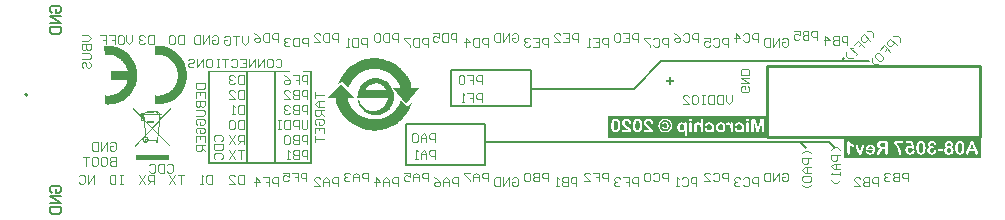
<source format=gbo>
G04*
G04 #@! TF.GenerationSoftware,Altium Limited,Altium Designer,20.1.11 (218)*
G04*
G04 Layer_Color=32896*
%FSLAX43Y43*%
%MOMM*%
G71*
G04*
G04 #@! TF.SameCoordinates,BD5628E5-7E1B-49FB-A763-C87F1538D8A8*
G04*
G04*
G04 #@! TF.FilePolarity,Positive*
G04*
G01*
G75*
%ADD10C,0.254*%
%ADD14C,0.150*%
%ADD15C,0.200*%
%ADD16C,0.153*%
%ADD18C,0.125*%
%ADD104C,0.175*%
%ADD135C,0.120*%
G36*
X65290Y7724D02*
X51790D01*
Y9609D01*
X65290D01*
Y7724D01*
D02*
G37*
G36*
X57109Y12652D02*
X57371D01*
Y12542D01*
X57109D01*
Y12278D01*
X56998D01*
Y12542D01*
X56737D01*
Y12652D01*
X56998D01*
Y12913D01*
X57109D01*
Y12652D01*
D02*
G37*
G36*
X32149Y14530D02*
X32273Y14523D01*
X32393Y14510D01*
X32509Y14493D01*
X32622Y14473D01*
X32732Y14447D01*
X32842Y14420D01*
X32946Y14390D01*
X33149Y14320D01*
X33242Y14280D01*
X33336Y14240D01*
X33426Y14200D01*
X33509Y14157D01*
X33592Y14113D01*
X33669Y14073D01*
X33742Y14030D01*
X33812Y13987D01*
X33879Y13943D01*
X33939Y13903D01*
X33995Y13864D01*
X34049Y13824D01*
X34095Y13787D01*
X34139Y13754D01*
X34179Y13724D01*
X34212Y13697D01*
X34242Y13670D01*
X34265Y13650D01*
X34285Y13634D01*
X34299Y13620D01*
X34305Y13614D01*
X34309Y13610D01*
X34395Y13524D01*
X34472Y13440D01*
X34545Y13357D01*
X34615Y13274D01*
X34679Y13197D01*
X34735Y13117D01*
X34789Y13044D01*
X34839Y12970D01*
X34882Y12897D01*
X34922Y12830D01*
X34959Y12764D01*
X34992Y12697D01*
X35022Y12637D01*
X35045Y12577D01*
X35089Y12467D01*
X35119Y12367D01*
X35139Y12277D01*
X35152Y12201D01*
X35162Y12137D01*
Y12111D01*
X35165Y12087D01*
Y12067D01*
Y12051D01*
X35162Y12037D01*
Y12027D01*
Y12024D01*
Y12021D01*
X35825D01*
X34725Y10671D01*
X33629Y12021D01*
X34165D01*
X34179Y12047D01*
X34185Y12081D01*
X34189Y12111D01*
Y12144D01*
X34185Y12181D01*
X34179Y12217D01*
X34152Y12291D01*
X34119Y12367D01*
X34072Y12447D01*
X34022Y12527D01*
X33969Y12604D01*
X33912Y12677D01*
X33856Y12744D01*
X33802Y12807D01*
X33756Y12860D01*
X33712Y12904D01*
X33682Y12937D01*
X33669Y12950D01*
X33659Y12960D01*
X33656Y12964D01*
X33652Y12967D01*
X33589Y13027D01*
X33522Y13084D01*
X33456Y13137D01*
X33389Y13184D01*
X33322Y13230D01*
X33252Y13274D01*
X33116Y13350D01*
X32979Y13414D01*
X32842Y13467D01*
X32712Y13510D01*
X32589Y13544D01*
X32473Y13570D01*
X32363Y13594D01*
X32269Y13607D01*
X32226Y13614D01*
X32186Y13617D01*
X32149Y13620D01*
X32119Y13624D01*
X32093D01*
X32069Y13627D01*
X32026D01*
X31886Y13624D01*
X31749Y13607D01*
X31619Y13587D01*
X31493Y13557D01*
X31373Y13524D01*
X31263Y13487D01*
X31156Y13447D01*
X31060Y13404D01*
X30970Y13364D01*
X30890Y13320D01*
X30823Y13284D01*
X30763Y13250D01*
X30720Y13220D01*
X30683Y13200D01*
X30673Y13190D01*
X30663Y13187D01*
X30660Y13180D01*
X30656D01*
X30550Y13097D01*
X30450Y13007D01*
X30356Y12914D01*
X30276Y12817D01*
X30200Y12724D01*
X30133Y12630D01*
X30073Y12537D01*
X30020Y12447D01*
X29976Y12364D01*
X29937Y12287D01*
X29907Y12221D01*
X29880Y12161D01*
X29860Y12111D01*
X29853Y12091D01*
X29847Y12074D01*
X29843Y12061D01*
X29840Y12051D01*
X29837Y12047D01*
Y12044D01*
X29807Y12074D01*
X29770Y12107D01*
X29730Y12147D01*
X29687Y12191D01*
X29593Y12281D01*
X29500Y12371D01*
X29453Y12414D01*
X29413Y12457D01*
X29373Y12494D01*
X29340Y12527D01*
X29313Y12554D01*
X29290Y12577D01*
X29277Y12590D01*
X29273Y12594D01*
X29160Y12497D01*
X29107Y12454D01*
X29060Y12411D01*
X29017Y12374D01*
X28983Y12344D01*
X28973Y12334D01*
X28963Y12324D01*
X28960Y12321D01*
X28957Y12317D01*
X29020Y12497D01*
X29093Y12667D01*
X29177Y12827D01*
X29267Y12977D01*
X29360Y13117D01*
X29457Y13247D01*
X29553Y13367D01*
X29647Y13477D01*
X29737Y13574D01*
X29823Y13660D01*
X29900Y13734D01*
X29966Y13794D01*
X29996Y13820D01*
X30023Y13840D01*
X30046Y13860D01*
X30066Y13877D01*
X30083Y13887D01*
X30093Y13897D01*
X30100Y13900D01*
X30103Y13903D01*
X30183Y13960D01*
X30266Y14013D01*
X30350Y14063D01*
X30433Y14110D01*
X30600Y14197D01*
X30766Y14267D01*
X30930Y14330D01*
X31090Y14380D01*
X31243Y14420D01*
X31386Y14453D01*
X31523Y14480D01*
X31586Y14490D01*
X31643Y14500D01*
X31699Y14507D01*
X31753Y14513D01*
X31803Y14520D01*
X31846Y14523D01*
X31886Y14527D01*
X31923Y14530D01*
X31953D01*
X31979Y14533D01*
X32026D01*
X32149Y14530D01*
D02*
G37*
G36*
X32203Y12850D02*
X32246Y12847D01*
X32303Y12840D01*
X32366Y12830D01*
X32436Y12814D01*
X32516Y12797D01*
X32599Y12770D01*
X32686Y12740D01*
X32779Y12704D01*
X32869Y12660D01*
X32962Y12607D01*
X33056Y12547D01*
X33146Y12474D01*
X33232Y12394D01*
X33239Y12387D01*
X33252Y12374D01*
X33276Y12347D01*
X33302Y12311D01*
X33339Y12267D01*
X33376Y12214D01*
X33419Y12151D01*
X33459Y12084D01*
X33502Y12004D01*
X33546Y11921D01*
X33582Y11827D01*
X33619Y11731D01*
X33646Y11627D01*
X33669Y11517D01*
X33682Y11401D01*
X33689Y11281D01*
Y11278D01*
Y11274D01*
Y11264D01*
Y11251D01*
X33686Y11218D01*
X33682Y11171D01*
X33676Y11118D01*
X33666Y11051D01*
X33649Y10978D01*
X33632Y10898D01*
X33609Y10814D01*
X33579Y10724D01*
X33539Y10631D01*
X33496Y10538D01*
X33442Y10441D01*
X33382Y10348D01*
X33312Y10258D01*
X33232Y10168D01*
X33226Y10161D01*
X33212Y10148D01*
X33186Y10124D01*
X33152Y10094D01*
X33109Y10061D01*
X33056Y10021D01*
X32996Y9981D01*
X32926Y9938D01*
X32849Y9895D01*
X32766Y9855D01*
X32676Y9815D01*
X32579Y9781D01*
X32479Y9751D01*
X32369Y9728D01*
X32256Y9715D01*
X32139Y9708D01*
X32116D01*
X32086Y9711D01*
X32046Y9715D01*
X31999Y9718D01*
X31943Y9728D01*
X31879Y9738D01*
X31809Y9751D01*
X31736Y9771D01*
X31659Y9795D01*
X31579Y9821D01*
X31496Y9858D01*
X31413Y9898D01*
X31329Y9945D01*
X31246Y9998D01*
X31166Y10061D01*
X31163Y10064D01*
X31146Y10078D01*
X31126Y10098D01*
X31100Y10124D01*
X31063Y10158D01*
X31026Y10198D01*
X30983Y10248D01*
X30940Y10301D01*
X30896Y10361D01*
X30850Y10428D01*
X30803Y10501D01*
X30760Y10578D01*
X30720Y10661D01*
X30686Y10751D01*
X30653Y10844D01*
X30630Y10941D01*
X30746D01*
Y10938D01*
X30753Y10924D01*
X30760Y10904D01*
X30770Y10878D01*
X30783Y10844D01*
X30800Y10804D01*
X30820Y10761D01*
X30843Y10714D01*
X30873Y10664D01*
X30903Y10614D01*
X30940Y10561D01*
X30980Y10508D01*
X31023Y10454D01*
X31070Y10401D01*
X31123Y10351D01*
X31180Y10301D01*
X31183Y10298D01*
X31196Y10291D01*
X31213Y10278D01*
X31240Y10261D01*
X31270Y10241D01*
X31306Y10221D01*
X31349Y10198D01*
X31399Y10174D01*
X31453Y10148D01*
X31509Y10124D01*
X31573Y10104D01*
X31636Y10084D01*
X31706Y10068D01*
X31779Y10054D01*
X31853Y10048D01*
X31929Y10044D01*
X31949D01*
X31976Y10048D01*
X32009Y10051D01*
X32049Y10054D01*
X32099Y10061D01*
X32153Y10071D01*
X32213Y10088D01*
X32276Y10104D01*
X32343Y10128D01*
X32409Y10154D01*
X32479Y10188D01*
X32553Y10224D01*
X32622Y10271D01*
X32692Y10321D01*
X32759Y10381D01*
X32762Y10384D01*
X32776Y10398D01*
X32792Y10414D01*
X32816Y10441D01*
X32842Y10471D01*
X32872Y10511D01*
X32906Y10554D01*
X32942Y10608D01*
X32976Y10661D01*
X33012Y10724D01*
X33046Y10791D01*
X33076Y10861D01*
X33102Y10938D01*
X33126Y11018D01*
X33142Y11104D01*
X33156Y11191D01*
X30593D01*
Y11194D01*
Y11201D01*
X30590Y11221D01*
Y11251D01*
Y11281D01*
Y11284D01*
Y11288D01*
Y11297D01*
Y11311D01*
X30593Y11344D01*
X30596Y11391D01*
X30603Y11447D01*
X30613Y11511D01*
X30626Y11584D01*
X30646Y11664D01*
X30670Y11751D01*
X30700Y11841D01*
X30736Y11931D01*
X30783Y12027D01*
X30833Y12121D01*
X30896Y12214D01*
X30966Y12307D01*
X31046Y12394D01*
X31053Y12401D01*
X31066Y12414D01*
X31093Y12437D01*
X31126Y12467D01*
X31170Y12501D01*
X31223Y12541D01*
X31283Y12580D01*
X31353Y12624D01*
X31429Y12667D01*
X31513Y12707D01*
X31603Y12747D01*
X31699Y12780D01*
X31799Y12810D01*
X31909Y12834D01*
X32023Y12847D01*
X32139Y12854D01*
X32166D01*
X32203Y12850D01*
D02*
G37*
G36*
X30373Y11188D02*
X29813D01*
X29803Y11141D01*
X29797Y11098D01*
Y11048D01*
X29800Y11001D01*
X29803Y10951D01*
X29813Y10904D01*
X29843Y10804D01*
X29883Y10704D01*
X29930Y10608D01*
X29980Y10514D01*
X30036Y10424D01*
X30096Y10341D01*
X30153Y10264D01*
X30210Y10194D01*
X30260Y10138D01*
X30300Y10088D01*
X30320Y10068D01*
X30333Y10051D01*
X30346Y10038D01*
X30356Y10028D01*
X30360Y10024D01*
X30363Y10021D01*
X30430Y9958D01*
X30496Y9901D01*
X30563Y9848D01*
X30633Y9795D01*
X30700Y9748D01*
X30770Y9705D01*
X30913Y9628D01*
X31053Y9561D01*
X31190Y9505D01*
X31323Y9461D01*
X31449Y9425D01*
X31569Y9395D01*
X31679Y9375D01*
X31729Y9365D01*
X31776Y9358D01*
X31819Y9355D01*
X31859Y9348D01*
X31896Y9345D01*
X31929Y9341D01*
X31956D01*
X31979Y9338D01*
X32023D01*
X32166Y9345D01*
X32306Y9358D01*
X32443Y9381D01*
X32569Y9411D01*
X32692Y9445D01*
X32809Y9485D01*
X32916Y9528D01*
X33016Y9571D01*
X33106Y9611D01*
X33186Y9655D01*
X33256Y9695D01*
X33312Y9728D01*
X33359Y9758D01*
X33396Y9781D01*
X33406Y9791D01*
X33416Y9795D01*
X33419Y9801D01*
X33422D01*
X33532Y9891D01*
X33636Y9984D01*
X33729Y10081D01*
X33816Y10178D01*
X33892Y10278D01*
X33959Y10378D01*
X34022Y10474D01*
X34075Y10564D01*
X34122Y10651D01*
X34162Y10734D01*
X34195Y10804D01*
X34219Y10868D01*
X34239Y10918D01*
X34249Y10938D01*
X34255Y10954D01*
X34259Y10971D01*
X34262Y10981D01*
X34265Y10984D01*
Y10988D01*
X34295Y10958D01*
X34335Y10921D01*
X34375Y10881D01*
X34419Y10838D01*
X34515Y10741D01*
X34612Y10648D01*
X34655Y10601D01*
X34699Y10558D01*
X34739Y10518D01*
X34772Y10484D01*
X34802Y10454D01*
X34822Y10434D01*
X34839Y10418D01*
X34842Y10414D01*
X34959Y10514D01*
X35015Y10561D01*
X35065Y10604D01*
X35109Y10644D01*
X35142Y10674D01*
X35155Y10684D01*
X35165Y10694D01*
X35168Y10698D01*
X35172Y10701D01*
X35105Y10514D01*
X35029Y10338D01*
X34945Y10171D01*
X34852Y10014D01*
X34759Y9868D01*
X34659Y9731D01*
X34562Y9608D01*
X34462Y9495D01*
X34372Y9391D01*
X34282Y9301D01*
X34205Y9225D01*
X34169Y9191D01*
X34135Y9161D01*
X34102Y9135D01*
X34075Y9111D01*
X34052Y9091D01*
X34032Y9075D01*
X34015Y9061D01*
X34005Y9051D01*
X33999Y9048D01*
X33995Y9045D01*
X33912Y8985D01*
X33829Y8928D01*
X33742Y8878D01*
X33659Y8828D01*
X33572Y8781D01*
X33486Y8741D01*
X33316Y8665D01*
X33149Y8602D01*
X32986Y8548D01*
X32829Y8505D01*
X32679Y8472D01*
X32539Y8445D01*
X32476Y8432D01*
X32416Y8422D01*
X32356Y8415D01*
X32303Y8408D01*
X32253Y8402D01*
X32206Y8398D01*
X32166Y8395D01*
X32129Y8392D01*
X32096D01*
X32073Y8388D01*
X32023D01*
X31896Y8392D01*
X31773Y8398D01*
X31649Y8412D01*
X31533Y8428D01*
X31416Y8452D01*
X31303Y8478D01*
X31190Y8508D01*
X31083Y8538D01*
X30980Y8575D01*
X30880Y8612D01*
X30780Y8652D01*
X30686Y8695D01*
X30596Y8738D01*
X30510Y8781D01*
X30426Y8825D01*
X30346Y8871D01*
X30273Y8918D01*
X30200Y8961D01*
X30133Y9005D01*
X30070Y9048D01*
X30013Y9091D01*
X29960Y9131D01*
X29910Y9168D01*
X29867Y9205D01*
X29827Y9235D01*
X29790Y9265D01*
X29763Y9291D01*
X29737Y9315D01*
X29717Y9331D01*
X29703Y9345D01*
X29697Y9351D01*
X29693Y9355D01*
X29607Y9445D01*
X29523Y9535D01*
X29447Y9625D01*
X29377Y9711D01*
X29310Y9798D01*
X29247Y9881D01*
X29190Y9968D01*
X29137Y10048D01*
X29087Y10128D01*
X29043Y10208D01*
X29003Y10284D01*
X28967Y10358D01*
X28930Y10431D01*
X28900Y10501D01*
X28850Y10634D01*
X28810Y10754D01*
X28793Y10811D01*
X28780Y10861D01*
X28770Y10911D01*
X28760Y10958D01*
X28750Y10998D01*
X28743Y11038D01*
X28740Y11071D01*
X28737Y11101D01*
X28733Y11128D01*
Y11148D01*
X28730Y11164D01*
Y11178D01*
Y11184D01*
Y11188D01*
X28050Y11188D01*
X29210Y12347D01*
X30373Y11188D01*
D02*
G37*
G36*
X13865Y15587D02*
X14046Y15564D01*
X14211Y15530D01*
X14284Y15513D01*
X14352Y15496D01*
X14415Y15474D01*
X14471Y15457D01*
X14522Y15440D01*
X14562Y15428D01*
X14596Y15411D01*
X14619Y15406D01*
X14636Y15394D01*
X14641D01*
X14806Y15315D01*
X14953Y15224D01*
X15089Y15139D01*
X15208Y15049D01*
X15259Y15009D01*
X15304Y14975D01*
X15338Y14941D01*
X15372Y14913D01*
X15401Y14890D01*
X15418Y14873D01*
X15429Y14862D01*
X15435Y14856D01*
X15554Y14726D01*
X15661Y14590D01*
X15752Y14454D01*
X15826Y14335D01*
X15888Y14227D01*
X15911Y14176D01*
X15933Y14136D01*
X15945Y14108D01*
X15956Y14085D01*
X15967Y14068D01*
Y14063D01*
X16030Y13893D01*
X16075Y13723D01*
X16109Y13558D01*
X16132Y13411D01*
X16137Y13343D01*
X16143Y13286D01*
X16149Y13230D01*
Y13184D01*
X16154Y13150D01*
Y13122D01*
Y13105D01*
Y13099D01*
X16149Y12912D01*
X16126Y12731D01*
X16098Y12567D01*
X16081Y12493D01*
X16058Y12419D01*
X16041Y12357D01*
X16024Y12300D01*
X16013Y12249D01*
X15996Y12210D01*
X15984Y12176D01*
X15973Y12153D01*
X15967Y12136D01*
Y12130D01*
X15888Y11966D01*
X15803Y11813D01*
X15712Y11677D01*
X15627Y11564D01*
X15588Y11513D01*
X15554Y11467D01*
X15520Y11428D01*
X15491Y11394D01*
X15469Y11365D01*
X15452Y11348D01*
X15440Y11337D01*
X15435Y11331D01*
X15299Y11207D01*
X15163Y11099D01*
X15032Y11008D01*
X14908Y10935D01*
X14800Y10872D01*
X14755Y10850D01*
X14715Y10827D01*
X14687Y10816D01*
X14658Y10804D01*
X14647Y10793D01*
X14641D01*
X14471Y10731D01*
X14301Y10685D01*
X14137Y10651D01*
X13990Y10629D01*
X13922Y10623D01*
X13859Y10617D01*
X13808Y10612D01*
X13763D01*
X13723Y10606D01*
X13621D01*
X13582Y10612D01*
X13491D01*
X13451Y10617D01*
X13417D01*
Y11382D01*
X13508Y11365D01*
X13548Y11360D01*
X13582D01*
X13610Y11354D01*
X13650D01*
X13786Y11360D01*
X13910Y11377D01*
X14029Y11399D01*
X14131Y11422D01*
X14216Y11445D01*
X14250Y11456D01*
X14279Y11467D01*
X14301Y11479D01*
X14318Y11484D01*
X14330Y11490D01*
X14335D01*
X14449Y11547D01*
X14551Y11603D01*
X14647Y11666D01*
X14726Y11728D01*
X14789Y11779D01*
X14840Y11819D01*
X14868Y11847D01*
X14879Y11858D01*
X14964Y11949D01*
X15032Y12045D01*
X15100Y12136D01*
X15151Y12227D01*
X15191Y12300D01*
X15225Y12363D01*
X15231Y12385D01*
X15242Y12402D01*
X15248Y12408D01*
Y12414D01*
X15293Y12533D01*
X15321Y12652D01*
X15344Y12765D01*
X15361Y12873D01*
X15372Y12958D01*
Y12997D01*
X15378Y13026D01*
Y13054D01*
Y13071D01*
Y13082D01*
Y13088D01*
X15372Y13224D01*
X15355Y13349D01*
X15338Y13462D01*
X15310Y13564D01*
X15287Y13643D01*
X15276Y13677D01*
X15270Y13706D01*
X15259Y13734D01*
X15253Y13751D01*
X15248Y13757D01*
Y13762D01*
X15191Y13876D01*
X15134Y13983D01*
X15072Y14080D01*
X15010Y14159D01*
X14959Y14227D01*
X14919Y14278D01*
X14891Y14306D01*
X14879Y14318D01*
X14789Y14403D01*
X14698Y14476D01*
X14602Y14539D01*
X14517Y14595D01*
X14443Y14635D01*
X14381Y14669D01*
X14358Y14680D01*
X14341Y14686D01*
X14335Y14692D01*
X14330D01*
X14205Y14737D01*
X14086Y14771D01*
X13973Y14794D01*
X13871Y14811D01*
X13780Y14822D01*
X13740D01*
X13712Y14828D01*
X13485D01*
X13451Y14822D01*
X13429Y14816D01*
X13417Y14811D01*
Y15570D01*
X13463Y15576D01*
X13508D01*
X13536Y15581D01*
X13548D01*
X13599Y15587D01*
X13638Y15593D01*
X13678D01*
X13865Y15587D01*
D02*
G37*
G36*
X9638Y15576D02*
X9819Y15553D01*
X9983Y15519D01*
X10057Y15502D01*
X10125Y15485D01*
X10193Y15468D01*
X10250Y15451D01*
X10301Y15434D01*
X10340Y15417D01*
X10374Y15406D01*
X10397Y15394D01*
X10414Y15389D01*
X10420D01*
X10584Y15309D01*
X10737Y15224D01*
X10867Y15134D01*
X10986Y15049D01*
X11037Y15009D01*
X11083Y14969D01*
X11122Y14935D01*
X11151Y14907D01*
X11179Y14884D01*
X11196Y14867D01*
X11207Y14856D01*
X11213Y14850D01*
X11332Y14720D01*
X11440Y14584D01*
X11530Y14448D01*
X11610Y14329D01*
X11666Y14221D01*
X11695Y14170D01*
X11712Y14131D01*
X11729Y14102D01*
X11740Y14080D01*
X11751Y14063D01*
Y14057D01*
X11819Y13887D01*
X11865Y13717D01*
X11899Y13553D01*
X11927Y13405D01*
X11933Y13337D01*
X11938Y13281D01*
X11944Y13224D01*
Y13179D01*
X11950Y13145D01*
Y13116D01*
Y13099D01*
Y13094D01*
X11944Y12907D01*
X11921Y12725D01*
X11887Y12561D01*
X11870Y12487D01*
X11853Y12414D01*
X11836Y12351D01*
X11819Y12295D01*
X11802Y12244D01*
X11785Y12204D01*
X11774Y12170D01*
X11763Y12147D01*
X11757Y12130D01*
Y12125D01*
X11678Y11960D01*
X11593Y11807D01*
X11508Y11671D01*
X11423Y11558D01*
X11383Y11507D01*
X11349Y11462D01*
X11315Y11422D01*
X11292Y11388D01*
X11270Y11360D01*
X11253Y11343D01*
X11241Y11331D01*
X11236Y11326D01*
X11105Y11207D01*
X10969Y11099D01*
X10839Y11008D01*
X10714Y10929D01*
X10607Y10867D01*
X10561Y10844D01*
X10522Y10821D01*
X10493Y10810D01*
X10471Y10799D01*
X10454Y10787D01*
X10448D01*
X10272Y10725D01*
X10102Y10674D01*
X9932Y10640D01*
X9785Y10617D01*
X9717Y10612D01*
X9655Y10606D01*
X9598Y10600D01*
X9553D01*
X9513Y10595D01*
X9417D01*
X9371Y10600D01*
X9337Y10606D01*
X9326D01*
X9275Y10612D01*
X9230D01*
X9201Y10617D01*
X9190D01*
Y11382D01*
X9281Y11365D01*
X9320Y11360D01*
X9360D01*
X9388Y11354D01*
X9428D01*
X9541Y11360D01*
X9655Y11371D01*
X9751Y11382D01*
X9842Y11405D01*
X9915Y11422D01*
X9972Y11433D01*
X9995Y11439D01*
X10012Y11445D01*
X10017Y11450D01*
X10023D01*
X10125Y11490D01*
X10221Y11535D01*
X10306Y11586D01*
X10386Y11632D01*
X10448Y11671D01*
X10493Y11705D01*
X10522Y11728D01*
X10533Y11734D01*
X10612Y11802D01*
X10686Y11875D01*
X10748Y11949D01*
X10805Y12017D01*
X10850Y12074D01*
X10884Y12119D01*
X10907Y12147D01*
X10913Y12159D01*
X10969Y12255D01*
X11015Y12351D01*
X11049Y12442D01*
X11077Y12527D01*
X11100Y12601D01*
X11117Y12657D01*
X11122Y12680D01*
Y12697D01*
X11128Y12703D01*
Y12708D01*
X9689Y12714D01*
Y13468D01*
X11122D01*
X11094Y13575D01*
X11060Y13672D01*
X11020Y13768D01*
X10986Y13847D01*
X10952Y13910D01*
X10924Y13961D01*
X10907Y13995D01*
X10901Y14006D01*
X10839Y14097D01*
X10777Y14176D01*
X10709Y14250D01*
X10652Y14318D01*
X10601Y14369D01*
X10556Y14403D01*
X10533Y14431D01*
X10522Y14437D01*
X10437Y14505D01*
X10352Y14561D01*
X10267Y14612D01*
X10187Y14652D01*
X10125Y14686D01*
X10068Y14709D01*
X10034Y14720D01*
X10029Y14726D01*
X10023D01*
X9915Y14760D01*
X9808Y14782D01*
X9711Y14805D01*
X9621Y14816D01*
X9541Y14822D01*
X9479Y14828D01*
X9383D01*
X9337Y14822D01*
X9309Y14816D01*
X9303Y14811D01*
X9298D01*
X9252Y14799D01*
X9213Y14794D01*
X9190Y14788D01*
X9179Y14782D01*
X9173Y15570D01*
X9224Y15576D01*
X9315D01*
X9366Y15581D01*
X9445D01*
X9638Y15576D01*
D02*
G37*
G36*
X14776Y10243D02*
X13862Y9256D01*
X13771Y8090D01*
X14746Y7096D01*
X14689Y7050D01*
X13763Y7995D01*
X13744Y7778D01*
X13740Y7717D01*
X13736Y7690D01*
Y7663D01*
Y7644D01*
Y7629D01*
Y7622D01*
Y7618D01*
Y7595D01*
X13732Y7576D01*
Y7561D01*
X13729Y7549D01*
X13725Y7542D01*
Y7538D01*
X13721Y7522D01*
X13717Y7507D01*
X13713Y7503D01*
X13710Y7500D01*
X13698Y7492D01*
X13694Y7488D01*
X13691D01*
Y7366D01*
X13531D01*
Y7488D01*
X12879D01*
X12849Y7446D01*
X12814Y7416D01*
X12776Y7393D01*
X12738Y7378D01*
X12708Y7370D01*
X12681Y7366D01*
X12662Y7362D01*
X12654D01*
X12616Y7366D01*
X12578Y7374D01*
X12548Y7385D01*
X12521Y7401D01*
X12498Y7412D01*
X12483Y7423D01*
X12471Y7431D01*
X12468Y7435D01*
X12441Y7465D01*
X12422Y7496D01*
X12407Y7530D01*
X12399Y7561D01*
X12391Y7583D01*
X12388Y7606D01*
Y7622D01*
Y7625D01*
Y7656D01*
X11816Y7039D01*
X11751Y7088D01*
X12593Y7999D01*
X12479Y9199D01*
X12258D01*
Y9519D01*
X12269D01*
X11568Y10235D01*
Y10349D01*
X12384Y9519D01*
X12452D01*
X12441Y9675D01*
X12418Y9664D01*
X12399Y9660D01*
X12384Y9656D01*
X12380D01*
X12342Y9660D01*
X12315Y9675D01*
X12296Y9687D01*
X12288Y9690D01*
X12266Y9721D01*
X12254Y9747D01*
X12250Y9770D01*
Y9774D01*
Y9778D01*
Y9797D01*
X12258Y9812D01*
X12269Y9839D01*
X12285Y9858D01*
X12288Y9866D01*
X12292D01*
X12323Y9888D01*
X12349Y9900D01*
X12372Y9904D01*
X12380D01*
X12403Y9900D01*
X12422Y9892D01*
X12452Y9873D01*
X12471Y9854D01*
X12479Y9850D01*
Y9847D01*
X12498Y9866D01*
X12517Y9885D01*
X12563Y9915D01*
X12582Y9930D01*
X12601Y9942D01*
X12612Y9946D01*
X12616Y9949D01*
X12654Y9968D01*
X12696Y9984D01*
X12746Y9999D01*
X12788Y10007D01*
X12829Y10014D01*
X12864Y10022D01*
X12887Y10026D01*
X12894D01*
Y10068D01*
X13336D01*
Y10041D01*
X13386Y10033D01*
X13428Y10029D01*
X13447Y10026D01*
X13458D01*
X13466Y10022D01*
X13470D01*
X13511Y10018D01*
X13546Y10010D01*
X13572Y10007D01*
X13580D01*
Y10022D01*
X13740D01*
Y9957D01*
X13782Y9934D01*
X13812Y9911D01*
X13839Y9892D01*
X13862Y9873D01*
X13873Y9858D01*
X13885Y9847D01*
X13892Y9839D01*
Y9835D01*
X13904Y9816D01*
X13912Y9801D01*
X13919Y9782D01*
X13927Y9774D01*
Y9770D01*
X14022D01*
Y9671D01*
X13900D01*
X13873Y9393D01*
X14776Y10372D01*
Y10243D01*
D02*
G37*
G36*
X14666Y5918D02*
X11858D01*
Y6338D01*
X14666D01*
Y5918D01*
D02*
G37*
G36*
X83425Y6056D02*
X71776D01*
Y7806D01*
X83425D01*
Y6056D01*
D02*
G37*
%LPC*%
G36*
X63619Y9386D02*
X63612D01*
X63604Y9385D01*
X63595Y9383D01*
X63583Y9380D01*
X63571Y9374D01*
X63559Y9368D01*
X63547Y9359D01*
X63546Y9358D01*
X63543Y9355D01*
X63537Y9349D01*
X63531Y9340D01*
X63526Y9329D01*
X63520Y9317D01*
X63517Y9302D01*
X63516Y9284D01*
Y9277D01*
X63517Y9268D01*
X63520Y9257D01*
X63523Y9246D01*
X63529Y9232D01*
X63537Y9220D01*
X63547Y9210D01*
X63549Y9208D01*
X63553Y9205D01*
X63559Y9202D01*
X63567Y9198D01*
X63577Y9192D01*
X63591Y9189D01*
X63604Y9186D01*
X63619Y9184D01*
X63627D01*
X63634Y9186D01*
X63645Y9187D01*
X63657Y9190D01*
X63669Y9195D01*
X63681Y9201D01*
X63693Y9210D01*
X63694Y9211D01*
X63697Y9214D01*
X63702Y9220D01*
X63708Y9229D01*
X63714Y9240D01*
X63718Y9253D01*
X63721Y9268D01*
X63723Y9284D01*
Y9292D01*
X63721Y9301D01*
X63718Y9310D01*
X63715Y9322D01*
X63711Y9334D01*
X63703Y9346D01*
X63693Y9358D01*
X63691Y9359D01*
X63687Y9362D01*
X63681Y9367D01*
X63672Y9373D01*
X63661Y9377D01*
X63648Y9382D01*
X63634Y9385D01*
X63619Y9386D01*
D02*
G37*
G36*
X58795D02*
X58788D01*
X58780Y9385D01*
X58771Y9383D01*
X58759Y9380D01*
X58747Y9374D01*
X58735Y9368D01*
X58723Y9359D01*
X58722Y9358D01*
X58719Y9355D01*
X58713Y9349D01*
X58707Y9340D01*
X58702Y9329D01*
X58696Y9317D01*
X58693Y9302D01*
X58692Y9284D01*
Y9277D01*
X58693Y9268D01*
X58696Y9257D01*
X58699Y9246D01*
X58705Y9232D01*
X58713Y9220D01*
X58723Y9210D01*
X58725Y9208D01*
X58729Y9205D01*
X58735Y9202D01*
X58743Y9198D01*
X58753Y9192D01*
X58767Y9189D01*
X58780Y9186D01*
X58795Y9184D01*
X58803D01*
X58810Y9186D01*
X58821Y9187D01*
X58833Y9190D01*
X58845Y9195D01*
X58857Y9201D01*
X58869Y9210D01*
X58870Y9211D01*
X58873Y9214D01*
X58878Y9220D01*
X58884Y9229D01*
X58890Y9240D01*
X58894Y9253D01*
X58897Y9268D01*
X58899Y9284D01*
Y9292D01*
X58897Y9301D01*
X58894Y9310D01*
X58891Y9322D01*
X58887Y9334D01*
X58879Y9346D01*
X58869Y9358D01*
X58867Y9359D01*
X58863Y9362D01*
X58857Y9367D01*
X58848Y9373D01*
X58837Y9377D01*
X58824Y9382D01*
X58810Y9385D01*
X58795Y9386D01*
D02*
G37*
G36*
X55220Y9383D02*
X55200D01*
X55190Y9382D01*
X55178D01*
X55151Y9379D01*
X55119Y9374D01*
X55086Y9367D01*
X55053Y9358D01*
X55022Y9346D01*
X55019Y9344D01*
X55013Y9341D01*
X55002Y9335D01*
X54990Y9328D01*
X54975Y9319D01*
X54959Y9307D01*
X54942Y9293D01*
X54927Y9278D01*
X54926Y9277D01*
X54921Y9271D01*
X54914Y9262D01*
X54905Y9250D01*
X54894Y9237D01*
X54884Y9220D01*
X54873Y9201D01*
X54864Y9181D01*
X54863Y9178D01*
X54861Y9172D01*
X54857Y9160D01*
X54852Y9147D01*
X54849Y9129D01*
X54845Y9109D01*
X54843Y9088D01*
X54842Y9066D01*
Y9064D01*
Y9061D01*
Y9057D01*
Y9049D01*
X54843Y9042D01*
X54845Y9031D01*
X54848Y9009D01*
X54854Y8982D01*
X54861Y8953D01*
X54873Y8923D01*
X54890Y8893D01*
Y8892D01*
X54891Y8890D01*
X54897Y8881D01*
X54908Y8866D01*
X54920Y8850D01*
X54933Y8830D01*
X54950Y8811D01*
X54968Y8791D01*
X54986Y8773D01*
X54987Y8772D01*
X54995Y8766D01*
X55007Y8755D01*
X55023Y8740D01*
X55046Y8721D01*
X55074Y8697D01*
X55109Y8669D01*
X55127Y8652D01*
X55148Y8636D01*
X55149Y8634D01*
X55152Y8631D01*
X55158Y8627D01*
X55166Y8621D01*
X55175Y8613D01*
X55185Y8604D01*
X55209Y8583D01*
X55236Y8559D01*
X55262Y8535D01*
X55284Y8511D01*
X55295Y8501D01*
X55304Y8490D01*
X55305Y8489D01*
X55307Y8487D01*
X55311Y8483D01*
X55316Y8477D01*
X55327Y8462D01*
X55341Y8442D01*
X54935D01*
X54924Y8441D01*
X54911Y8439D01*
X54897Y8436D01*
X54882Y8432D01*
X54867Y8426D01*
X54855Y8417D01*
X54854Y8415D01*
X54851Y8412D01*
X54845Y8408D01*
X54839Y8400D01*
X54834Y8391D01*
X54828Y8379D01*
X54825Y8367D01*
X54824Y8352D01*
Y8346D01*
X54825Y8339D01*
X54827Y8330D01*
X54830Y8321D01*
X54834Y8310D01*
X54840Y8300D01*
X54849Y8289D01*
X54851Y8288D01*
X54854Y8285D01*
X54860Y8282D01*
X54867Y8277D01*
X54878Y8271D01*
X54890Y8268D01*
X54905Y8265D01*
X54923Y8264D01*
X54824D01*
D01*
X55603D01*
X55491D01*
X55501Y8265D01*
X55515Y8268D01*
X55528Y8271D01*
X55543Y8276D01*
X55558Y8283D01*
X55572Y8294D01*
X55573Y8295D01*
X55576Y8300D01*
X55582Y8306D01*
X55587Y8315D01*
X55593Y8325D01*
X55599Y8339D01*
X55602Y8354D01*
X55603Y8369D01*
Y8373D01*
X55602Y8379D01*
X55600Y8388D01*
X55599Y8399D01*
X55594Y8411D01*
X55590Y8424D01*
X55582Y8441D01*
X55581Y8442D01*
X55579Y8448D01*
X55575Y8456D01*
X55569Y8466D01*
X55554Y8490D01*
X55546Y8501D01*
X55537Y8511D01*
X55536Y8513D01*
X55533Y8516D01*
X55527Y8522D01*
X55521Y8529D01*
X55512Y8538D01*
X55501Y8549D01*
X55477Y8573D01*
X55449Y8601D01*
X55419Y8631D01*
X55387Y8663D01*
X55356Y8691D01*
X55354Y8693D01*
X55353Y8694D01*
X55348Y8699D01*
X55342Y8703D01*
X55327Y8717D01*
X55311Y8731D01*
X55292Y8748D01*
X55272Y8764D01*
X55254Y8779D01*
X55239Y8790D01*
X55236Y8791D01*
X55229Y8797D01*
X55218Y8806D01*
X55203Y8817D01*
X55187Y8830D01*
X55170Y8845D01*
X55152Y8860D01*
X55136Y8877D01*
X55134Y8878D01*
X55128Y8884D01*
X55121Y8893D01*
X55112Y8905D01*
X55101Y8919D01*
X55091Y8934D01*
X55082Y8952D01*
X55073Y8968D01*
X55071Y8970D01*
X55070Y8977D01*
X55065Y8986D01*
X55061Y8998D01*
X55058Y9012D01*
X55053Y9028D01*
X55052Y9045D01*
X55050Y9061D01*
Y9063D01*
Y9069D01*
X55052Y9078D01*
X55053Y9090D01*
X55056Y9103D01*
X55061Y9118D01*
X55067Y9132D01*
X55074Y9147D01*
X55076Y9148D01*
X55079Y9153D01*
X55083Y9160D01*
X55091Y9169D01*
X55100Y9178D01*
X55110Y9189D01*
X55122Y9198D01*
X55137Y9207D01*
X55139Y9208D01*
X55145Y9210D01*
X55152Y9214D01*
X55163Y9219D01*
X55176Y9222D01*
X55191Y9226D01*
X55208Y9228D01*
X55224Y9229D01*
X55233D01*
X55241Y9228D01*
X55259Y9225D01*
X55281Y9219D01*
X55305Y9208D01*
X55319Y9201D01*
X55332Y9192D01*
X55344Y9181D01*
X55357Y9171D01*
X55369Y9156D01*
X55380Y9141D01*
X55381Y9138D01*
X55383Y9135D01*
X55386Y9129D01*
X55389Y9121D01*
X55393Y9111D01*
X55399Y9097D01*
X55405Y9079D01*
X55407Y9078D01*
X55408Y9070D01*
X55413Y9061D01*
X55417Y9051D01*
X55429Y9024D01*
X55438Y9012D01*
X55446Y9000D01*
X55447Y8998D01*
X55450Y8995D01*
X55455Y8991D01*
X55462Y8986D01*
X55471Y8982D01*
X55483Y8977D01*
X55497Y8974D01*
X55512Y8973D01*
X55518D01*
X55525Y8974D01*
X55534Y8976D01*
X55543Y8979D01*
X55554Y8983D01*
X55564Y8989D01*
X55575Y8998D01*
X55576Y9000D01*
X55579Y9003D01*
X55582Y9009D01*
X55587Y9016D01*
X55593Y9027D01*
X55596Y9039D01*
X55599Y9052D01*
X55600Y9067D01*
Y9070D01*
Y9076D01*
X55599Y9087D01*
X55597Y9100D01*
X55594Y9117D01*
X55590Y9136D01*
X55584Y9156D01*
X55576Y9177D01*
X55575Y9180D01*
X55572Y9186D01*
X55566Y9198D01*
X55558Y9211D01*
X55548Y9226D01*
X55536Y9244D01*
X55522Y9260D01*
X55506Y9278D01*
X55504Y9280D01*
X55497Y9286D01*
X55488Y9295D01*
X55473Y9305D01*
X55456Y9317D01*
X55437Y9329D01*
X55413Y9341D01*
X55387Y9353D01*
X55386D01*
X55384Y9355D01*
X55380Y9356D01*
X55374Y9358D01*
X55359Y9362D01*
X55339Y9368D01*
X55316Y9374D01*
X55286Y9379D01*
X55254Y9382D01*
X55220Y9383D01*
D02*
G37*
G36*
X53373D02*
X53354D01*
X53343Y9382D01*
X53331D01*
X53304Y9379D01*
X53273Y9374D01*
X53240Y9367D01*
X53207Y9358D01*
X53175Y9346D01*
X53173Y9344D01*
X53167Y9341D01*
X53156Y9335D01*
X53144Y9328D01*
X53129Y9319D01*
X53113Y9307D01*
X53096Y9293D01*
X53081Y9278D01*
X53080Y9277D01*
X53075Y9271D01*
X53068Y9262D01*
X53059Y9250D01*
X53048Y9237D01*
X53038Y9220D01*
X53027Y9201D01*
X53018Y9181D01*
X53017Y9178D01*
X53015Y9172D01*
X53011Y9160D01*
X53006Y9147D01*
X53003Y9129D01*
X52999Y9109D01*
X52997Y9088D01*
X52996Y9066D01*
Y9064D01*
Y9061D01*
Y9057D01*
Y9049D01*
X52997Y9042D01*
X52999Y9031D01*
X53002Y9009D01*
X53008Y8982D01*
X53015Y8953D01*
X53027Y8923D01*
X53044Y8893D01*
Y8892D01*
X53045Y8890D01*
X53051Y8881D01*
X53062Y8866D01*
X53074Y8850D01*
X53087Y8830D01*
X53104Y8811D01*
X53122Y8791D01*
X53140Y8773D01*
X53141Y8772D01*
X53149Y8766D01*
X53161Y8755D01*
X53177Y8740D01*
X53199Y8721D01*
X53228Y8697D01*
X53262Y8669D01*
X53280Y8652D01*
X53301Y8636D01*
X53303Y8634D01*
X53306Y8631D01*
X53312Y8627D01*
X53319Y8621D01*
X53328Y8613D01*
X53339Y8604D01*
X53363Y8583D01*
X53390Y8559D01*
X53415Y8535D01*
X53438Y8511D01*
X53448Y8501D01*
X53457Y8490D01*
X53459Y8489D01*
X53460Y8487D01*
X53465Y8483D01*
X53469Y8477D01*
X53481Y8462D01*
X53495Y8442D01*
X53089D01*
X53078Y8441D01*
X53065Y8439D01*
X53051Y8436D01*
X53036Y8432D01*
X53021Y8426D01*
X53009Y8417D01*
X53008Y8415D01*
X53005Y8412D01*
X52999Y8408D01*
X52993Y8400D01*
X52988Y8391D01*
X52982Y8379D01*
X52979Y8367D01*
X52978Y8352D01*
Y8346D01*
X52979Y8339D01*
X52981Y8330D01*
X52984Y8321D01*
X52988Y8310D01*
X52994Y8300D01*
X53003Y8289D01*
X53005Y8288D01*
X53008Y8285D01*
X53014Y8282D01*
X53021Y8277D01*
X53032Y8271D01*
X53044Y8268D01*
X53059Y8265D01*
X53077Y8264D01*
X52978D01*
D01*
X53757D01*
X53645D01*
X53655Y8265D01*
X53669Y8268D01*
X53682Y8271D01*
X53697Y8276D01*
X53712Y8283D01*
X53725Y8294D01*
X53727Y8295D01*
X53730Y8300D01*
X53736Y8306D01*
X53740Y8315D01*
X53746Y8325D01*
X53752Y8339D01*
X53755Y8354D01*
X53757Y8369D01*
Y8373D01*
X53755Y8379D01*
X53754Y8388D01*
X53752Y8399D01*
X53748Y8411D01*
X53743Y8424D01*
X53736Y8441D01*
X53734Y8442D01*
X53733Y8448D01*
X53728Y8456D01*
X53722Y8466D01*
X53708Y8490D01*
X53700Y8501D01*
X53691Y8511D01*
X53690Y8513D01*
X53687Y8516D01*
X53681Y8522D01*
X53675Y8529D01*
X53666Y8538D01*
X53655Y8549D01*
X53631Y8573D01*
X53603Y8601D01*
X53573Y8631D01*
X53541Y8663D01*
X53510Y8691D01*
X53508Y8693D01*
X53507Y8694D01*
X53502Y8699D01*
X53496Y8703D01*
X53481Y8717D01*
X53465Y8731D01*
X53445Y8748D01*
X53426Y8764D01*
X53408Y8779D01*
X53393Y8790D01*
X53390Y8791D01*
X53382Y8797D01*
X53372Y8806D01*
X53357Y8817D01*
X53340Y8830D01*
X53324Y8845D01*
X53306Y8860D01*
X53289Y8877D01*
X53288Y8878D01*
X53282Y8884D01*
X53274Y8893D01*
X53265Y8905D01*
X53255Y8919D01*
X53244Y8934D01*
X53235Y8952D01*
X53226Y8968D01*
X53225Y8970D01*
X53223Y8977D01*
X53219Y8986D01*
X53214Y8998D01*
X53211Y9012D01*
X53207Y9028D01*
X53205Y9045D01*
X53204Y9061D01*
Y9063D01*
Y9069D01*
X53205Y9078D01*
X53207Y9090D01*
X53210Y9103D01*
X53214Y9118D01*
X53220Y9132D01*
X53228Y9147D01*
X53229Y9148D01*
X53232Y9153D01*
X53237Y9160D01*
X53244Y9169D01*
X53253Y9178D01*
X53264Y9189D01*
X53276Y9198D01*
X53291Y9207D01*
X53292Y9208D01*
X53298Y9210D01*
X53306Y9214D01*
X53316Y9219D01*
X53330Y9222D01*
X53345Y9226D01*
X53361Y9228D01*
X53378Y9229D01*
X53387D01*
X53394Y9228D01*
X53412Y9225D01*
X53435Y9219D01*
X53459Y9208D01*
X53472Y9201D01*
X53486Y9192D01*
X53498Y9181D01*
X53511Y9171D01*
X53523Y9156D01*
X53534Y9141D01*
X53535Y9138D01*
X53537Y9135D01*
X53540Y9129D01*
X53543Y9121D01*
X53547Y9111D01*
X53553Y9097D01*
X53559Y9079D01*
X53561Y9078D01*
X53562Y9070D01*
X53567Y9061D01*
X53571Y9051D01*
X53583Y9024D01*
X53592Y9012D01*
X53600Y9000D01*
X53601Y8998D01*
X53604Y8995D01*
X53609Y8991D01*
X53616Y8986D01*
X53625Y8982D01*
X53637Y8977D01*
X53651Y8974D01*
X53666Y8973D01*
X53672D01*
X53679Y8974D01*
X53688Y8976D01*
X53697Y8979D01*
X53708Y8983D01*
X53718Y8989D01*
X53728Y8998D01*
X53730Y9000D01*
X53733Y9003D01*
X53736Y9009D01*
X53740Y9016D01*
X53746Y9027D01*
X53749Y9039D01*
X53752Y9052D01*
X53754Y9067D01*
Y9070D01*
Y9076D01*
X53752Y9087D01*
X53751Y9100D01*
X53748Y9117D01*
X53743Y9136D01*
X53737Y9156D01*
X53730Y9177D01*
X53728Y9180D01*
X53725Y9186D01*
X53720Y9198D01*
X53712Y9211D01*
X53702Y9226D01*
X53690Y9244D01*
X53676Y9260D01*
X53660Y9278D01*
X53658Y9280D01*
X53651Y9286D01*
X53642Y9295D01*
X53627Y9305D01*
X53610Y9317D01*
X53591Y9329D01*
X53567Y9341D01*
X53541Y9353D01*
X53540D01*
X53538Y9355D01*
X53534Y9356D01*
X53528Y9358D01*
X53513Y9362D01*
X53493Y9368D01*
X53469Y9374D01*
X53439Y9379D01*
X53408Y9382D01*
X53373Y9383D01*
D02*
G37*
G36*
X59741Y9395D02*
X59723D01*
X59733D01*
X59724Y9394D01*
X59712Y9391D01*
X59700Y9388D01*
X59688Y9382D01*
X59675Y9373D01*
X59664Y9362D01*
X59663Y9361D01*
X59660Y9356D01*
X59655Y9349D01*
X59649Y9338D01*
X59645Y9325D01*
X59640Y9310D01*
X59637Y9290D01*
X59636Y9268D01*
Y8961D01*
X59634Y8962D01*
X59630Y8968D01*
X59621Y8976D01*
X59612Y8986D01*
X59600Y8998D01*
X59587Y9010D01*
X59573Y9022D01*
X59560Y9033D01*
X59558Y9034D01*
X59554Y9037D01*
X59545Y9042D01*
X59536Y9048D01*
X59524Y9055D01*
X59509Y9061D01*
X59477Y9073D01*
X59476D01*
X59470Y9075D01*
X59459Y9078D01*
X59447Y9081D01*
X59432Y9082D01*
X59416Y9085D01*
X59398Y9087D01*
X59365D01*
X59350Y9085D01*
X59330Y9082D01*
X59309Y9078D01*
X59285Y9072D01*
X59261Y9064D01*
X59239Y9052D01*
X59236Y9051D01*
X59228Y9046D01*
X59218Y9039D01*
X59203Y9028D01*
X59188Y9013D01*
X59171Y8997D01*
X59156Y8977D01*
X59141Y8955D01*
X59140Y8953D01*
X59138Y8949D01*
X59134Y8940D01*
X59129Y8931D01*
X59125Y8917D01*
X59120Y8904D01*
X59116Y8887D01*
X59113Y8871D01*
Y8869D01*
X59111Y8863D01*
X59110Y8853D01*
X59108Y8841D01*
X59107Y8826D01*
X59105Y8808D01*
X59104Y8788D01*
Y8244D01*
X59252D01*
X59213D01*
X59218Y8246D01*
X59225D01*
X59240Y8250D01*
X59260Y8261D01*
X59269Y8267D01*
X59278Y8276D01*
X59287Y8285D01*
X59294Y8297D01*
X59302Y8312D01*
X59306Y8328D01*
X59309Y8348D01*
X59311Y8370D01*
Y8719D01*
Y8721D01*
Y8724D01*
Y8728D01*
Y8736D01*
X59312Y8754D01*
X59314Y8776D01*
X59318Y8800D01*
X59323Y8826D01*
X59330Y8850D01*
X59341Y8872D01*
X59342Y8875D01*
X59347Y8881D01*
X59354Y8889D01*
X59366Y8899D01*
X59381Y8910D01*
X59401Y8917D01*
X59425Y8923D01*
X59453Y8926D01*
X59462D01*
X59473Y8925D01*
X59486Y8922D01*
X59503Y8919D01*
X59519Y8913D01*
X59536Y8905D01*
X59554Y8895D01*
X59555Y8893D01*
X59561Y8889D01*
X59569Y8881D01*
X59579Y8872D01*
X59590Y8860D01*
X59600Y8845D01*
X59610Y8827D01*
X59619Y8808D01*
Y8806D01*
X59622Y8799D01*
X59624Y8787D01*
X59627Y8770D01*
X59630Y8748D01*
X59631Y8734D01*
X59633Y8719D01*
X59634Y8703D01*
Y8684D01*
X59636Y8664D01*
Y8643D01*
Y8370D01*
Y8367D01*
Y8360D01*
X59637Y8349D01*
X59639Y8336D01*
X59643Y8321D01*
X59648Y8304D01*
X59655Y8289D01*
X59664Y8276D01*
X59666Y8274D01*
X59669Y8271D01*
X59675Y8265D01*
X59684Y8261D01*
X59694Y8255D01*
X59708Y8249D01*
X59723Y8246D01*
X59741Y8244D01*
X59843D01*
X59745D01*
X59750Y8246D01*
X59757D01*
X59772Y8250D01*
X59792Y8261D01*
X59801Y8267D01*
X59810Y8276D01*
X59819Y8285D01*
X59826Y8297D01*
X59834Y8312D01*
X59838Y8328D01*
X59841Y8348D01*
X59843Y8370D01*
Y9278D01*
X59841Y9289D01*
X59840Y9304D01*
X59837Y9319D01*
X59832Y9334D01*
X59826Y9349D01*
X59817Y9362D01*
X59816Y9364D01*
X59813Y9367D01*
X59807Y9373D01*
X59798Y9379D01*
X59787Y9385D01*
X59774Y9391D01*
X59759Y9394D01*
X59741Y9395D01*
D02*
G37*
G36*
X62281Y9087D02*
X62264D01*
X62272D01*
X62263Y9085D01*
X62253Y9082D01*
X62241Y9079D01*
X62229Y9073D01*
X62217Y9064D01*
X62208Y9054D01*
X62206Y9052D01*
X62205Y9048D01*
X62200Y9040D01*
X62196Y9030D01*
X62191Y9015D01*
X62187Y8998D01*
X62184Y8979D01*
X62182Y8956D01*
Y8958D01*
X62181Y8959D01*
X62176Y8967D01*
X62169Y8979D01*
X62158Y8992D01*
X62148Y9009D01*
X62134Y9025D01*
X62121Y9040D01*
X62106Y9054D01*
X62104Y9055D01*
X62098Y9058D01*
X62089Y9064D01*
X62079Y9070D01*
X62064Y9076D01*
X62046Y9082D01*
X62025Y9085D01*
X62002Y9087D01*
X61990D01*
X61978Y9085D01*
X61962Y9082D01*
X61942Y9079D01*
X61921Y9073D01*
X61897Y9064D01*
X61875Y9054D01*
X61872Y9052D01*
X61866Y9048D01*
X61855Y9040D01*
X61843Y9031D01*
X61833Y9018D01*
X61822Y9003D01*
X61816Y8986D01*
X61813Y8967D01*
Y8244D01*
X62381D01*
X62287D01*
X62294Y8246D01*
X62305Y8249D01*
X62317Y8252D01*
X62329Y8258D01*
X62341Y8265D01*
X62353Y8276D01*
X62354Y8277D01*
X62357Y8282D01*
X62362Y8289D01*
X62366Y8300D01*
X62372Y8313D01*
X62377Y8328D01*
X62380Y8348D01*
X62381Y8370D01*
Y8959D01*
X62380Y8968D01*
X62378Y8979D01*
X62375Y8991D01*
X62369Y9016D01*
X62357Y9042D01*
X62348Y9054D01*
X62339Y9064D01*
X62327Y9073D01*
X62314Y9081D01*
X62299Y9085D01*
X62281Y9087D01*
D02*
G37*
G36*
X58388D02*
X58380D01*
X58373Y9085D01*
X58362Y9082D01*
X58352Y9079D01*
X58338Y9073D01*
X58326Y9066D01*
X58316Y9055D01*
X58314Y9054D01*
X58311Y9049D01*
X58307Y9043D01*
X58301Y9033D01*
X58296Y9021D01*
X58292Y9007D01*
X58289Y8989D01*
X58287Y8970D01*
Y8946D01*
X58284Y8947D01*
X58277Y8956D01*
X58265Y8968D01*
X58250Y8985D01*
X58232Y9001D01*
X58211Y9019D01*
X58190Y9036D01*
X58166Y9051D01*
X58163Y9052D01*
X58155Y9057D01*
X58142Y9061D01*
X58124Y9069D01*
X58103Y9075D01*
X58079Y9079D01*
X58052Y9084D01*
X58023Y9085D01*
X58007D01*
X58000Y9084D01*
X57989Y9082D01*
X57965Y9079D01*
X57938Y9073D01*
X57910Y9064D01*
X57878Y9052D01*
X57848Y9036D01*
X57847D01*
X57845Y9033D01*
X57841Y9031D01*
X57835Y9027D01*
X57820Y9015D01*
X57802Y9000D01*
X57781Y8979D01*
X57760Y8953D01*
X57740Y8925D01*
X57721Y8890D01*
Y8889D01*
X57719Y8886D01*
X57716Y8881D01*
X57713Y8874D01*
X57710Y8865D01*
X57706Y8854D01*
X57701Y8841D01*
X57697Y8827D01*
X57692Y8811D01*
X57688Y8794D01*
X57680Y8757D01*
X57674Y8714D01*
X57673Y8667D01*
Y7937D01*
X58484Y7937D01*
Y8979D01*
X58482Y8989D01*
X58481Y9001D01*
X58478Y9016D01*
X58473Y9031D01*
X58467Y9045D01*
X58458Y9057D01*
X58457Y9058D01*
X58454Y9061D01*
X58448Y9066D01*
X58440Y9072D01*
X58430Y9078D01*
X58418Y9082D01*
X58404Y9085D01*
X58388Y9087D01*
D02*
G37*
G36*
X65013Y9376D02*
X64782D01*
X64769Y9374D01*
X64739Y9371D01*
X64725Y9368D01*
X64713Y9364D01*
X64712D01*
X64709Y9361D01*
X64703Y9358D01*
X64697Y9355D01*
X64691Y9349D01*
X64683Y9341D01*
X64677Y9332D01*
X64671Y9322D01*
Y9320D01*
X64668Y9316D01*
X64665Y9310D01*
X64662Y9299D01*
X64656Y9286D01*
X64652Y9269D01*
X64646Y9250D01*
X64640Y9226D01*
X64478Y8618D01*
X64316Y9226D01*
Y9228D01*
X64315Y9229D01*
X64313Y9237D01*
X64310Y9249D01*
X64306Y9263D01*
X64297Y9295D01*
X64291Y9310D01*
X64286Y9322D01*
Y9323D01*
X64283Y9326D01*
X64280Y9332D01*
X64276Y9338D01*
X64262Y9352D01*
X64253Y9359D01*
X64244Y9364D01*
X64243D01*
X64238Y9365D01*
X64232Y9368D01*
X64222Y9370D01*
X64210Y9373D01*
X64193Y9374D01*
X64175Y9376D01*
X64072D01*
D01*
X63941D01*
X64072D01*
X64060Y9374D01*
X64045Y9373D01*
X64028Y9370D01*
X64012Y9365D01*
X63995Y9359D01*
X63980Y9350D01*
X63979Y9349D01*
X63974Y9346D01*
X63968Y9338D01*
X63961Y9328D01*
X63953Y9314D01*
X63947Y9298D01*
X63943Y9277D01*
X63941Y9252D01*
Y8361D01*
X63943Y8349D01*
X63944Y8336D01*
X63949Y8321D01*
X63953Y8304D01*
X63961Y8289D01*
X63970Y8276D01*
X63971Y8274D01*
X63974Y8271D01*
X63982Y8265D01*
X63989Y8261D01*
X64001Y8255D01*
X64013Y8249D01*
X64030Y8246D01*
X64046Y8244D01*
X63941D01*
X64781D01*
X64484D01*
X64491Y8246D01*
X64500D01*
X64523Y8252D01*
X64535Y8255D01*
X64545Y8261D01*
X64547Y8262D01*
X64550Y8264D01*
X64554Y8267D01*
X64560Y8273D01*
X64574Y8286D01*
X64587Y8304D01*
Y8306D01*
X64590Y8309D01*
X64592Y8315D01*
X64596Y8322D01*
X64604Y8340D01*
X64611Y8363D01*
Y8364D01*
X64613Y8369D01*
X64614Y8375D01*
X64617Y8384D01*
X64620Y8394D01*
X64623Y8405D01*
X64629Y8430D01*
X64806Y9141D01*
Y8372D01*
Y8369D01*
Y8361D01*
X64808Y8349D01*
X64809Y8336D01*
X64814Y8321D01*
X64818Y8304D01*
X64826Y8289D01*
X64835Y8276D01*
X64836Y8274D01*
X64839Y8271D01*
X64847Y8265D01*
X64854Y8261D01*
X64866Y8255D01*
X64878Y8249D01*
X64895Y8246D01*
X64911Y8244D01*
X65013D01*
X64919D01*
X64926Y8246D01*
X64937Y8249D01*
X64949Y8252D01*
X64960Y8258D01*
X64972Y8265D01*
X64984Y8276D01*
X64986Y8277D01*
X64989Y8282D01*
X64993Y8289D01*
X64998Y8300D01*
X65004Y8313D01*
X65008Y8330D01*
X65011Y8349D01*
X65013Y8372D01*
Y9271D01*
Y9263D01*
X65011Y9275D01*
X65008Y9292D01*
X65004Y9308D01*
X64996Y9325D01*
X64987Y9338D01*
X64975Y9350D01*
X64974Y9352D01*
X64968Y9355D01*
X64960Y9358D01*
X64949Y9364D01*
X64934Y9368D01*
X64917Y9371D01*
X64896Y9374D01*
X64874Y9376D01*
X65013D01*
D02*
G37*
G36*
X60387Y9088D02*
X60373D01*
X60358Y9087D01*
X60339Y9085D01*
X60316Y9082D01*
X60291Y9078D01*
X60265Y9072D01*
X60240Y9064D01*
X60238D01*
X60237Y9063D01*
X60228Y9060D01*
X60216Y9055D01*
X60201Y9048D01*
X60183Y9039D01*
X60163Y9028D01*
X60144Y9016D01*
X60126Y9003D01*
X60125Y9001D01*
X60119Y8997D01*
X60110Y8989D01*
X60099Y8979D01*
X60089Y8967D01*
X60077Y8953D01*
X60066Y8938D01*
X60056Y8923D01*
X60054Y8922D01*
X60051Y8916D01*
X60048Y8908D01*
X60042Y8898D01*
X60038Y8886D01*
X60035Y8872D01*
X60032Y8859D01*
X60030Y8845D01*
Y8844D01*
Y8839D01*
X60032Y8832D01*
X60033Y8823D01*
X60038Y8814D01*
X60042Y8802D01*
X60050Y8791D01*
X60059Y8781D01*
X60060Y8779D01*
X60063Y8776D01*
X60069Y8773D01*
X60077Y8769D01*
X60087Y8763D01*
X60098Y8760D01*
X60111Y8757D01*
X60125Y8755D01*
X60129D01*
X60133Y8757D01*
X60139D01*
X60153Y8761D01*
X60168Y8769D01*
X60171Y8772D01*
X60178Y8779D01*
X60190Y8793D01*
X60198Y8802D01*
X60205Y8812D01*
X60207Y8815D01*
X60211Y8821D01*
X60220Y8832D01*
X60229Y8844D01*
X60243Y8859D01*
X60256Y8872D01*
X60271Y8886D01*
X60286Y8898D01*
X60288Y8899D01*
X60294Y8902D01*
X60303Y8907D01*
X60315Y8913D01*
X60330Y8919D01*
X60346Y8923D01*
X60367Y8926D01*
X60390Y8928D01*
X60399D01*
X60405Y8926D01*
X60423Y8925D01*
X60444Y8919D01*
X60466Y8910D01*
X60492Y8898D01*
X60516Y8880D01*
X60528Y8868D01*
X60538Y8856D01*
Y8854D01*
X60541Y8853D01*
X60543Y8848D01*
X60547Y8842D01*
X60552Y8835D01*
X60556Y8826D01*
X60561Y8817D01*
X60565Y8805D01*
X60576Y8776D01*
X60585Y8743D01*
X60591Y8703D01*
X60594Y8660D01*
Y8657D01*
Y8649D01*
X60592Y8639D01*
Y8624D01*
X60591Y8607D01*
X60588Y8589D01*
X60580Y8552D01*
Y8550D01*
X60577Y8544D01*
X60574Y8535D01*
X60570Y8523D01*
X60564Y8511D01*
X60556Y8496D01*
X60538Y8469D01*
X60537Y8468D01*
X60534Y8463D01*
X60528Y8457D01*
X60520Y8450D01*
X60510Y8441D01*
X60499Y8433D01*
X60486Y8424D01*
X60472Y8417D01*
X60471D01*
X60465Y8414D01*
X60457Y8412D01*
X60447Y8409D01*
X60435Y8406D01*
X60420Y8403D01*
X60403Y8402D01*
X60387Y8400D01*
X60376D01*
X60364Y8402D01*
X60351Y8403D01*
X60334Y8408D01*
X60316Y8412D01*
X60298Y8420D01*
X60280Y8429D01*
X60279Y8430D01*
X60273Y8435D01*
X60264Y8441D01*
X60253Y8450D01*
X60241Y8463D01*
X60228Y8478D01*
X60216Y8495D01*
X60202Y8516D01*
X60201Y8517D01*
X60199Y8522D01*
X60195Y8528D01*
X60190Y8537D01*
X60177Y8555D01*
X60169Y8564D01*
X60162Y8571D01*
X60160Y8573D01*
X60157Y8574D01*
X60153Y8577D01*
X60147Y8582D01*
X60138Y8585D01*
X60129Y8588D01*
X60119Y8589D01*
X60107Y8591D01*
X60101D01*
X60093Y8589D01*
X60084Y8588D01*
X60075Y8583D01*
X60065Y8579D01*
X60054Y8571D01*
X60045Y8561D01*
X60044Y8559D01*
X60041Y8556D01*
X60038Y8550D01*
X60032Y8543D01*
X60024Y8523D01*
X60021Y8513D01*
X60020Y8501D01*
Y8495D01*
X60021Y8486D01*
X60023Y8475D01*
X60026Y8463D01*
X60030Y8448D01*
X60036Y8433D01*
X60044Y8417D01*
X60045Y8415D01*
X60048Y8409D01*
X60053Y8400D01*
X60060Y8390D01*
X60071Y8378D01*
X60083Y8363D01*
X60098Y8348D01*
X60114Y8333D01*
X60116Y8331D01*
X60123Y8327D01*
X60132Y8319D01*
X60145Y8310D01*
X60163Y8300D01*
X60183Y8289D01*
X60207Y8279D01*
X60232Y8270D01*
X60234D01*
X60235Y8268D01*
X60240D01*
X60244Y8267D01*
X60259Y8262D01*
X60279Y8258D01*
X60303Y8253D01*
X60331Y8250D01*
X60361Y8247D01*
X60394Y8246D01*
X60020D01*
X60403D01*
X60412Y8247D01*
X60426D01*
X60442Y8249D01*
X60460Y8252D01*
X60481Y8255D01*
X60504Y8259D01*
X60528Y8265D01*
X60552Y8273D01*
X60577Y8282D01*
X60601Y8292D01*
X60627Y8306D01*
X60651Y8321D01*
X60673Y8337D01*
X60694Y8357D01*
X60695Y8358D01*
X60698Y8361D01*
X60704Y8369D01*
X60710Y8378D01*
X60719Y8388D01*
X60728Y8402D01*
X60737Y8418D01*
X60748Y8436D01*
X60758Y8457D01*
X60767Y8480D01*
X60776Y8504D01*
X60785Y8531D01*
X60791Y8559D01*
X60797Y8591D01*
X60800Y8622D01*
X60802Y8657D01*
Y8289D01*
Y8657D01*
Y8669D01*
X60800Y8678D01*
Y8690D01*
X60799Y8702D01*
X60797Y8717D01*
X60796Y8733D01*
X60790Y8767D01*
X60781Y8805D01*
X60770Y8844D01*
X60754Y8881D01*
Y8883D01*
X60751Y8886D01*
X60749Y8890D01*
X60745Y8898D01*
X60733Y8916D01*
X60718Y8938D01*
X60697Y8962D01*
X60673Y8988D01*
X60645Y9012D01*
X60612Y9034D01*
X60610D01*
X60607Y9037D01*
X60603Y9039D01*
X60595Y9043D01*
X60586Y9046D01*
X60574Y9051D01*
X60562Y9057D01*
X60549Y9061D01*
X60532Y9066D01*
X60516Y9072D01*
X60477Y9079D01*
X60433Y9085D01*
X60387Y9088D01*
D02*
G37*
G36*
X62928D02*
X62915D01*
X62900Y9087D01*
X62880Y9085D01*
X62858Y9082D01*
X62832Y9078D01*
X62807Y9072D01*
X62782Y9064D01*
X62780D01*
X62779Y9063D01*
X62770Y9060D01*
X62758Y9055D01*
X62743Y9048D01*
X62725Y9039D01*
X62705Y9028D01*
X62686Y9016D01*
X62668Y9003D01*
X62666Y9001D01*
X62660Y8997D01*
X62651Y8989D01*
X62641Y8979D01*
X62630Y8967D01*
X62618Y8953D01*
X62608Y8938D01*
X62597Y8923D01*
X62596Y8922D01*
X62593Y8916D01*
X62590Y8908D01*
X62584Y8898D01*
X62579Y8886D01*
X62576Y8872D01*
X62573Y8859D01*
X62572Y8845D01*
Y8844D01*
Y8839D01*
X62573Y8832D01*
X62575Y8823D01*
X62579Y8814D01*
X62584Y8802D01*
X62591Y8791D01*
X62600Y8781D01*
X62602Y8779D01*
X62605Y8776D01*
X62611Y8773D01*
X62618Y8769D01*
X62629Y8763D01*
X62639Y8760D01*
X62653Y8757D01*
X62666Y8755D01*
X62671D01*
X62675Y8757D01*
X62681D01*
X62695Y8761D01*
X62710Y8769D01*
X62713Y8772D01*
X62720Y8779D01*
X62732Y8793D01*
X62740Y8802D01*
X62747Y8812D01*
X62749Y8815D01*
X62753Y8821D01*
X62762Y8832D01*
X62771Y8844D01*
X62785Y8859D01*
X62798Y8872D01*
X62813Y8886D01*
X62828Y8898D01*
X62829Y8899D01*
X62835Y8902D01*
X62844Y8907D01*
X62856Y8913D01*
X62871Y8919D01*
X62888Y8923D01*
X62909Y8926D01*
X62931Y8928D01*
X62940D01*
X62946Y8926D01*
X62964Y8925D01*
X62985Y8919D01*
X63008Y8910D01*
X63033Y8898D01*
X63057Y8880D01*
X63069Y8868D01*
X63080Y8856D01*
Y8854D01*
X63083Y8853D01*
X63084Y8848D01*
X63089Y8842D01*
X63093Y8835D01*
X63098Y8826D01*
X63102Y8817D01*
X63107Y8805D01*
X63117Y8776D01*
X63126Y8743D01*
X63132Y8703D01*
X63135Y8660D01*
Y8657D01*
Y8649D01*
X63134Y8639D01*
Y8624D01*
X63132Y8607D01*
X63129Y8589D01*
X63122Y8552D01*
Y8550D01*
X63119Y8544D01*
X63116Y8535D01*
X63111Y8523D01*
X63105Y8511D01*
X63098Y8496D01*
X63080Y8469D01*
X63078Y8468D01*
X63075Y8463D01*
X63069Y8457D01*
X63062Y8450D01*
X63051Y8441D01*
X63041Y8433D01*
X63027Y8424D01*
X63014Y8417D01*
X63012D01*
X63006Y8414D01*
X62999Y8412D01*
X62988Y8409D01*
X62976Y8406D01*
X62961Y8403D01*
X62945Y8402D01*
X62928Y8400D01*
X62918D01*
X62906Y8402D01*
X62892Y8403D01*
X62876Y8408D01*
X62858Y8412D01*
X62840Y8420D01*
X62822Y8429D01*
X62820Y8430D01*
X62814Y8435D01*
X62806Y8441D01*
X62795Y8450D01*
X62783Y8463D01*
X62770Y8478D01*
X62758Y8495D01*
X62744Y8516D01*
X62743Y8517D01*
X62741Y8522D01*
X62737Y8528D01*
X62732Y8537D01*
X62719Y8555D01*
X62711Y8564D01*
X62704Y8571D01*
X62702Y8573D01*
X62699Y8574D01*
X62695Y8577D01*
X62689Y8582D01*
X62680Y8585D01*
X62671Y8588D01*
X62660Y8589D01*
X62648Y8591D01*
X62642D01*
X62635Y8589D01*
X62626Y8588D01*
X62617Y8583D01*
X62606Y8579D01*
X62596Y8571D01*
X62587Y8561D01*
X62585Y8559D01*
X62582Y8556D01*
X62579Y8550D01*
X62573Y8543D01*
X62566Y8523D01*
X62563Y8513D01*
X62561Y8501D01*
Y8495D01*
X62563Y8486D01*
X62564Y8475D01*
X62567Y8463D01*
X62572Y8448D01*
X62578Y8433D01*
X62585Y8417D01*
X62587Y8415D01*
X62590Y8409D01*
X62594Y8400D01*
X62602Y8390D01*
X62612Y8378D01*
X62624Y8363D01*
X62639Y8348D01*
X62656Y8333D01*
X62657Y8331D01*
X62665Y8327D01*
X62674Y8319D01*
X62687Y8310D01*
X62705Y8300D01*
X62725Y8289D01*
X62749Y8279D01*
X62774Y8270D01*
X62776D01*
X62777Y8268D01*
X62782D01*
X62786Y8267D01*
X62801Y8262D01*
X62820Y8258D01*
X62844Y8253D01*
X62873Y8250D01*
X62903Y8247D01*
X62936Y8246D01*
X62561D01*
X62945D01*
X62954Y8247D01*
X62967D01*
X62984Y8249D01*
X63002Y8252D01*
X63023Y8255D01*
X63045Y8259D01*
X63069Y8265D01*
X63093Y8273D01*
X63119Y8282D01*
X63143Y8292D01*
X63168Y8306D01*
X63192Y8321D01*
X63215Y8337D01*
X63236Y8357D01*
X63237Y8358D01*
X63240Y8361D01*
X63246Y8369D01*
X63252Y8378D01*
X63261Y8388D01*
X63270Y8402D01*
X63279Y8418D01*
X63290Y8436D01*
X63300Y8457D01*
X63309Y8480D01*
X63318Y8504D01*
X63327Y8531D01*
X63333Y8559D01*
X63339Y8591D01*
X63342Y8622D01*
X63344Y8657D01*
Y8265D01*
Y8657D01*
Y8669D01*
X63342Y8678D01*
Y8690D01*
X63341Y8702D01*
X63339Y8717D01*
X63338Y8733D01*
X63332Y8767D01*
X63323Y8805D01*
X63312Y8844D01*
X63296Y8881D01*
Y8883D01*
X63293Y8886D01*
X63291Y8890D01*
X63287Y8898D01*
X63275Y8916D01*
X63260Y8938D01*
X63239Y8962D01*
X63215Y8988D01*
X63186Y9012D01*
X63153Y9034D01*
X63152D01*
X63149Y9037D01*
X63144Y9039D01*
X63137Y9043D01*
X63128Y9046D01*
X63116Y9051D01*
X63104Y9057D01*
X63090Y9061D01*
X63074Y9066D01*
X63057Y9072D01*
X63018Y9079D01*
X62975Y9085D01*
X62928Y9088D01*
D02*
G37*
G36*
X54691Y9385D02*
X53914D01*
X54295D01*
X54280Y9383D01*
X54260Y9382D01*
X54238Y9379D01*
X54216Y9374D01*
X54190Y9368D01*
X54166Y9359D01*
X54165D01*
X54163Y9358D01*
X54156Y9355D01*
X54144Y9349D01*
X54127Y9340D01*
X54111Y9329D01*
X54091Y9317D01*
X54072Y9302D01*
X54054Y9284D01*
X54052Y9283D01*
X54046Y9275D01*
X54037Y9265D01*
X54025Y9252D01*
X54013Y9234D01*
X54000Y9213D01*
X53986Y9189D01*
X53973Y9163D01*
Y9162D01*
X53970Y9157D01*
X53967Y9150D01*
X53964Y9141D01*
X53959Y9127D01*
X53955Y9111D01*
X53949Y9093D01*
X53943Y9072D01*
X53938Y9048D01*
X53932Y9021D01*
X53928Y8992D01*
X53923Y8961D01*
X53920Y8926D01*
X53917Y8889D01*
X53914Y8850D01*
Y8776D01*
X53916Y8764D01*
Y8749D01*
Y8734D01*
X53919Y8702D01*
X53922Y8666D01*
X53925Y8628D01*
X53931Y8594D01*
Y8592D01*
Y8589D01*
X53932Y8585D01*
X53934Y8579D01*
X53938Y8562D01*
X53943Y8540D01*
X53950Y8516D01*
X53961Y8489D01*
X53973Y8460D01*
X53986Y8432D01*
Y8430D01*
X53989Y8427D01*
X53992Y8423D01*
X53995Y8417D01*
X54007Y8400D01*
X54022Y8381D01*
X54042Y8358D01*
X54066Y8336D01*
X54091Y8313D01*
X54121Y8294D01*
X54123D01*
X54124Y8292D01*
X54129Y8289D01*
X54135Y8286D01*
X54144Y8283D01*
X54153Y8279D01*
X54174Y8270D01*
X54201Y8261D01*
X54232Y8253D01*
X54266Y8247D01*
X54302Y8246D01*
X54313D01*
X54322Y8247D01*
X54331D01*
X54343Y8249D01*
X54371Y8253D01*
X54403Y8262D01*
X54437Y8273D01*
X54473Y8289D01*
X54490Y8298D01*
X54508Y8310D01*
X54509Y8312D01*
X54512Y8313D01*
X54517Y8318D01*
X54523Y8322D01*
X54539Y8337D01*
X54559Y8358D01*
X54581Y8384D01*
X54605Y8415D01*
X54626Y8451D01*
X54646Y8492D01*
X54647Y8495D01*
X54650Y8502D01*
X54653Y8516D01*
X54659Y8532D01*
X54665Y8553D01*
X54670Y8577D01*
X54676Y8603D01*
X54680Y8631D01*
Y8633D01*
Y8634D01*
X54682Y8639D01*
Y8645D01*
X54683Y8660D01*
X54685Y8681D01*
X54688Y8705D01*
X54689Y8733D01*
X54691Y8763D01*
Y8836D01*
X54689Y8865D01*
X54688Y8896D01*
X54686Y8931D01*
X54683Y8967D01*
X54679Y9001D01*
Y9003D01*
Y9006D01*
X54677Y9010D01*
X54676Y9016D01*
X54674Y9034D01*
X54670Y9057D01*
X54664Y9081D01*
X54658Y9108D01*
X54650Y9135D01*
X54641Y9160D01*
Y9162D01*
X54640Y9165D01*
X54637Y9171D01*
X54632Y9178D01*
X54628Y9187D01*
X54622Y9198D01*
X54608Y9222D01*
X54590Y9248D01*
X54568Y9277D01*
X54541Y9302D01*
X54511Y9326D01*
X54509D01*
X54506Y9329D01*
X54502Y9332D01*
X54496Y9335D01*
X54487Y9340D01*
X54478Y9344D01*
X54466Y9350D01*
X54454Y9356D01*
X54424Y9367D01*
X54389Y9376D01*
X54350Y9382D01*
X54308Y9385D01*
X54691D01*
D02*
G37*
G36*
X52844D02*
X52068D01*
X52449D01*
X52434Y9383D01*
X52414Y9382D01*
X52392Y9379D01*
X52369Y9374D01*
X52344Y9368D01*
X52320Y9359D01*
X52318D01*
X52317Y9358D01*
X52309Y9355D01*
X52297Y9349D01*
X52281Y9340D01*
X52264Y9329D01*
X52245Y9317D01*
X52225Y9302D01*
X52207Y9284D01*
X52206Y9283D01*
X52200Y9275D01*
X52191Y9265D01*
X52179Y9252D01*
X52167Y9234D01*
X52153Y9213D01*
X52140Y9189D01*
X52126Y9163D01*
Y9162D01*
X52123Y9157D01*
X52120Y9150D01*
X52117Y9141D01*
X52113Y9127D01*
X52109Y9111D01*
X52103Y9093D01*
X52097Y9072D01*
X52092Y9048D01*
X52086Y9021D01*
X52082Y8992D01*
X52077Y8961D01*
X52074Y8926D01*
X52071Y8889D01*
X52068Y8850D01*
Y8776D01*
X52070Y8764D01*
Y8749D01*
Y8734D01*
X52073Y8702D01*
X52076Y8666D01*
X52079Y8628D01*
X52085Y8594D01*
Y8592D01*
Y8589D01*
X52086Y8585D01*
X52088Y8579D01*
X52092Y8562D01*
X52097Y8540D01*
X52104Y8516D01*
X52114Y8489D01*
X52126Y8460D01*
X52140Y8432D01*
Y8430D01*
X52143Y8427D01*
X52146Y8423D01*
X52149Y8417D01*
X52161Y8400D01*
X52176Y8381D01*
X52195Y8358D01*
X52219Y8336D01*
X52245Y8313D01*
X52275Y8294D01*
X52276D01*
X52278Y8292D01*
X52282Y8289D01*
X52288Y8286D01*
X52297Y8283D01*
X52306Y8279D01*
X52327Y8270D01*
X52354Y8261D01*
X52386Y8253D01*
X52420Y8247D01*
X52456Y8246D01*
X52467D01*
X52476Y8247D01*
X52485D01*
X52497Y8249D01*
X52525Y8253D01*
X52557Y8262D01*
X52591Y8273D01*
X52627Y8289D01*
X52644Y8298D01*
X52661Y8310D01*
X52663Y8312D01*
X52666Y8313D01*
X52670Y8318D01*
X52676Y8322D01*
X52693Y8337D01*
X52712Y8358D01*
X52735Y8384D01*
X52759Y8415D01*
X52780Y8451D01*
X52799Y8492D01*
X52801Y8495D01*
X52804Y8502D01*
X52807Y8516D01*
X52813Y8532D01*
X52819Y8553D01*
X52823Y8577D01*
X52829Y8603D01*
X52834Y8631D01*
Y8633D01*
Y8634D01*
X52835Y8639D01*
Y8645D01*
X52837Y8660D01*
X52838Y8681D01*
X52841Y8705D01*
X52843Y8733D01*
X52844Y8763D01*
Y8836D01*
X52843Y8865D01*
X52841Y8896D01*
X52840Y8931D01*
X52837Y8967D01*
X52832Y9001D01*
Y9003D01*
Y9006D01*
X52831Y9010D01*
X52829Y9016D01*
X52828Y9034D01*
X52823Y9057D01*
X52817Y9081D01*
X52811Y9108D01*
X52804Y9135D01*
X52795Y9160D01*
Y9162D01*
X52793Y9165D01*
X52790Y9171D01*
X52786Y9178D01*
X52781Y9187D01*
X52775Y9198D01*
X52762Y9222D01*
X52744Y9248D01*
X52721Y9277D01*
X52694Y9302D01*
X52664Y9326D01*
X52663D01*
X52660Y9329D01*
X52655Y9332D01*
X52650Y9335D01*
X52640Y9340D01*
X52632Y9344D01*
X52620Y9350D01*
X52608Y9356D01*
X52578Y9367D01*
X52543Y9376D01*
X52504Y9382D01*
X52462Y9385D01*
X52844D01*
D02*
G37*
G36*
X63621Y9087D02*
X63613D01*
X63604Y9085D01*
X63594Y9082D01*
X63583Y9079D01*
X63570Y9073D01*
X63558Y9066D01*
X63546Y9055D01*
X63544Y9054D01*
X63541Y9049D01*
X63537Y9042D01*
X63531Y9033D01*
X63525Y9021D01*
X63520Y9006D01*
X63517Y8988D01*
X63516Y8968D01*
Y8244D01*
Y8360D01*
X63517Y8349D01*
X63519Y8334D01*
X63523Y8319D01*
X63528Y8304D01*
X63535Y8289D01*
X63546Y8276D01*
X63547Y8274D01*
X63552Y8271D01*
X63558Y8265D01*
X63567Y8261D01*
X63577Y8255D01*
X63589Y8249D01*
X63604Y8246D01*
X63621Y8244D01*
X63516D01*
X63723D01*
X63628D01*
X63637Y8246D01*
X63648Y8249D01*
X63660Y8252D01*
X63672Y8258D01*
X63684Y8265D01*
X63696Y8276D01*
X63697Y8277D01*
X63700Y8282D01*
X63705Y8289D01*
X63709Y8300D01*
X63714Y8313D01*
X63718Y8330D01*
X63721Y8349D01*
X63723Y8370D01*
Y8973D01*
X63721Y8983D01*
X63720Y8997D01*
X63717Y9012D01*
X63711Y9027D01*
X63705Y9042D01*
X63696Y9055D01*
X63694Y9057D01*
X63691Y9060D01*
X63684Y9066D01*
X63676Y9072D01*
X63664Y9076D01*
X63652Y9082D01*
X63637Y9085D01*
X63621Y9087D01*
D02*
G37*
G36*
X61338D02*
X61322D01*
X61314Y9085D01*
X61304D01*
X61281Y9082D01*
X61254Y9079D01*
X61226Y9073D01*
X61198Y9066D01*
X61168Y9055D01*
X61166D01*
X61165Y9054D01*
X61160Y9052D01*
X61154Y9049D01*
X61141Y9043D01*
X61123Y9033D01*
X61102Y9021D01*
X61081Y9006D01*
X61058Y8988D01*
X61037Y8968D01*
X61034Y8965D01*
X61028Y8958D01*
X61018Y8947D01*
X61006Y8931D01*
X60992Y8911D01*
X60979Y8889D01*
X60965Y8863D01*
X60953Y8835D01*
Y8833D01*
X60952Y8832D01*
X60950Y8827D01*
X60949Y8821D01*
X60944Y8806D01*
X60938Y8785D01*
X60932Y8760D01*
X60928Y8730D01*
X60925Y8699D01*
X60923Y8664D01*
Y8649D01*
X60925Y8640D01*
Y8631D01*
X60926Y8609D01*
X60931Y8582D01*
X60935Y8553D01*
X60943Y8523D01*
X60953Y8493D01*
Y8492D01*
X60955Y8490D01*
X60956Y8486D01*
X60959Y8480D01*
X60965Y8466D01*
X60974Y8447D01*
X60986Y8426D01*
X61001Y8403D01*
X61018Y8381D01*
X61037Y8358D01*
X61040Y8355D01*
X61046Y8349D01*
X61058Y8339D01*
X61073Y8327D01*
X61093Y8313D01*
X61115Y8298D01*
X61141Y8285D01*
X61168Y8273D01*
X61169D01*
X61171Y8271D01*
X61175Y8270D01*
X61181Y8268D01*
X61196Y8264D01*
X61217Y8259D01*
X61242Y8253D01*
X61271Y8249D01*
X61304Y8246D01*
X61338Y8244D01*
X61749D01*
X61355D01*
X61362Y8246D01*
X61373D01*
X61395Y8249D01*
X61421Y8252D01*
X61449Y8256D01*
X61479Y8264D01*
X61508Y8274D01*
X61509D01*
X61511Y8276D01*
X61520Y8280D01*
X61535Y8286D01*
X61553Y8297D01*
X61572Y8309D01*
X61595Y8324D01*
X61617Y8340D01*
X61638Y8360D01*
X61641Y8363D01*
X61647Y8370D01*
X61656Y8382D01*
X61668Y8397D01*
X61682Y8417D01*
X61695Y8441D01*
X61709Y8466D01*
X61721Y8493D01*
Y8495D01*
X61722Y8496D01*
X61724Y8501D01*
X61725Y8507D01*
X61730Y8523D01*
X61734Y8544D01*
X61740Y8570D01*
X61744Y8598D01*
X61748Y8631D01*
X61749Y8666D01*
Y8682D01*
X61748Y8690D01*
Y8699D01*
X61746Y8722D01*
X61742Y8748D01*
X61737Y8776D01*
X61730Y8806D01*
X61721Y8836D01*
Y8838D01*
X61719Y8839D01*
X61718Y8844D01*
X61715Y8850D01*
X61709Y8865D01*
X61700Y8883D01*
X61688Y8904D01*
X61674Y8926D01*
X61658Y8950D01*
X61638Y8971D01*
X61635Y8974D01*
X61629Y8980D01*
X61617Y8991D01*
X61602Y9003D01*
X61583Y9016D01*
X61560Y9031D01*
X61535Y9045D01*
X61508Y9057D01*
X61506D01*
X61505Y9058D01*
X61500Y9060D01*
X61494Y9061D01*
X61479Y9066D01*
X61458Y9072D01*
X61433Y9078D01*
X61404Y9082D01*
X61373Y9085D01*
X61338Y9087D01*
D02*
G37*
G36*
X58797D02*
X58789D01*
X58780Y9085D01*
X58770Y9082D01*
X58759Y9079D01*
X58746Y9073D01*
X58734Y9066D01*
X58722Y9055D01*
X58720Y9054D01*
X58717Y9049D01*
X58713Y9042D01*
X58707Y9033D01*
X58701Y9021D01*
X58696Y9006D01*
X58693Y8988D01*
X58692Y8968D01*
Y8244D01*
Y8360D01*
X58693Y8349D01*
X58695Y8334D01*
X58699Y8319D01*
X58704Y8304D01*
X58711Y8289D01*
X58722Y8276D01*
X58723Y8274D01*
X58728Y8271D01*
X58734Y8265D01*
X58743Y8261D01*
X58753Y8255D01*
X58765Y8249D01*
X58780Y8246D01*
X58797Y8244D01*
X58692D01*
X58899D01*
X58804D01*
X58813Y8246D01*
X58824Y8249D01*
X58836Y8252D01*
X58848Y8258D01*
X58860Y8265D01*
X58872Y8276D01*
X58873Y8277D01*
X58876Y8282D01*
X58881Y8289D01*
X58885Y8300D01*
X58890Y8313D01*
X58894Y8330D01*
X58897Y8349D01*
X58899Y8370D01*
Y8973D01*
X58897Y8983D01*
X58896Y8997D01*
X58893Y9012D01*
X58887Y9027D01*
X58881Y9042D01*
X58872Y9055D01*
X58870Y9057D01*
X58867Y9060D01*
X58860Y9066D01*
X58852Y9072D01*
X58840Y9076D01*
X58828Y9082D01*
X58813Y9085D01*
X58797Y9087D01*
D02*
G37*
G36*
X57232Y9395D02*
X56069D01*
X56631D01*
X56621Y9394D01*
X56609Y9392D01*
X56595D01*
X56579Y9389D01*
X56544Y9385D01*
X56507Y9376D01*
X56468Y9365D01*
X56427Y9350D01*
X56426D01*
X56423Y9349D01*
X56417Y9346D01*
X56409Y9343D01*
X56400Y9337D01*
X56390Y9332D01*
X56365Y9317D01*
X56335Y9299D01*
X56303Y9278D01*
X56272Y9253D01*
X56240Y9225D01*
X56239Y9223D01*
X56237Y9222D01*
X56233Y9217D01*
X56227Y9210D01*
X56221Y9202D01*
X56212Y9193D01*
X56194Y9171D01*
X56174Y9144D01*
X56153Y9112D01*
X56132Y9076D01*
X56114Y9037D01*
Y9036D01*
X56113Y9033D01*
X56110Y9027D01*
X56107Y9019D01*
X56104Y9009D01*
X56099Y8998D01*
X56096Y8985D01*
X56092Y8970D01*
X56083Y8937D01*
X56077Y8899D01*
X56071Y8857D01*
X56069Y8814D01*
Y8799D01*
X56071Y8787D01*
X56072Y8773D01*
X56074Y8757D01*
X56075Y8739D01*
X56080Y8718D01*
X56083Y8697D01*
X56089Y8673D01*
X56102Y8624D01*
X56111Y8598D01*
X56122Y8573D01*
X56135Y8547D01*
X56149Y8522D01*
X56150Y8520D01*
X56152Y8516D01*
X56156Y8508D01*
X56162Y8499D01*
X56171Y8489D01*
X56180Y8475D01*
X56192Y8460D01*
X56204Y8445D01*
X56219Y8429D01*
X56234Y8411D01*
X56252Y8394D01*
X56272Y8376D01*
X56314Y8342D01*
X56362Y8310D01*
X56363Y8309D01*
X56368Y8307D01*
X56375Y8303D01*
X56384Y8298D01*
X56397Y8292D01*
X56412Y8286D01*
X56429Y8279D01*
X56447Y8273D01*
X56468Y8265D01*
X56490Y8258D01*
X56514Y8252D01*
X56540Y8246D01*
X56594Y8237D01*
X56622Y8235D01*
X56651Y8234D01*
X56666D01*
X56678Y8235D01*
X56693Y8237D01*
X56709Y8238D01*
X56727Y8240D01*
X56748Y8243D01*
X56769Y8247D01*
X56793Y8252D01*
X56843Y8267D01*
X56868Y8274D01*
X56894Y8285D01*
X56919Y8297D01*
X56944Y8310D01*
X56946Y8312D01*
X56950Y8313D01*
X56958Y8318D01*
X56967Y8325D01*
X56977Y8333D01*
X56991Y8342D01*
X57006Y8354D01*
X57021Y8366D01*
X57037Y8381D01*
X57055Y8396D01*
X57090Y8432D01*
X57124Y8474D01*
X57156Y8522D01*
X57157Y8523D01*
X57159Y8528D01*
X57163Y8535D01*
X57168Y8546D01*
X57174Y8558D01*
X57180Y8573D01*
X57187Y8589D01*
X57193Y8609D01*
X57201Y8630D01*
X57208Y8652D01*
X57214Y8676D01*
X57220Y8702D01*
X57229Y8757D01*
X57231Y8785D01*
X57232Y8814D01*
Y8829D01*
X57231Y8841D01*
X57229Y8854D01*
X57228Y8871D01*
X57226Y8889D01*
X57223Y8910D01*
X57219Y8931D01*
X57214Y8955D01*
X57199Y9003D01*
X57192Y9028D01*
X57181Y9054D01*
X57169Y9079D01*
X57156Y9105D01*
X57154Y9106D01*
X57153Y9111D01*
X57148Y9118D01*
X57141Y9127D01*
X57133Y9138D01*
X57124Y9151D01*
X57112Y9166D01*
X57100Y9183D01*
X57085Y9199D01*
X57070Y9216D01*
X57034Y9252D01*
X56992Y9286D01*
X56944Y9317D01*
X56943Y9319D01*
X56938Y9320D01*
X56931Y9325D01*
X56921Y9329D01*
X56909Y9335D01*
X56894Y9341D01*
X56877Y9349D01*
X56858Y9356D01*
X56837Y9364D01*
X56814Y9371D01*
X56790Y9377D01*
X56765Y9383D01*
X56709Y9392D01*
X56681Y9394D01*
X56652Y9395D01*
X57232D01*
D02*
G37*
%LPD*%
G36*
X59105Y8349D02*
X59107Y8334D01*
X59111Y8319D01*
X59116Y8304D01*
X59123Y8289D01*
X59134Y8276D01*
X59135Y8274D01*
X59138Y8271D01*
X59146Y8265D01*
X59153Y8261D01*
X59165Y8255D01*
X59177Y8249D01*
X59192Y8246D01*
X59209Y8244D01*
X59104D01*
Y8360D01*
X59105Y8349D01*
D02*
G37*
G36*
X61815Y8953D02*
X61816Y8944D01*
X61819Y8935D01*
X61825Y8925D01*
X61831Y8914D01*
X61840Y8904D01*
X61842Y8902D01*
X61845Y8901D01*
X61849Y8896D01*
X61857Y8892D01*
X61875Y8884D01*
X61885Y8881D01*
X61896Y8880D01*
X61899D01*
X61902Y8881D01*
X61908D01*
X61915Y8883D01*
X61924Y8886D01*
X61936Y8889D01*
X61951Y8893D01*
X61953D01*
X61959Y8896D01*
X61966Y8898D01*
X61977Y8901D01*
X61989Y8904D01*
X62002Y8905D01*
X62028Y8908D01*
X62035D01*
X62044Y8907D01*
X62055Y8905D01*
X62067Y8902D01*
X62079Y8898D01*
X62091Y8892D01*
X62103Y8884D01*
X62104Y8883D01*
X62107Y8880D01*
X62113Y8874D01*
X62119Y8866D01*
X62127Y8856D01*
X62134Y8844D01*
X62142Y8829D01*
X62148Y8812D01*
Y8811D01*
X62151Y8805D01*
X62152Y8794D01*
X62155Y8781D01*
X62160Y8764D01*
X62163Y8745D01*
X62166Y8724D01*
X62169Y8700D01*
Y8697D01*
X62170Y8688D01*
Y8675D01*
X62172Y8657D01*
X62173Y8634D01*
Y8607D01*
X62175Y8576D01*
Y8543D01*
Y8370D01*
Y8367D01*
Y8360D01*
X62176Y8349D01*
X62178Y8334D01*
X62182Y8319D01*
X62187Y8304D01*
X62194Y8289D01*
X62205Y8276D01*
X62206Y8274D01*
X62211Y8271D01*
X62217Y8265D01*
X62226Y8261D01*
X62236Y8255D01*
X62248Y8249D01*
X62263Y8246D01*
X62279Y8244D01*
X61813D01*
Y8961D01*
X61815Y8953D01*
D02*
G37*
G36*
X58088Y8929D02*
X58104Y8928D01*
X58124Y8922D01*
X58148Y8914D01*
X58172Y8902D01*
X58196Y8886D01*
X58208Y8875D01*
X58220Y8863D01*
X58223Y8860D01*
X58226Y8856D01*
X58229Y8851D01*
X58233Y8844D01*
X58238Y8835D01*
X58244Y8824D01*
X58248Y8814D01*
X58254Y8800D01*
X58260Y8785D01*
X58265Y8769D01*
X58269Y8751D01*
X58272Y8731D01*
X58275Y8711D01*
X58278Y8688D01*
Y8664D01*
Y8663D01*
Y8658D01*
Y8652D01*
X58277Y8645D01*
Y8634D01*
X58275Y8622D01*
X58271Y8594D01*
X58263Y8564D01*
X58254Y8531D01*
X58239Y8501D01*
X58220Y8472D01*
X58217Y8469D01*
X58209Y8462D01*
X58197Y8451D01*
X58179Y8439D01*
X58158Y8426D01*
X58134Y8415D01*
X58106Y8408D01*
X58091Y8406D01*
X58074Y8405D01*
X58065D01*
X58056Y8406D01*
X58043Y8408D01*
X58029Y8412D01*
X58013Y8417D01*
X57996Y8424D01*
X57980Y8433D01*
X57979Y8435D01*
X57973Y8439D01*
X57965Y8445D01*
X57955Y8456D01*
X57943Y8468D01*
X57931Y8484D01*
X57919Y8502D01*
X57908Y8523D01*
X57907Y8526D01*
X57904Y8534D01*
X57899Y8547D01*
X57895Y8564D01*
X57890Y8585D01*
X57886Y8610D01*
X57883Y8637D01*
X57881Y8669D01*
Y8670D01*
Y8672D01*
Y8676D01*
Y8682D01*
X57883Y8697D01*
X57884Y8717D01*
X57887Y8737D01*
X57892Y8761D01*
X57898Y8785D01*
X57907Y8808D01*
X57908Y8811D01*
X57911Y8818D01*
X57917Y8829D01*
X57925Y8842D01*
X57935Y8857D01*
X57947Y8872D01*
X57961Y8886D01*
X57977Y8899D01*
X57979Y8901D01*
X57985Y8904D01*
X57993Y8910D01*
X58005Y8916D01*
X58020Y8920D01*
X58037Y8926D01*
X58055Y8929D01*
X58074Y8931D01*
X58082D01*
X58088Y8929D01*
D02*
G37*
G36*
X58484Y7937D02*
X58397D01*
X58407Y7939D01*
X58419Y7942D01*
X58433Y7946D01*
X58445Y7952D01*
X58457Y7961D01*
X58466Y7973D01*
Y7975D01*
X58469Y7979D01*
X58472Y7988D01*
X58475Y8000D01*
X58478Y8014D01*
X58481Y8032D01*
X58482Y8053D01*
X58484Y8077D01*
Y7937D01*
D02*
G37*
G36*
X57674Y8643D02*
Y8633D01*
X57676Y8609D01*
X57679Y8582D01*
X57685Y8552D01*
X57691Y8522D01*
X57700Y8490D01*
Y8489D01*
X57701Y8487D01*
X57703Y8483D01*
X57704Y8477D01*
X57710Y8462D01*
X57719Y8444D01*
X57730Y8423D01*
X57743Y8400D01*
X57758Y8378D01*
X57775Y8355D01*
X57776Y8352D01*
X57782Y8346D01*
X57793Y8337D01*
X57806Y8325D01*
X57823Y8312D01*
X57841Y8298D01*
X57862Y8285D01*
X57886Y8273D01*
X57889Y8271D01*
X57896Y8268D01*
X57910Y8264D01*
X57928Y8259D01*
X57947Y8253D01*
X57971Y8249D01*
X57996Y8246D01*
X58023Y8244D01*
X58038Y8244D01*
X58055Y8246D01*
X58076Y8249D01*
X58098Y8253D01*
X58124Y8259D01*
X58149Y8267D01*
X58173Y8279D01*
X58176Y8280D01*
X58184Y8286D01*
X58196Y8294D01*
X58209Y8306D01*
X58227Y8321D01*
X58247Y8339D01*
X58266Y8360D01*
X58287Y8384D01*
Y8075D01*
Y8074D01*
Y8069D01*
Y8063D01*
X58289Y8054D01*
X58290Y8044D01*
X58293Y8032D01*
X58299Y8006D01*
X58311Y7981D01*
X58320Y7969D01*
X58329Y7958D01*
X58341Y7951D01*
X58355Y7943D01*
X58370Y7939D01*
X58388Y7937D01*
X57673Y7937D01*
Y8651D01*
X57674Y8643D01*
D02*
G37*
G36*
X64327Y8430D02*
Y8427D01*
X64330Y8420D01*
X64333Y8406D01*
X64337Y8391D01*
X64342Y8375D01*
X64346Y8358D01*
X64352Y8342D01*
X64357Y8328D01*
Y8327D01*
X64358Y8322D01*
X64361Y8316D01*
X64366Y8309D01*
X64372Y8300D01*
X64378Y8291D01*
X64387Y8280D01*
X64397Y8270D01*
X64399Y8268D01*
X64402Y8265D01*
X64409Y8262D01*
X64418Y8258D01*
X64430Y8252D01*
X64443Y8249D01*
X64460Y8246D01*
X64478Y8244D01*
X64054D01*
X64061Y8246D01*
X64072Y8249D01*
X64084Y8252D01*
X64096Y8258D01*
X64108Y8265D01*
X64120Y8276D01*
X64121Y8277D01*
X64124Y8282D01*
X64129Y8289D01*
X64133Y8300D01*
X64139Y8313D01*
X64144Y8330D01*
X64147Y8349D01*
X64148Y8372D01*
Y9141D01*
X64327Y8430D01*
D02*
G37*
G36*
X54322Y9229D02*
X54338Y9225D01*
X54359Y9219D01*
X54382Y9205D01*
X54394Y9198D01*
X54406Y9187D01*
X54416Y9177D01*
X54427Y9162D01*
X54436Y9147D01*
X54443Y9129D01*
Y9127D01*
X54445Y9124D01*
X54446Y9118D01*
X54449Y9109D01*
X54452Y9099D01*
X54455Y9085D01*
X54460Y9070D01*
X54463Y9052D01*
X54466Y9031D01*
X54470Y9009D01*
X54473Y8983D01*
X54476Y8955D01*
X54479Y8925D01*
X54481Y8892D01*
X54482Y8856D01*
Y8818D01*
Y8817D01*
Y8812D01*
Y8805D01*
Y8794D01*
Y8782D01*
X54481Y8767D01*
Y8752D01*
Y8734D01*
X54478Y8699D01*
X54475Y8658D01*
X54472Y8619D01*
X54466Y8583D01*
Y8582D01*
X54464Y8579D01*
Y8574D01*
X54463Y8568D01*
X54458Y8552D01*
X54452Y8532D01*
X54445Y8510D01*
X54436Y8487D01*
X54424Y8466D01*
X54410Y8447D01*
X54409Y8445D01*
X54403Y8439D01*
X54394Y8432D01*
X54382Y8424D01*
X54367Y8415D01*
X54349Y8408D01*
X54328Y8402D01*
X54304Y8400D01*
X54301D01*
X54292Y8402D01*
X54280Y8403D01*
X54263Y8406D01*
X54245Y8412D01*
X54228Y8421D01*
X54211Y8432D01*
X54195Y8448D01*
X54193Y8451D01*
X54189Y8457D01*
X54181Y8468D01*
X54174Y8484D01*
X54165Y8504D01*
X54154Y8526D01*
X54147Y8555D01*
X54139Y8586D01*
Y8588D01*
X54138Y8591D01*
Y8595D01*
X54136Y8603D01*
X54135Y8612D01*
X54133Y8624D01*
X54132Y8636D01*
X54130Y8651D01*
X54129Y8667D01*
X54127Y8685D01*
Y8705D01*
X54126Y8725D01*
X54124Y8748D01*
X54123Y8772D01*
Y8824D01*
Y8826D01*
Y8830D01*
Y8838D01*
Y8847D01*
Y8859D01*
X54124Y8872D01*
Y8887D01*
Y8904D01*
X54127Y8940D01*
X54130Y8979D01*
X54135Y9016D01*
X54141Y9051D01*
Y9052D01*
Y9055D01*
X54142Y9060D01*
X54144Y9066D01*
X54148Y9081D01*
X54154Y9100D01*
X54162Y9123D01*
X54171Y9144D01*
X54183Y9166D01*
X54196Y9184D01*
X54198Y9186D01*
X54204Y9192D01*
X54213Y9199D01*
X54225Y9208D01*
X54240Y9216D01*
X54259Y9223D01*
X54280Y9229D01*
X54305Y9231D01*
X54314D01*
X54322Y9229D01*
D02*
G37*
G36*
X52476D02*
X52492Y9225D01*
X52513Y9219D01*
X52536Y9205D01*
X52548Y9198D01*
X52560Y9187D01*
X52570Y9177D01*
X52581Y9162D01*
X52590Y9147D01*
X52597Y9129D01*
Y9127D01*
X52599Y9124D01*
X52600Y9118D01*
X52603Y9109D01*
X52606Y9099D01*
X52609Y9085D01*
X52614Y9070D01*
X52617Y9052D01*
X52620Y9031D01*
X52624Y9009D01*
X52627Y8983D01*
X52630Y8955D01*
X52633Y8925D01*
X52635Y8892D01*
X52636Y8856D01*
Y8818D01*
Y8817D01*
Y8812D01*
Y8805D01*
Y8794D01*
Y8782D01*
X52635Y8767D01*
Y8752D01*
Y8734D01*
X52632Y8699D01*
X52629Y8658D01*
X52626Y8619D01*
X52620Y8583D01*
Y8582D01*
X52618Y8579D01*
Y8574D01*
X52617Y8568D01*
X52612Y8552D01*
X52606Y8532D01*
X52599Y8510D01*
X52590Y8487D01*
X52578Y8466D01*
X52564Y8447D01*
X52563Y8445D01*
X52557Y8439D01*
X52548Y8432D01*
X52536Y8424D01*
X52521Y8415D01*
X52503Y8408D01*
X52482Y8402D01*
X52458Y8400D01*
X52455D01*
X52446Y8402D01*
X52434Y8403D01*
X52417Y8406D01*
X52399Y8412D01*
X52381Y8421D01*
X52365Y8432D01*
X52348Y8448D01*
X52347Y8451D01*
X52342Y8457D01*
X52335Y8468D01*
X52327Y8484D01*
X52318Y8504D01*
X52308Y8526D01*
X52300Y8555D01*
X52293Y8586D01*
Y8588D01*
X52291Y8591D01*
Y8595D01*
X52290Y8603D01*
X52288Y8612D01*
X52287Y8624D01*
X52285Y8636D01*
X52284Y8651D01*
X52282Y8667D01*
X52281Y8685D01*
Y8705D01*
X52279Y8725D01*
X52278Y8748D01*
X52276Y8772D01*
Y8824D01*
Y8826D01*
Y8830D01*
Y8838D01*
Y8847D01*
Y8859D01*
X52278Y8872D01*
Y8887D01*
Y8904D01*
X52281Y8940D01*
X52284Y8979D01*
X52288Y9016D01*
X52294Y9051D01*
Y9052D01*
Y9055D01*
X52296Y9060D01*
X52297Y9066D01*
X52302Y9081D01*
X52308Y9100D01*
X52315Y9123D01*
X52324Y9144D01*
X52336Y9166D01*
X52350Y9184D01*
X52351Y9186D01*
X52357Y9192D01*
X52366Y9199D01*
X52378Y9208D01*
X52393Y9216D01*
X52413Y9223D01*
X52434Y9229D01*
X52459Y9231D01*
X52468D01*
X52476Y9229D01*
D02*
G37*
G36*
X61359Y8931D02*
X61374Y8928D01*
X61391Y8925D01*
X61409Y8919D01*
X61427Y8911D01*
X61445Y8901D01*
X61446Y8899D01*
X61452Y8895D01*
X61461Y8887D01*
X61472Y8877D01*
X61482Y8865D01*
X61494Y8848D01*
X61506Y8829D01*
X61517Y8808D01*
X61518Y8805D01*
X61520Y8797D01*
X61524Y8784D01*
X61529Y8767D01*
X61533Y8746D01*
X61536Y8721D01*
X61539Y8694D01*
X61541Y8664D01*
Y8663D01*
Y8661D01*
Y8657D01*
Y8651D01*
X61539Y8636D01*
X61538Y8616D01*
X61535Y8594D01*
X61530Y8570D01*
X61524Y8546D01*
X61517Y8522D01*
X61515Y8519D01*
X61512Y8511D01*
X61506Y8501D01*
X61499Y8487D01*
X61488Y8474D01*
X61476Y8457D01*
X61463Y8444D01*
X61446Y8430D01*
X61445Y8429D01*
X61437Y8426D01*
X61428Y8420D01*
X61415Y8415D01*
X61400Y8409D01*
X61382Y8403D01*
X61361Y8400D01*
X61338Y8399D01*
X61329D01*
X61323Y8400D01*
X61305Y8403D01*
X61284Y8408D01*
X61260Y8417D01*
X61235Y8429D01*
X61211Y8447D01*
X61199Y8457D01*
X61189Y8469D01*
Y8471D01*
X61186Y8472D01*
X61183Y8477D01*
X61180Y8483D01*
X61175Y8489D01*
X61171Y8498D01*
X61166Y8508D01*
X61160Y8520D01*
X61150Y8547D01*
X61141Y8582D01*
X61135Y8621D01*
X61132Y8664D01*
Y8666D01*
Y8670D01*
Y8676D01*
X61133Y8685D01*
Y8696D01*
X61135Y8708D01*
X61139Y8736D01*
X61145Y8769D01*
X61156Y8802D01*
X61169Y8833D01*
X61189Y8862D01*
Y8863D01*
X61192Y8865D01*
X61199Y8872D01*
X61211Y8884D01*
X61227Y8898D01*
X61250Y8910D01*
X61275Y8922D01*
X61305Y8929D01*
X61320Y8932D01*
X61349D01*
X61359Y8931D01*
D02*
G37*
G36*
X56673Y9280D02*
X56685D01*
X56699Y9278D01*
X56714Y9275D01*
X56729Y9274D01*
X56766Y9266D01*
X56805Y9255D01*
X56847Y9238D01*
X56867Y9229D01*
X56888Y9217D01*
X56889D01*
X56892Y9214D01*
X56898Y9211D01*
X56906Y9205D01*
X56915Y9199D01*
X56925Y9192D01*
X56949Y9172D01*
X56976Y9148D01*
X57004Y9118D01*
X57031Y9085D01*
X57057Y9046D01*
Y9045D01*
X57060Y9042D01*
X57063Y9036D01*
X57066Y9028D01*
X57070Y9018D01*
X57076Y9006D01*
X57082Y8992D01*
X57087Y8977D01*
X57099Y8943D01*
X57109Y8904D01*
X57115Y8860D01*
X57118Y8814D01*
Y8812D01*
Y8808D01*
Y8802D01*
X57117Y8791D01*
Y8781D01*
X57115Y8767D01*
X57114Y8752D01*
X57111Y8736D01*
X57103Y8700D01*
X57093Y8661D01*
X57078Y8619D01*
X57057Y8579D01*
X57055Y8577D01*
X57054Y8574D01*
X57051Y8568D01*
X57045Y8561D01*
X57039Y8552D01*
X57031Y8541D01*
X57012Y8517D01*
X56988Y8490D01*
X56959Y8462D01*
X56925Y8435D01*
X56888Y8409D01*
X56886D01*
X56883Y8406D01*
X56877Y8403D01*
X56868Y8400D01*
X56859Y8396D01*
X56847Y8390D01*
X56834Y8384D01*
X56817Y8379D01*
X56783Y8367D01*
X56742Y8357D01*
X56699Y8351D01*
X56652Y8348D01*
X56640D01*
X56631Y8349D01*
X56619D01*
X56606Y8351D01*
X56591Y8352D01*
X56574Y8355D01*
X56538Y8363D01*
X56499Y8373D01*
X56457Y8388D01*
X56417Y8409D01*
X56415Y8411D01*
X56412Y8412D01*
X56406Y8415D01*
X56399Y8421D01*
X56390Y8427D01*
X56380Y8435D01*
X56356Y8454D01*
X56327Y8478D01*
X56299Y8507D01*
X56272Y8541D01*
X56246Y8579D01*
X56245Y8580D01*
X56243Y8583D01*
X56240Y8589D01*
X56236Y8597D01*
X56231Y8607D01*
X56227Y8619D01*
X56221Y8633D01*
X56215Y8648D01*
X56209Y8664D01*
X56203Y8684D01*
X56194Y8722D01*
X56186Y8767D01*
X56183Y8814D01*
Y8815D01*
Y8820D01*
Y8826D01*
X56185Y8835D01*
Y8847D01*
X56186Y8859D01*
X56189Y8874D01*
X56191Y8890D01*
X56198Y8926D01*
X56210Y8965D01*
X56227Y9006D01*
X56236Y9027D01*
X56248Y9046D01*
Y9048D01*
X56251Y9051D01*
X56254Y9057D01*
X56260Y9064D01*
X56266Y9073D01*
X56273Y9084D01*
X56293Y9108D01*
X56317Y9136D01*
X56347Y9165D01*
X56380Y9192D01*
X56418Y9217D01*
X56420Y9219D01*
X56423Y9220D01*
X56429Y9223D01*
X56436Y9228D01*
X56447Y9232D01*
X56459Y9238D01*
X56472Y9244D01*
X56487Y9250D01*
X56522Y9260D01*
X56562Y9271D01*
X56606Y9278D01*
X56628Y9281D01*
X56664D01*
X56673Y9280D01*
D02*
G37*
%LPC*%
G36*
X56642Y9136D02*
X56634D01*
X56624Y9135D01*
X56612Y9133D01*
X56597Y9130D01*
X56579Y9126D01*
X56559Y9121D01*
X56540Y9114D01*
X56519Y9103D01*
X56498Y9091D01*
X56475Y9076D01*
X56456Y9058D01*
X56435Y9037D01*
X56417Y9012D01*
X56400Y8983D01*
X56387Y8950D01*
X56511Y8922D01*
Y8923D01*
X56513Y8926D01*
X56516Y8932D01*
X56519Y8938D01*
X56529Y8955D01*
X56543Y8976D01*
X56562Y8995D01*
X56586Y9012D01*
X56600Y9018D01*
X56615Y9024D01*
X56630Y9027D01*
X56648Y9028D01*
X56651D01*
X56660Y9027D01*
X56673Y9025D01*
X56688Y9021D01*
X56708Y9015D01*
X56726Y9004D01*
X56745Y8991D01*
X56762Y8971D01*
X56763Y8968D01*
X56768Y8961D01*
X56775Y8949D01*
X56781Y8932D01*
X56789Y8911D01*
X56796Y8886D01*
X56801Y8856D01*
X56802Y8823D01*
Y8821D01*
Y8820D01*
Y8811D01*
X56801Y8797D01*
Y8779D01*
X56798Y8760D01*
X56795Y8739D01*
X56792Y8718D01*
X56786Y8699D01*
X56784Y8697D01*
X56783Y8690D01*
X56778Y8681D01*
X56772Y8670D01*
X56765Y8658D01*
X56757Y8645D01*
X56747Y8633D01*
X56735Y8622D01*
X56733Y8621D01*
X56729Y8619D01*
X56721Y8615D01*
X56712Y8610D01*
X56700Y8606D01*
X56685Y8603D01*
X56670Y8600D01*
X56654Y8598D01*
X56649D01*
X56643Y8600D01*
X56637D01*
X56618Y8606D01*
X56607Y8609D01*
X56597Y8615D01*
X56585Y8622D01*
X56573Y8630D01*
X56561Y8640D01*
X56549Y8654D01*
X56537Y8669D01*
X56528Y8685D01*
X56517Y8706D01*
X56510Y8728D01*
X56387Y8687D01*
Y8685D01*
X56390Y8678D01*
X56395Y8669D01*
X56400Y8655D01*
X56408Y8640D01*
X56417Y8624D01*
X56429Y8606D01*
X56444Y8588D01*
X56460Y8570D01*
X56480Y8552D01*
X56502Y8535D01*
X56526Y8520D01*
X56555Y8507D01*
X56585Y8498D01*
X56619Y8492D01*
X56657Y8489D01*
X56669D01*
X56684Y8490D01*
X56702Y8493D01*
X56723Y8498D01*
X56745Y8504D01*
X56771Y8513D01*
X56795Y8525D01*
X56798Y8526D01*
X56805Y8532D01*
X56817Y8540D01*
X56832Y8552D01*
X56849Y8568D01*
X56865Y8586D01*
X56883Y8609D01*
X56898Y8636D01*
Y8637D01*
X56900Y8639D01*
X56901Y8643D01*
X56904Y8649D01*
X56910Y8664D01*
X56916Y8687D01*
X56924Y8712D01*
X56930Y8742D01*
X56934Y8776D01*
X56935Y8814D01*
Y8815D01*
Y8818D01*
Y8823D01*
Y8830D01*
X56934Y8838D01*
Y8848D01*
X56931Y8871D01*
X56926Y8898D01*
X56921Y8925D01*
X56913Y8953D01*
X56901Y8982D01*
Y8983D01*
X56900Y8985D01*
X56895Y8994D01*
X56886Y9007D01*
X56874Y9024D01*
X56861Y9042D01*
X56843Y9061D01*
X56823Y9079D01*
X56799Y9096D01*
X56798D01*
X56796Y9097D01*
X56787Y9102D01*
X56774Y9109D01*
X56754Y9117D01*
X56732Y9123D01*
X56705Y9130D01*
X56675Y9135D01*
X56642Y9136D01*
D02*
G37*
G36*
X32203Y12387D02*
X32113D01*
X32093Y12384D01*
X32069D01*
X32043Y12381D01*
X32009Y12374D01*
X31976Y12371D01*
X31899Y12354D01*
X31813Y12327D01*
X31723Y12291D01*
X31679Y12271D01*
X31633Y12244D01*
X31629Y12241D01*
X31619Y12237D01*
X31606Y12227D01*
X31589Y12214D01*
X31566Y12197D01*
X31539Y12177D01*
X31513Y12154D01*
X31483Y12124D01*
X31416Y12061D01*
X31353Y11984D01*
X31289Y11894D01*
X31263Y11847D01*
X31236Y11794D01*
X33076D01*
Y11797D01*
X33072Y11801D01*
X33062Y11821D01*
X33049Y11847D01*
X33026Y11887D01*
X32996Y11931D01*
X32959Y11981D01*
X32916Y12034D01*
X32862Y12091D01*
X32802Y12147D01*
X32736Y12201D01*
X32659Y12251D01*
X32572Y12294D01*
X32479Y12334D01*
X32376Y12361D01*
X32263Y12381D01*
X32203Y12387D01*
D02*
G37*
G36*
X13256Y9991D02*
X12974D01*
Y9927D01*
X13256D01*
Y9991D01*
D02*
G37*
G36*
X13359Y9949D02*
X13336D01*
Y9858D01*
X12894D01*
Y9942D01*
X12852Y9934D01*
X12814Y9927D01*
X12784Y9919D01*
X12753Y9911D01*
X12734Y9908D01*
X12715Y9900D01*
X12708Y9896D01*
X12704D01*
X12654Y9877D01*
X12620Y9858D01*
X12601Y9847D01*
X12593Y9843D01*
X12570Y9828D01*
X12555Y9812D01*
X12548Y9801D01*
X12544Y9797D01*
X12532Y9786D01*
X12528Y9778D01*
X12525Y9770D01*
X13576D01*
Y9915D01*
X13538Y9923D01*
X13500Y9930D01*
X13458Y9938D01*
X13420Y9942D01*
X13390Y9946D01*
X13359Y9949D01*
D02*
G37*
G36*
X13744Y9858D02*
X13740D01*
Y9770D01*
X13828D01*
X13824Y9778D01*
X13820Y9789D01*
X13816Y9797D01*
X13812Y9801D01*
X13793Y9820D01*
X13771Y9839D01*
X13748Y9854D01*
X13744Y9858D01*
D02*
G37*
G36*
X12342Y9446D02*
Y9271D01*
X12471D01*
Y9317D01*
X12342Y9446D01*
D02*
G37*
G36*
X13812Y9671D02*
X12517D01*
X12528Y9519D01*
X12574D01*
Y9321D01*
X12795Y9096D01*
Y9203D01*
X13344D01*
Y9020D01*
X12864D01*
X13210Y8662D01*
X13782Y9286D01*
X13812Y9671D01*
D02*
G37*
G36*
X13771Y9157D02*
X13264Y8608D01*
X13691Y8178D01*
X13771Y9157D01*
D02*
G37*
G36*
X12574Y9210D02*
Y9199D01*
X12567D01*
X12662Y8075D01*
X13161Y8612D01*
X12574Y9210D01*
D02*
G37*
G36*
X13214Y8555D02*
X12669Y7964D01*
X12677Y7881D01*
X12715Y7877D01*
X12749Y7865D01*
X12780Y7854D01*
X12803Y7839D01*
X12826Y7823D01*
X12841Y7812D01*
X12849Y7804D01*
X12852Y7801D01*
X12875Y7774D01*
X12890Y7743D01*
X12902Y7713D01*
X12910Y7686D01*
X12913Y7660D01*
X12917Y7641D01*
Y7625D01*
Y7622D01*
Y7610D01*
Y7606D01*
Y7602D01*
X12913Y7587D01*
Y7583D01*
X13641D01*
X13679Y8071D01*
X13214Y8555D01*
D02*
G37*
G36*
X12658Y7770D02*
X12631D01*
X12612Y7762D01*
X12578Y7747D01*
X12559Y7732D01*
X12551Y7728D01*
Y7724D01*
X12536Y7709D01*
X12528Y7690D01*
X12513Y7660D01*
X12509Y7637D01*
Y7629D01*
Y7625D01*
Y7602D01*
X12517Y7583D01*
X12528Y7553D01*
X12544Y7530D01*
X12548Y7526D01*
X12551Y7522D01*
X12567Y7507D01*
X12586Y7500D01*
X12616Y7484D01*
X12639Y7481D01*
X12650D01*
X12673Y7484D01*
X12692Y7488D01*
X12723Y7503D01*
X12746Y7515D01*
X12749Y7522D01*
X12753D01*
X12769Y7538D01*
X12776Y7557D01*
X12791Y7591D01*
Y7602D01*
X12795Y7614D01*
Y7622D01*
Y7625D01*
X12791Y7644D01*
X12788Y7663D01*
X12772Y7698D01*
X12761Y7717D01*
X12753Y7724D01*
X12734Y7740D01*
X12719Y7751D01*
X12685Y7766D01*
X12658Y7770D01*
D02*
G37*
%LPD*%
G36*
X12681Y7709D02*
X12704Y7702D01*
X12719Y7690D01*
X12723Y7686D01*
X12738Y7667D01*
X12746Y7644D01*
X12749Y7633D01*
Y7625D01*
X12746Y7599D01*
X12734Y7576D01*
X12727Y7561D01*
X12723Y7557D01*
X12700Y7542D01*
X12677Y7534D01*
X12662Y7530D01*
X12654D01*
X12624Y7538D01*
X12605Y7549D01*
X12589Y7564D01*
X12578Y7580D01*
X12570Y7599D01*
X12567Y7610D01*
Y7622D01*
Y7625D01*
X12570Y7648D01*
X12578Y7667D01*
X12589Y7682D01*
X12593Y7686D01*
X12612Y7702D01*
X12635Y7709D01*
X12647Y7713D01*
X12654D01*
X12681Y7709D01*
D02*
G37*
%LPC*%
G36*
X79218Y7493D02*
X79206D01*
X79191Y7491D01*
X79173Y7490D01*
X79154Y7488D01*
X79131Y7484D01*
X79107Y7479D01*
X79085Y7472D01*
X79082Y7470D01*
X79074Y7469D01*
X79062Y7464D01*
X79049Y7457D01*
X79032Y7450D01*
X79014Y7439D01*
X78996Y7427D01*
X78978Y7414D01*
X78977Y7412D01*
X78971Y7408D01*
X78963Y7399D01*
X78953Y7388D01*
X78942Y7376D01*
X78930Y7361D01*
X78920Y7343D01*
X78911Y7325D01*
X78909Y7324D01*
X78908Y7316D01*
X78903Y7307D01*
X78899Y7294D01*
X78896Y7277D01*
X78891Y7259D01*
X78890Y7240D01*
X78888Y7219D01*
Y7217D01*
Y7216D01*
Y7211D01*
Y7205D01*
X78890Y7192D01*
X78893Y7174D01*
X78896Y7153D01*
X78902Y7130D01*
X78911Y7108D01*
X78921Y7087D01*
X78923Y7084D01*
X78927Y7078D01*
X78935Y7067D01*
X78945Y7054D01*
X78959Y7037D01*
X78975Y7019D01*
X78993Y7001D01*
X79016Y6982D01*
X79013Y6980D01*
X79005Y6976D01*
X78995Y6970D01*
X78981Y6961D01*
X78965Y6950D01*
X78948Y6938D01*
X78932Y6923D01*
X78915Y6909D01*
X78914Y6907D01*
X78909Y6901D01*
X78902Y6894D01*
X78893Y6882D01*
X78882Y6870D01*
X78872Y6853D01*
X78863Y6837D01*
X78854Y6819D01*
X78852Y6817D01*
X78851Y6810D01*
X78848Y6801D01*
X78843Y6787D01*
X78839Y6771D01*
X78836Y6753D01*
X78835Y6732D01*
X78833Y6711D01*
Y6699D01*
X78835Y6685D01*
X78836Y6669D01*
X78840Y6648D01*
X78845Y6625D01*
X78852Y6601D01*
X78861Y6577D01*
X78863Y6574D01*
X78866Y6567D01*
X78873Y6555D01*
X78882Y6538D01*
X78894Y6520D01*
X78908Y6501D01*
X78924Y6481D01*
X78944Y6462D01*
X78947Y6460D01*
X78953Y6453D01*
X78965Y6444D01*
X78980Y6433D01*
X78999Y6420D01*
X79020Y6406D01*
X79044Y6394D01*
X79071Y6382D01*
X79073D01*
X79074Y6381D01*
X79079Y6379D01*
X79085Y6378D01*
X79100Y6373D01*
X79119Y6369D01*
X79143Y6365D01*
X79172Y6360D01*
X79202Y6357D01*
X79235Y6356D01*
X79250D01*
X79268Y6357D01*
X79289Y6360D01*
X79314Y6363D01*
X79343Y6369D01*
X79371Y6377D01*
X79398Y6387D01*
X79399D01*
X79401Y6388D01*
X79410Y6393D01*
X79423Y6400D01*
X79440Y6409D01*
X79458Y6421D01*
X79479Y6435D01*
X79498Y6451D01*
X79516Y6468D01*
X79518Y6471D01*
X79524Y6477D01*
X79533Y6486D01*
X79542Y6499D01*
X79554Y6514D01*
X79566Y6532D01*
X79576Y6550D01*
X79587Y6570D01*
X79588Y6573D01*
X79590Y6579D01*
X79594Y6588D01*
X79599Y6600D01*
X79603Y6615D01*
X79606Y6628D01*
X79609Y6643D01*
X79611Y6657D01*
Y6664D01*
X79609Y6672D01*
X79608Y6682D01*
X79603Y6693D01*
X79599Y6705D01*
X79591Y6717D01*
X79582Y6727D01*
X79581Y6729D01*
X79578Y6732D01*
X79570Y6736D01*
X79563Y6741D01*
X79552Y6745D01*
X79540Y6750D01*
X79527Y6753D01*
X79512Y6754D01*
X79509D01*
X79498Y6753D01*
X79486Y6750D01*
X79471Y6742D01*
X79470D01*
X79468Y6741D01*
X79459Y6735D01*
X79450Y6724D01*
X79444Y6712D01*
Y6711D01*
X79443Y6708D01*
X79440Y6702D01*
X79437Y6696D01*
X79434Y6687D01*
X79429Y6676D01*
X79419Y6654D01*
X79407Y6628D01*
X79392Y6603D01*
X79377Y6577D01*
X79361Y6556D01*
X79359Y6555D01*
X79352Y6549D01*
X79343Y6540D01*
X79328Y6531D01*
X79310Y6522D01*
X79287Y6513D01*
X79262Y6507D01*
X79233Y6505D01*
X79226D01*
X79217Y6507D01*
X79205Y6508D01*
X79191Y6511D01*
X79176Y6514D01*
X79160Y6520D01*
X79143Y6528D01*
X79142Y6529D01*
X79136Y6532D01*
X79127Y6537D01*
X79118Y6544D01*
X79106Y6555D01*
X79094Y6565D01*
X79082Y6579D01*
X79070Y6595D01*
X79068Y6597D01*
X79065Y6604D01*
X79061Y6613D01*
X79055Y6627D01*
X79050Y6642D01*
X79046Y6660D01*
X79043Y6679D01*
X79041Y6702D01*
Y6703D01*
Y6706D01*
Y6711D01*
Y6717D01*
X79044Y6732D01*
X79047Y6753D01*
X79053Y6775D01*
X79062Y6798D01*
X79074Y6820D01*
X79091Y6841D01*
X79092Y6843D01*
X79100Y6849D01*
X79110Y6858D01*
X79125Y6867D01*
X79145Y6876D01*
X79167Y6885D01*
X79194Y6891D01*
X79226Y6892D01*
X79238D01*
X79244Y6891D01*
X79253D01*
X79262Y6889D01*
X79274Y6888D01*
X79278D01*
X79284Y6886D01*
X79290D01*
X79304Y6885D01*
X79322D01*
X79329Y6886D01*
X79338Y6888D01*
X79359Y6894D01*
X79370Y6898D01*
X79379Y6906D01*
X79380Y6907D01*
X79382Y6910D01*
X79386Y6915D01*
X79389Y6920D01*
X79393Y6929D01*
X79398Y6938D01*
X79399Y6950D01*
X79401Y6964D01*
Y6965D01*
Y6970D01*
X79399Y6977D01*
X79398Y6985D01*
X79395Y6995D01*
X79389Y7004D01*
X79383Y7015D01*
X79374Y7024D01*
X79373Y7025D01*
X79370Y7027D01*
X79362Y7031D01*
X79353Y7036D01*
X79343Y7039D01*
X79329Y7043D01*
X79313Y7045D01*
X79293Y7046D01*
X79250D01*
X79236Y7048D01*
X79220Y7051D01*
X79202Y7057D01*
X79181Y7063D01*
X79161Y7073D01*
X79142Y7087D01*
X79140Y7088D01*
X79134Y7094D01*
X79125Y7103D01*
X79116Y7117D01*
X79107Y7133D01*
X79098Y7153D01*
X79092Y7177D01*
X79091Y7204D01*
Y7207D01*
Y7214D01*
X79092Y7225D01*
X79095Y7238D01*
X79101Y7255D01*
X79107Y7271D01*
X79118Y7288D01*
X79131Y7304D01*
X79133Y7306D01*
X79139Y7312D01*
X79148Y7318D01*
X79160Y7327D01*
X79175Y7334D01*
X79194Y7342D01*
X79215Y7346D01*
X79239Y7348D01*
X79256D01*
X79266Y7346D01*
X79292Y7342D01*
X79304Y7339D01*
X79316Y7334D01*
X79317D01*
X79320Y7331D01*
X79326Y7328D01*
X79332Y7325D01*
X79349Y7315D01*
X79364Y7300D01*
Y7298D01*
X79367Y7295D01*
X79370Y7291D01*
X79374Y7285D01*
X79379Y7277D01*
X79384Y7268D01*
X79396Y7244D01*
Y7243D01*
X79399Y7238D01*
X79402Y7232D01*
X79405Y7225D01*
X79414Y7204D01*
X79425Y7183D01*
X79426Y7180D01*
X79431Y7174D01*
X79440Y7165D01*
X79452Y7157D01*
X79453D01*
X79455Y7156D01*
X79459Y7154D01*
X79465Y7153D01*
X79479Y7150D01*
X79497Y7148D01*
X79503D01*
X79509Y7150D01*
X79516Y7151D01*
X79524Y7154D01*
X79534Y7159D01*
X79543Y7165D01*
X79554Y7172D01*
X79555Y7174D01*
X79557Y7177D01*
X79561Y7183D01*
X79566Y7190D01*
X79570Y7199D01*
X79573Y7211D01*
X79576Y7223D01*
X79578Y7238D01*
Y7240D01*
Y7246D01*
X79576Y7253D01*
X79575Y7264D01*
X79572Y7277D01*
X79569Y7291D01*
X79563Y7306D01*
X79555Y7322D01*
X79554Y7324D01*
X79551Y7330D01*
X79545Y7339D01*
X79537Y7349D01*
X79527Y7361D01*
X79515Y7375D01*
X79501Y7390D01*
X79485Y7405D01*
X79483Y7406D01*
X79476Y7412D01*
X79467Y7418D01*
X79453Y7429D01*
X79437Y7438D01*
X79417Y7450D01*
X79395Y7460D01*
X79371Y7469D01*
X79370D01*
X79368Y7470D01*
X79359Y7473D01*
X79344Y7476D01*
X79326Y7481D01*
X79304Y7485D01*
X79278Y7490D01*
X79248Y7491D01*
X79218Y7493D01*
D02*
G37*
G36*
X77525Y7478D02*
X77114D01*
X77107Y7476D01*
X77087Y7473D01*
X77065Y7466D01*
X77044Y7455D01*
X77033Y7448D01*
X77024Y7439D01*
X77017Y7429D01*
X77011Y7417D01*
X77008Y7403D01*
X77006Y7387D01*
Y7385D01*
Y7381D01*
X77008Y7373D01*
X77009Y7364D01*
X77014Y7354D01*
X77018Y7343D01*
X77026Y7333D01*
X77036Y7324D01*
X77038Y7322D01*
X77042Y7321D01*
X77048Y7316D01*
X77057Y7312D01*
X77069Y7307D01*
X77084Y7304D01*
X77101Y7301D01*
X77120Y7300D01*
X77481D01*
X77523Y7054D01*
X77522D01*
X77519Y7057D01*
X77513Y7060D01*
X77505Y7063D01*
X77496Y7067D01*
X77484Y7072D01*
X77459Y7084D01*
X77429Y7094D01*
X77394Y7103D01*
X77360Y7109D01*
X77325Y7112D01*
X77313D01*
X77298Y7111D01*
X77280Y7109D01*
X77259Y7105D01*
X77237Y7100D01*
X77213Y7093D01*
X77189Y7084D01*
X77186Y7082D01*
X77179Y7079D01*
X77167Y7073D01*
X77152Y7064D01*
X77134Y7054D01*
X77116Y7040D01*
X77096Y7025D01*
X77078Y7009D01*
X77077Y7007D01*
X77071Y7000D01*
X77062Y6991D01*
X77051Y6976D01*
X77039Y6959D01*
X77026Y6940D01*
X77014Y6917D01*
X77003Y6894D01*
X77002Y6891D01*
X76999Y6882D01*
X76994Y6868D01*
X76988Y6852D01*
X76984Y6831D01*
X76979Y6807D01*
X76976Y6780D01*
X76975Y6753D01*
Y6735D01*
X76976Y6724D01*
X76978Y6712D01*
X76981Y6685D01*
X76987Y6655D01*
X76996Y6621D01*
X77008Y6585D01*
X77024Y6550D01*
Y6549D01*
X77027Y6546D01*
X77029Y6541D01*
X77033Y6535D01*
X77045Y6519D01*
X77060Y6499D01*
X77081Y6475D01*
X77105Y6453D01*
X77134Y6429D01*
X77167Y6408D01*
X77168D01*
X77171Y6406D01*
X77176Y6403D01*
X77183Y6400D01*
X77192Y6396D01*
X77203Y6391D01*
X77215Y6387D01*
X77228Y6382D01*
X77259Y6372D01*
X77295Y6365D01*
X77337Y6359D01*
X77381Y6356D01*
X77394D01*
X77403Y6357D01*
X77415D01*
X77429Y6359D01*
X77444Y6360D01*
X77460Y6362D01*
X77495Y6368D01*
X77532Y6377D01*
X77568Y6388D01*
X77603Y6405D01*
X77604D01*
X77606Y6408D01*
X77610Y6409D01*
X77616Y6414D01*
X77631Y6424D01*
X77649Y6438D01*
X77669Y6454D01*
X77688Y6474D01*
X77708Y6495D01*
X77723Y6519D01*
Y6520D01*
X77724Y6522D01*
X77729Y6529D01*
X77733Y6543D01*
X77739Y6558D01*
X77747Y6576D01*
X77751Y6595D01*
X77756Y6615D01*
X77757Y6634D01*
Y6639D01*
X77756Y6645D01*
X77754Y6652D01*
X77751Y6660D01*
X77747Y6670D01*
X77741Y6679D01*
X77733Y6690D01*
X77732Y6691D01*
X77729Y6694D01*
X77723Y6699D01*
X77715Y6703D01*
X77706Y6708D01*
X77696Y6712D01*
X77684Y6715D01*
X77670Y6717D01*
X77667D01*
X77660Y6715D01*
X77649Y6712D01*
X77634Y6708D01*
X77619Y6699D01*
X77604Y6685D01*
X77597Y6678D01*
X77589Y6667D01*
X77582Y6657D01*
X77576Y6643D01*
X77574Y6640D01*
X77570Y6633D01*
X77564Y6619D01*
X77555Y6604D01*
X77543Y6588D01*
X77529Y6571D01*
X77513Y6553D01*
X77495Y6538D01*
X77492Y6537D01*
X77486Y6532D01*
X77475Y6526D01*
X77460Y6520D01*
X77444Y6513D01*
X77423Y6507D01*
X77402Y6502D01*
X77378Y6501D01*
X77367D01*
X77357Y6502D01*
X77343Y6505D01*
X77327Y6508D01*
X77310Y6513D01*
X77292Y6520D01*
X77276Y6531D01*
X77274Y6532D01*
X77268Y6537D01*
X77261Y6543D01*
X77250Y6552D01*
X77240Y6564D01*
X77228Y6579D01*
X77218Y6595D01*
X77207Y6613D01*
X77206Y6616D01*
X77203Y6622D01*
X77200Y6634D01*
X77195Y6649D01*
X77191Y6667D01*
X77186Y6687D01*
X77185Y6711D01*
X77183Y6735D01*
Y6736D01*
Y6738D01*
Y6747D01*
X77185Y6760D01*
X77186Y6778D01*
X77189Y6798D01*
X77195Y6819D01*
X77201Y6840D01*
X77210Y6859D01*
X77212Y6862D01*
X77215Y6868D01*
X77221Y6877D01*
X77228Y6889D01*
X77239Y6901D01*
X77250Y6915D01*
X77264Y6926D01*
X77279Y6937D01*
X77280Y6938D01*
X77286Y6941D01*
X77295Y6944D01*
X77307Y6950D01*
X77321Y6955D01*
X77337Y6958D01*
X77355Y6961D01*
X77375Y6962D01*
X77385D01*
X77397Y6961D01*
X77411D01*
X77442Y6955D01*
X77457Y6952D01*
X77469Y6946D01*
X77471D01*
X77474Y6943D01*
X77481Y6938D01*
X77489Y6932D01*
X77501Y6925D01*
X77514Y6915D01*
X77531Y6903D01*
X77549Y6889D01*
X77552Y6888D01*
X77558Y6883D01*
X77567Y6877D01*
X77579Y6870D01*
X77594Y6862D01*
X77607Y6856D01*
X77622Y6852D01*
X77636Y6850D01*
X77642D01*
X77649Y6852D01*
X77658Y6853D01*
X77669Y6856D01*
X77679Y6862D01*
X77691Y6868D01*
X77703Y6877D01*
X77705Y6879D01*
X77708Y6882D01*
X77712Y6888D01*
X77717Y6895D01*
X77723Y6904D01*
X77727Y6915D01*
X77730Y6926D01*
X77732Y6938D01*
Y6940D01*
Y6941D01*
X77730Y6946D01*
Y6952D01*
X77727Y6961D01*
X77726Y6973D01*
X77723Y6989D01*
X77658Y7352D01*
Y7354D01*
Y7355D01*
X77657Y7363D01*
X77654Y7375D01*
X77649Y7390D01*
X77645Y7405D01*
X77637Y7421D01*
X77630Y7436D01*
X77619Y7448D01*
X77618Y7450D01*
X77613Y7452D01*
X77607Y7457D01*
X77597Y7463D01*
X77583Y7469D01*
X77567Y7473D01*
X77547Y7476D01*
X77525Y7478D01*
D02*
G37*
G36*
X72178Y7494D02*
X72158D01*
X72152Y7493D01*
X72142Y7490D01*
X72133Y7487D01*
X72121Y7481D01*
X72110Y7473D01*
X72101Y7463D01*
X72100Y7461D01*
X72097Y7457D01*
X72094Y7450D01*
X72088Y7441D01*
X72083Y7429D01*
X72080Y7414D01*
X72077Y7396D01*
X72076Y7376D01*
Y6493D01*
X72077Y6483D01*
X72079Y6472D01*
X72082Y6459D01*
X72089Y6432D01*
X72094Y6417D01*
X72101Y6403D01*
X72110Y6390D01*
X72119Y6379D01*
X72133Y6369D01*
X72146Y6362D01*
X72163Y6357D01*
X72181Y6356D01*
X72188D01*
X72197Y6357D01*
X72208Y6360D01*
X72220Y6363D01*
X72232Y6368D01*
X72244Y6375D01*
X72256Y6385D01*
X72257Y6387D01*
X72260Y6391D01*
X72265Y6399D01*
X72269Y6409D01*
X72274Y6421D01*
X72278Y6438D01*
X72281Y6457D01*
X72283Y6478D01*
Y7169D01*
X72284Y7168D01*
X72292Y7163D01*
X72301Y7156D01*
X72314Y7147D01*
X72329Y7135D01*
X72347Y7123D01*
X72367Y7109D01*
X72388Y7096D01*
X72431Y7067D01*
X72453Y7055D01*
X72474Y7045D01*
X72494Y7034D01*
X72513Y7027D01*
X72530Y7022D01*
X72543Y7021D01*
X72549D01*
X72555Y7022D01*
X72563Y7024D01*
X72570Y7027D01*
X72581Y7031D01*
X72590Y7037D01*
X72600Y7045D01*
X72602Y7046D01*
X72603Y7049D01*
X72608Y7055D01*
X72612Y7061D01*
X72617Y7070D01*
X72620Y7081D01*
X72623Y7093D01*
X72624Y7105D01*
Y7111D01*
X72623Y7118D01*
X72621Y7127D01*
X72618Y7136D01*
X72614Y7145D01*
X72608Y7154D01*
X72600Y7162D01*
X72599Y7163D01*
X72596Y7165D01*
X72588Y7169D01*
X72579Y7174D01*
X72567Y7181D01*
X72552Y7189D01*
X72534Y7198D01*
X72513Y7208D01*
X72512D01*
X72509Y7210D01*
X72504Y7213D01*
X72498Y7216D01*
X72482Y7225D01*
X72461Y7237D01*
X72437Y7250D01*
X72413Y7265D01*
X72389Y7282D01*
X72368Y7300D01*
X72365Y7301D01*
X72359Y7309D01*
X72349Y7318D01*
X72335Y7331D01*
X72320Y7346D01*
X72304Y7364D01*
X72287Y7385D01*
X72271Y7406D01*
X72269Y7409D01*
X72263Y7415D01*
X72256Y7426D01*
X72247Y7438D01*
X72238Y7451D01*
X72229Y7463D01*
X72221Y7472D01*
X72215Y7479D01*
X72212Y7482D01*
X72209Y7484D01*
X72203Y7487D01*
X72197Y7490D01*
X72188Y7491D01*
X72178Y7494D01*
D02*
G37*
G36*
X80063Y6871D02*
X79815D01*
X79804Y6870D01*
X79792Y6868D01*
X79779Y6865D01*
X79764Y6861D01*
X79752Y6855D01*
X79740Y6846D01*
X79738Y6844D01*
X79735Y6841D01*
X79731Y6835D01*
X79725Y6828D01*
X79720Y6819D01*
X79716Y6807D01*
X79713Y6793D01*
X79711Y6778D01*
Y6772D01*
X79713Y6765D01*
X79714Y6754D01*
X79719Y6744D01*
X79723Y6733D01*
X79731Y6723D01*
X79740Y6712D01*
X79741Y6711D01*
X79744Y6709D01*
X79752Y6705D01*
X79761Y6700D01*
X79773Y6696D01*
X79786Y6693D01*
X79804Y6690D01*
X79824Y6688D01*
X80072D01*
X80083Y6690D01*
X80095Y6691D01*
X80108Y6694D01*
X80122Y6699D01*
X80135Y6705D01*
X80147Y6712D01*
X80149Y6714D01*
X80152Y6717D01*
X80156Y6723D01*
X80161Y6730D01*
X80165Y6739D01*
X80170Y6751D01*
X80173Y6763D01*
X80174Y6778D01*
Y6786D01*
X80173Y6793D01*
X80171Y6802D01*
X80168Y6813D01*
X80162Y6825D01*
X80156Y6835D01*
X80147Y6846D01*
X80146Y6847D01*
X80143Y6850D01*
X80135Y6853D01*
X80126Y6859D01*
X80114Y6864D01*
X80101Y6867D01*
X80083Y6870D01*
X80063Y6871D01*
D02*
G37*
G36*
X73425Y7198D02*
X73416D01*
X73408Y7196D01*
X73396Y7195D01*
X73386Y7190D01*
X73374Y7186D01*
X73363Y7178D01*
X73354Y7168D01*
X73353Y7166D01*
X73351Y7162D01*
X73347Y7154D01*
X73341Y7144D01*
X73335Y7130D01*
X73327Y7112D01*
X73320Y7091D01*
X73311Y7067D01*
X73143Y6598D01*
X72963Y7088D01*
X72961Y7091D01*
X72960Y7099D01*
X72955Y7109D01*
X72950Y7121D01*
X72938Y7150D01*
X72930Y7162D01*
X72923Y7172D01*
X72921Y7174D01*
X72918Y7177D01*
X72914Y7180D01*
X72906Y7186D01*
X72899Y7190D01*
X72887Y7193D01*
X72875Y7196D01*
X72860Y7198D01*
X72852D01*
X72845Y7196D01*
X72836Y7195D01*
X72825Y7192D01*
X72815Y7186D01*
X72803Y7180D01*
X72792Y7171D01*
X72791Y7169D01*
X72788Y7166D01*
X72783Y7160D01*
X72777Y7153D01*
X72773Y7144D01*
X72768Y7133D01*
X72765Y7121D01*
X72764Y7109D01*
Y7100D01*
X72767Y7090D01*
X72770Y7076D01*
Y7075D01*
X72771Y7073D01*
X72773Y7066D01*
X72777Y7054D01*
X72782Y7042D01*
X72783Y7039D01*
X72786Y7031D01*
X72789Y7021D01*
X72795Y7006D01*
X72994Y6513D01*
Y6511D01*
X72996Y6510D01*
X72997Y6504D01*
X73000Y6498D01*
X73003Y6490D01*
X73006Y6481D01*
X73015Y6459D01*
Y6457D01*
X73018Y6454D01*
X73020Y6448D01*
X73024Y6441D01*
X73033Y6423D01*
X73045Y6403D01*
Y6402D01*
X73048Y6400D01*
X73056Y6391D01*
X73069Y6379D01*
X73086Y6369D01*
X73087D01*
X73090Y6368D01*
X73095Y6365D01*
X73102Y6363D01*
X73110Y6360D01*
X73120Y6357D01*
X73143Y6356D01*
X73150D01*
X73158Y6357D01*
X73168Y6359D01*
X73192Y6365D01*
X73204Y6369D01*
X73215Y6375D01*
X73216Y6377D01*
X73219Y6378D01*
X73228Y6388D01*
X73242Y6402D01*
X73252Y6418D01*
Y6420D01*
X73255Y6423D01*
X73258Y6430D01*
X73261Y6439D01*
X73267Y6451D01*
X73275Y6468D01*
X73284Y6489D01*
X73294Y6513D01*
X73492Y7001D01*
Y7003D01*
X73493Y7004D01*
X73496Y7013D01*
X73499Y7024D01*
X73505Y7037D01*
Y7039D01*
X73507Y7040D01*
X73510Y7049D01*
X73513Y7061D01*
X73517Y7075D01*
Y7076D01*
Y7078D01*
X73519Y7087D01*
X73520Y7097D01*
X73522Y7108D01*
Y7111D01*
X73520Y7121D01*
X73517Y7135D01*
X73510Y7150D01*
Y7151D01*
X73507Y7153D01*
X73501Y7162D01*
X73489Y7174D01*
X73474Y7184D01*
X73473D01*
X73470Y7186D01*
X73465Y7189D01*
X73459Y7192D01*
X73444Y7196D01*
X73425Y7198D01*
D02*
G37*
G36*
X74014Y7199D02*
X74002D01*
X73993Y7198D01*
X73982D01*
X73970Y7196D01*
X73942Y7193D01*
X73909Y7186D01*
X73874Y7177D01*
X73840Y7165D01*
X73805Y7147D01*
X73804D01*
X73801Y7144D01*
X73796Y7142D01*
X73790Y7138D01*
X73775Y7126D01*
X73756Y7111D01*
X73735Y7093D01*
X73714Y7070D01*
X73693Y7043D01*
X73675Y7015D01*
Y7013D01*
X73673Y7012D01*
X73670Y7007D01*
X73667Y7001D01*
X73661Y6985D01*
X73652Y6964D01*
X73645Y6938D01*
X73637Y6911D01*
X73633Y6882D01*
X73631Y6850D01*
Y6838D01*
X73634Y6825D01*
X73637Y6808D01*
X73642Y6792D01*
X73651Y6775D01*
X73661Y6760D01*
X73676Y6750D01*
X73678Y6748D01*
X73684Y6747D01*
X73694Y6742D01*
X73709Y6739D01*
X73727Y6735D01*
X73748Y6730D01*
X73774Y6729D01*
X73802Y6727D01*
X74207D01*
Y6726D01*
Y6724D01*
Y6715D01*
X74205Y6702D01*
X74204Y6685D01*
X74201Y6664D01*
X74195Y6643D01*
X74189Y6622D01*
X74180Y6601D01*
X74178Y6598D01*
X74175Y6592D01*
X74168Y6583D01*
X74160Y6571D01*
X74150Y6558D01*
X74136Y6544D01*
X74123Y6532D01*
X74106Y6520D01*
X74105Y6519D01*
X74099Y6516D01*
X74088Y6511D01*
X74076Y6507D01*
X74061Y6502D01*
X74043Y6498D01*
X74025Y6495D01*
X74005Y6493D01*
X73991D01*
X73982Y6495D01*
X73960Y6496D01*
X73937Y6501D01*
X73936D01*
X73931Y6502D01*
X73925Y6505D01*
X73918Y6508D01*
X73898Y6516D01*
X73877Y6528D01*
X73876Y6529D01*
X73873Y6531D01*
X73867Y6535D01*
X73859Y6540D01*
X73841Y6553D01*
X73823Y6568D01*
X73822Y6570D01*
X73819Y6573D01*
X73814Y6577D01*
X73807Y6585D01*
X73798Y6592D01*
X73786Y6603D01*
X73774Y6613D01*
X73760Y6627D01*
X73757Y6628D01*
X73748Y6634D01*
X73735Y6639D01*
X73715Y6640D01*
X73709D01*
X73705Y6639D01*
X73697D01*
X73681Y6633D01*
X73672Y6628D01*
X73664Y6622D01*
X73663D01*
X73661Y6619D01*
X73658Y6615D01*
X73654Y6610D01*
X73649Y6603D01*
X73646Y6594D01*
X73645Y6585D01*
X73643Y6573D01*
Y6571D01*
Y6568D01*
X73645Y6562D01*
X73646Y6555D01*
X73649Y6544D01*
X73652Y6534D01*
X73658Y6520D01*
X73666Y6507D01*
X73667Y6505D01*
X73670Y6501D01*
X73675Y6493D01*
X73682Y6484D01*
X73693Y6472D01*
X73703Y6460D01*
X73717Y6448D01*
X73733Y6435D01*
X73735Y6433D01*
X73741Y6429D01*
X73751Y6423D01*
X73763Y6415D01*
X73780Y6406D01*
X73798Y6396D01*
X73820Y6387D01*
X73844Y6378D01*
X73847Y6377D01*
X73856Y6375D01*
X73870Y6371D01*
X73889Y6368D01*
X73912Y6363D01*
X73937Y6359D01*
X73967Y6357D01*
X73999Y6356D01*
X74008D01*
X74018Y6357D01*
X74032D01*
X74048Y6359D01*
X74067Y6362D01*
X74088Y6365D01*
X74112Y6369D01*
X74136Y6375D01*
X74162Y6382D01*
X74187Y6391D01*
X74213Y6403D01*
X74238Y6415D01*
X74264Y6430D01*
X74286Y6448D01*
X74309Y6468D01*
X74310Y6469D01*
X74313Y6474D01*
X74319Y6480D01*
X74327Y6489D01*
X74334Y6501D01*
X74343Y6514D01*
X74354Y6531D01*
X74364Y6549D01*
X74375Y6570D01*
X74385Y6594D01*
X74394Y6619D01*
X74402Y6646D01*
X74409Y6676D01*
X74415Y6709D01*
X74418Y6742D01*
X74420Y6778D01*
Y6793D01*
X74418Y6802D01*
Y6811D01*
X74417Y6834D01*
X74414Y6859D01*
X74408Y6888D01*
X74402Y6917D01*
X74393Y6947D01*
Y6949D01*
X74391Y6950D01*
X74390Y6955D01*
X74388Y6961D01*
X74381Y6976D01*
X74373Y6994D01*
X74361Y7015D01*
X74348Y7037D01*
X74331Y7061D01*
X74313Y7082D01*
X74310Y7085D01*
X74304Y7091D01*
X74292Y7102D01*
X74277Y7115D01*
X74259Y7129D01*
X74237Y7144D01*
X74211Y7157D01*
X74184Y7169D01*
X74183D01*
X74181Y7171D01*
X74177Y7172D01*
X74171Y7174D01*
X74154Y7178D01*
X74133Y7184D01*
X74108Y7190D01*
X74079Y7195D01*
X74048Y7198D01*
X74014Y7199D01*
D02*
G37*
G36*
X81593Y7496D02*
X81580D01*
X81565Y7494D01*
X81545Y7493D01*
X81523Y7490D01*
X81501Y7485D01*
X81475Y7479D01*
X81451Y7470D01*
X81450D01*
X81448Y7469D01*
X81441Y7466D01*
X81429Y7460D01*
X81412Y7451D01*
X81396Y7441D01*
X81376Y7429D01*
X81357Y7414D01*
X81339Y7396D01*
X81337Y7394D01*
X81331Y7387D01*
X81322Y7376D01*
X81310Y7363D01*
X81298Y7345D01*
X81285Y7324D01*
X81271Y7300D01*
X81258Y7274D01*
Y7273D01*
X81255Y7268D01*
X81252Y7261D01*
X81249Y7252D01*
X81244Y7238D01*
X81240Y7222D01*
X81234Y7204D01*
X81228Y7183D01*
X81223Y7159D01*
X81217Y7132D01*
X81213Y7103D01*
X81208Y7072D01*
X81205Y7037D01*
X81202Y7000D01*
X81199Y6961D01*
Y6888D01*
X81201Y6876D01*
Y6861D01*
Y6846D01*
X81204Y6813D01*
X81207Y6777D01*
X81210Y6739D01*
X81216Y6705D01*
Y6703D01*
Y6700D01*
X81217Y6696D01*
X81219Y6690D01*
X81223Y6673D01*
X81228Y6651D01*
X81235Y6627D01*
X81246Y6600D01*
X81258Y6571D01*
X81271Y6543D01*
Y6541D01*
X81274Y6538D01*
X81277Y6534D01*
X81280Y6528D01*
X81292Y6511D01*
X81307Y6492D01*
X81327Y6469D01*
X81351Y6447D01*
X81376Y6424D01*
X81406Y6405D01*
X81408D01*
X81409Y6403D01*
X81414Y6400D01*
X81420Y6397D01*
X81429Y6394D01*
X81438Y6390D01*
X81459Y6381D01*
X81486Y6372D01*
X81517Y6365D01*
X81551Y6359D01*
X81587Y6357D01*
X81598D01*
X81607Y6359D01*
X81616D01*
X81628Y6360D01*
X81656Y6365D01*
X81688Y6373D01*
X81722Y6384D01*
X81758Y6400D01*
X81775Y6409D01*
X81793Y6421D01*
X81794Y6423D01*
X81797Y6424D01*
X81802Y6429D01*
X81808Y6433D01*
X81824Y6448D01*
X81844Y6469D01*
X81866Y6495D01*
X81890Y6526D01*
X81911Y6562D01*
X81931Y6603D01*
X81932Y6606D01*
X81935Y6613D01*
X81938Y6627D01*
X81944Y6643D01*
X81950Y6664D01*
X81955Y6688D01*
X81961Y6714D01*
X81965Y6742D01*
Y6744D01*
Y6745D01*
X81967Y6750D01*
Y6756D01*
X81968Y6771D01*
X81970Y6792D01*
X81973Y6816D01*
X81974Y6844D01*
X81976Y6874D01*
Y6947D01*
X81974Y6976D01*
X81973Y7007D01*
X81971Y7042D01*
X81968Y7078D01*
X81964Y7112D01*
Y7114D01*
Y7117D01*
X81962Y7121D01*
X81961Y7127D01*
X81959Y7145D01*
X81955Y7168D01*
X81949Y7192D01*
X81943Y7219D01*
X81935Y7246D01*
X81926Y7271D01*
Y7273D01*
X81925Y7276D01*
X81922Y7282D01*
X81917Y7289D01*
X81913Y7298D01*
X81907Y7309D01*
X81893Y7333D01*
X81875Y7360D01*
X81853Y7388D01*
X81826Y7414D01*
X81796Y7438D01*
X81794D01*
X81791Y7441D01*
X81787Y7444D01*
X81781Y7446D01*
X81772Y7451D01*
X81763Y7455D01*
X81751Y7461D01*
X81739Y7467D01*
X81709Y7478D01*
X81674Y7487D01*
X81635Y7493D01*
X81593Y7496D01*
D02*
G37*
G36*
X80673D02*
X80658D01*
X80642Y7494D01*
X80619Y7493D01*
X80595Y7490D01*
X80568Y7485D01*
X80541Y7479D01*
X80516Y7472D01*
X80514D01*
X80513Y7470D01*
X80504Y7467D01*
X80492Y7461D01*
X80475Y7455D01*
X80457Y7445D01*
X80438Y7435D01*
X80420Y7421D01*
X80402Y7406D01*
X80401Y7405D01*
X80395Y7399D01*
X80386Y7391D01*
X80377Y7379D01*
X80365Y7366D01*
X80353Y7349D01*
X80342Y7333D01*
X80333Y7313D01*
X80332Y7310D01*
X80330Y7304D01*
X80326Y7294D01*
X80321Y7280D01*
X80318Y7264D01*
X80314Y7244D01*
X80312Y7223D01*
X80311Y7202D01*
Y7201D01*
Y7199D01*
Y7190D01*
X80312Y7175D01*
X80315Y7159D01*
X80320Y7138D01*
X80327Y7115D01*
X80336Y7093D01*
X80350Y7070D01*
X80351Y7067D01*
X80357Y7061D01*
X80366Y7049D01*
X80378Y7036D01*
X80395Y7021D01*
X80414Y7006D01*
X80437Y6989D01*
X80463Y6974D01*
X80462D01*
X80460Y6973D01*
X80453Y6970D01*
X80441Y6964D01*
X80426Y6956D01*
X80410Y6947D01*
X80392Y6935D01*
X80374Y6923D01*
X80357Y6909D01*
X80356Y6907D01*
X80350Y6901D01*
X80342Y6894D01*
X80333Y6882D01*
X80323Y6868D01*
X80312Y6852D01*
X80302Y6834D01*
X80293Y6814D01*
X80291Y6811D01*
X80290Y6805D01*
X80285Y6793D01*
X80281Y6780D01*
X80278Y6762D01*
X80273Y6742D01*
X80272Y6720D01*
X80270Y6696D01*
Y6679D01*
X80272Y6672D01*
X80273Y6661D01*
X80276Y6639D01*
X80282Y6612D01*
X80290Y6582D01*
X80302Y6552D01*
X80317Y6522D01*
Y6520D01*
X80318Y6519D01*
X80326Y6508D01*
X80336Y6495D01*
X80351Y6477D01*
X80371Y6457D01*
X80393Y6438D01*
X80422Y6418D01*
X80453Y6400D01*
X80454D01*
X80457Y6399D01*
X80462Y6396D01*
X80469Y6394D01*
X80477Y6390D01*
X80487Y6387D01*
X80499Y6382D01*
X80513Y6379D01*
X80544Y6371D01*
X80580Y6365D01*
X80621Y6359D01*
X80664Y6357D01*
X80685D01*
X80696Y6359D01*
X80709Y6360D01*
X80723D01*
X80738Y6363D01*
X80772Y6368D01*
X80808Y6375D01*
X80846Y6385D01*
X80880Y6400D01*
X80882D01*
X80885Y6402D01*
X80889Y6405D01*
X80895Y6408D01*
X80912Y6418D01*
X80931Y6432D01*
X80952Y6448D01*
X80975Y6469D01*
X80995Y6493D01*
X81015Y6520D01*
Y6522D01*
X81016Y6523D01*
X81019Y6528D01*
X81022Y6534D01*
X81028Y6550D01*
X81037Y6571D01*
X81045Y6597D01*
X81052Y6627D01*
X81058Y6660D01*
X81060Y6694D01*
Y6703D01*
X81058Y6714D01*
X81057Y6727D01*
X81054Y6744D01*
X81049Y6763D01*
X81043Y6784D01*
X81036Y6805D01*
X81025Y6829D01*
X81013Y6852D01*
X80997Y6876D01*
X80979Y6898D01*
X80957Y6920D01*
X80931Y6940D01*
X80901Y6959D01*
X80868Y6974D01*
X80870Y6976D01*
X80874Y6977D01*
X80883Y6982D01*
X80892Y6988D01*
X80904Y6997D01*
X80918Y7006D01*
X80931Y7018D01*
X80946Y7031D01*
X80961Y7046D01*
X80975Y7063D01*
X80988Y7082D01*
X81000Y7103D01*
X81009Y7126D01*
X81016Y7150D01*
X81022Y7177D01*
X81024Y7205D01*
Y7207D01*
Y7208D01*
Y7213D01*
Y7219D01*
X81021Y7232D01*
X81018Y7252D01*
X81013Y7273D01*
X81006Y7297D01*
X80995Y7322D01*
X80982Y7348D01*
Y7349D01*
X80980Y7351D01*
X80975Y7358D01*
X80964Y7372D01*
X80951Y7387D01*
X80934Y7403D01*
X80913Y7421D01*
X80889Y7439D01*
X80861Y7455D01*
X80859D01*
X80858Y7457D01*
X80853Y7460D01*
X80847Y7461D01*
X80838Y7464D01*
X80829Y7469D01*
X80807Y7476D01*
X80780Y7482D01*
X80748Y7490D01*
X80712Y7494D01*
X80673Y7496D01*
D02*
G37*
G36*
X78307D02*
X78294D01*
X78279Y7494D01*
X78259Y7493D01*
X78237Y7490D01*
X78214Y7485D01*
X78189Y7479D01*
X78165Y7470D01*
X78163D01*
X78162Y7469D01*
X78154Y7466D01*
X78142Y7460D01*
X78126Y7451D01*
X78109Y7441D01*
X78090Y7429D01*
X78070Y7414D01*
X78052Y7396D01*
X78051Y7394D01*
X78045Y7387D01*
X78036Y7376D01*
X78024Y7363D01*
X78012Y7345D01*
X77998Y7324D01*
X77985Y7300D01*
X77971Y7274D01*
Y7273D01*
X77968Y7268D01*
X77965Y7261D01*
X77962Y7252D01*
X77958Y7238D01*
X77953Y7222D01*
X77947Y7204D01*
X77941Y7183D01*
X77937Y7159D01*
X77931Y7132D01*
X77926Y7103D01*
X77922Y7072D01*
X77919Y7037D01*
X77916Y7000D01*
X77913Y6961D01*
Y6888D01*
X77914Y6876D01*
Y6861D01*
Y6846D01*
X77917Y6813D01*
X77920Y6777D01*
X77923Y6739D01*
X77929Y6705D01*
Y6703D01*
Y6700D01*
X77931Y6696D01*
X77932Y6690D01*
X77937Y6673D01*
X77941Y6651D01*
X77949Y6627D01*
X77959Y6600D01*
X77971Y6571D01*
X77985Y6543D01*
Y6541D01*
X77988Y6538D01*
X77991Y6534D01*
X77994Y6528D01*
X78006Y6511D01*
X78021Y6492D01*
X78040Y6469D01*
X78064Y6447D01*
X78090Y6424D01*
X78120Y6405D01*
X78121D01*
X78123Y6403D01*
X78127Y6400D01*
X78133Y6397D01*
X78142Y6394D01*
X78151Y6390D01*
X78172Y6381D01*
X78199Y6372D01*
X78231Y6365D01*
X78265Y6359D01*
X78301Y6357D01*
X78312D01*
X78320Y6359D01*
X78329D01*
X78341Y6360D01*
X78370Y6365D01*
X78401Y6373D01*
X78436Y6384D01*
X78472Y6400D01*
X78488Y6409D01*
X78506Y6421D01*
X78508Y6423D01*
X78511Y6424D01*
X78515Y6429D01*
X78521Y6433D01*
X78538Y6448D01*
X78557Y6469D01*
X78580Y6495D01*
X78604Y6526D01*
X78625Y6562D01*
X78644Y6603D01*
X78646Y6606D01*
X78649Y6613D01*
X78652Y6627D01*
X78658Y6643D01*
X78664Y6664D01*
X78668Y6688D01*
X78674Y6714D01*
X78679Y6742D01*
Y6744D01*
Y6745D01*
X78680Y6750D01*
Y6756D01*
X78682Y6771D01*
X78683Y6792D01*
X78686Y6816D01*
X78688Y6844D01*
X78689Y6874D01*
Y6947D01*
X78688Y6976D01*
X78686Y7007D01*
X78685Y7042D01*
X78682Y7078D01*
X78677Y7112D01*
Y7114D01*
Y7117D01*
X78676Y7121D01*
X78674Y7127D01*
X78673Y7145D01*
X78668Y7168D01*
X78662Y7192D01*
X78656Y7219D01*
X78649Y7246D01*
X78640Y7271D01*
Y7273D01*
X78638Y7276D01*
X78635Y7282D01*
X78631Y7289D01*
X78626Y7298D01*
X78620Y7309D01*
X78607Y7333D01*
X78589Y7360D01*
X78566Y7388D01*
X78539Y7414D01*
X78509Y7438D01*
X78508D01*
X78505Y7441D01*
X78500Y7444D01*
X78494Y7446D01*
X78485Y7451D01*
X78476Y7455D01*
X78464Y7461D01*
X78452Y7467D01*
X78422Y7478D01*
X78388Y7487D01*
X78349Y7493D01*
X78307Y7496D01*
D02*
G37*
G36*
X82632Y7506D02*
X82608D01*
X82599Y7505D01*
X82587D01*
X82562Y7499D01*
X82548Y7494D01*
X82536Y7488D01*
X82535Y7487D01*
X82530Y7485D01*
X82526Y7481D01*
X82518Y7476D01*
X82502Y7461D01*
X82485Y7442D01*
X82484Y7441D01*
X82482Y7438D01*
X82478Y7432D01*
X82473Y7424D01*
X82469Y7415D01*
X82464Y7405D01*
X82454Y7381D01*
Y7379D01*
X82451Y7375D01*
X82448Y7367D01*
X82445Y7358D01*
X82439Y7346D01*
X82433Y7331D01*
X82427Y7315D01*
X82419Y7295D01*
X82128Y6577D01*
Y6576D01*
X82127Y6574D01*
X82125Y6570D01*
X82122Y6564D01*
X82118Y6549D01*
X82110Y6531D01*
X82104Y6511D01*
X82100Y6492D01*
X82095Y6474D01*
X82094Y6457D01*
Y6451D01*
X82095Y6444D01*
X82098Y6435D01*
X82101Y6424D01*
X82107Y6412D01*
X82116Y6399D01*
X82127Y6387D01*
X82128Y6385D01*
X82133Y6382D01*
X82139Y6377D01*
X82148Y6372D01*
X82160Y6366D01*
X82173Y6360D01*
X82188Y6357D01*
X82205Y6356D01*
X82214D01*
X82221Y6357D01*
X82236Y6360D01*
X82251Y6366D01*
X82253D01*
X82254Y6368D01*
X82262Y6372D01*
X82272Y6379D01*
X82283Y6390D01*
Y6391D01*
X82284Y6393D01*
X82287Y6397D01*
X82290Y6402D01*
X82295Y6409D01*
X82299Y6418D01*
X82304Y6427D01*
X82310Y6439D01*
Y6441D01*
X82313Y6445D01*
X82316Y6451D01*
X82319Y6460D01*
X82326Y6480D01*
X82335Y6499D01*
X82388Y6640D01*
X82840D01*
X82893Y6496D01*
Y6495D01*
X82894Y6493D01*
X82896Y6489D01*
X82897Y6483D01*
X82903Y6469D01*
X82911Y6451D01*
X82920Y6433D01*
X82929Y6414D01*
X82938Y6397D01*
X82947Y6384D01*
X82948Y6382D01*
X82951Y6379D01*
X82956Y6375D01*
X82963Y6371D01*
X82974Y6365D01*
X82986Y6360D01*
X83001Y6357D01*
X83019Y6356D01*
X83026D01*
X83034Y6357D01*
X83044Y6360D01*
X83055Y6363D01*
X83068Y6368D01*
X83082Y6375D01*
X83094Y6385D01*
X83095Y6387D01*
X83098Y6391D01*
X83104Y6397D01*
X83109Y6406D01*
X83115Y6417D01*
X83120Y6429D01*
X83123Y6442D01*
X83125Y6456D01*
Y6465D01*
X83123Y6471D01*
X83122Y6486D01*
X83118Y6504D01*
Y6505D01*
X83116Y6508D01*
X83115Y6514D01*
X83112Y6522D01*
X83109Y6531D01*
X83104Y6543D01*
X83100Y6556D01*
X83094Y6571D01*
X82809Y7294D01*
Y7295D01*
X82807Y7300D01*
X82804Y7306D01*
X82801Y7315D01*
X82797Y7325D01*
X82792Y7339D01*
X82786Y7354D01*
X82780Y7369D01*
X82779Y7370D01*
X82777Y7376D01*
X82773Y7384D01*
X82768Y7394D01*
X82756Y7418D01*
X82743Y7441D01*
X82741Y7442D01*
X82740Y7445D01*
X82735Y7451D01*
X82729Y7458D01*
X82713Y7473D01*
X82692Y7488D01*
X82690Y7490D01*
X82686Y7491D01*
X82680Y7494D01*
X82671Y7497D01*
X82659Y7500D01*
X82647Y7503D01*
X82632Y7506D01*
D02*
G37*
G36*
X76696Y7476D02*
X76158D01*
X76145Y7475D01*
X76130Y7473D01*
X76112Y7470D01*
X76094Y7466D01*
X76077Y7460D01*
X76064Y7452D01*
X76062Y7451D01*
X76059Y7448D01*
X76053Y7442D01*
X76047Y7435D01*
X76041Y7424D01*
X76035Y7412D01*
X76032Y7396D01*
X76031Y7378D01*
Y7372D01*
X76032Y7366D01*
X76035Y7355D01*
X76040Y7343D01*
X76047Y7330D01*
X76056Y7312D01*
X76070Y7294D01*
X76071Y7291D01*
X76077Y7285D01*
X76085Y7274D01*
X76095Y7259D01*
X76109Y7243D01*
X76124Y7222D01*
X76140Y7201D01*
X76158Y7177D01*
X76160Y7174D01*
X76167Y7165D01*
X76176Y7151D01*
X76188Y7133D01*
X76203Y7111D01*
X76221Y7084D01*
X76239Y7054D01*
X76258Y7019D01*
Y7018D01*
X76260Y7015D01*
X76263Y7010D01*
X76267Y7003D01*
X76272Y6994D01*
X76276Y6983D01*
X76282Y6970D01*
X76290Y6956D01*
X76296Y6940D01*
X76303Y6922D01*
X76320Y6883D01*
X76336Y6840D01*
X76353Y6790D01*
Y6787D01*
X76356Y6780D01*
X76359Y6769D01*
X76363Y6756D01*
X76366Y6739D01*
X76371Y6723D01*
X76375Y6706D01*
X76378Y6691D01*
Y6690D01*
X76380Y6684D01*
X76381Y6676D01*
X76383Y6664D01*
X76386Y6649D01*
X76389Y6631D01*
X76392Y6610D01*
X76396Y6588D01*
Y6585D01*
X76398Y6577D01*
X76399Y6567D01*
X76401Y6552D01*
X76404Y6537D01*
X76407Y6520D01*
X76408Y6505D01*
X76411Y6492D01*
Y6490D01*
Y6489D01*
X76414Y6480D01*
X76419Y6466D01*
X76423Y6450D01*
X76438Y6415D01*
X76447Y6399D01*
X76458Y6385D01*
X76459Y6384D01*
X76462Y6381D01*
X76470Y6377D01*
X76477Y6371D01*
X76489Y6365D01*
X76501Y6360D01*
X76518Y6357D01*
X76534Y6356D01*
X76542D01*
X76551Y6357D01*
X76561Y6360D01*
X76573Y6363D01*
X76585Y6369D01*
X76597Y6377D01*
X76609Y6387D01*
X76611Y6388D01*
X76614Y6393D01*
X76618Y6400D01*
X76623Y6411D01*
X76629Y6424D01*
X76633Y6441D01*
X76636Y6460D01*
X76638Y6483D01*
Y6486D01*
Y6492D01*
X76636Y6502D01*
X76635Y6517D01*
X76633Y6535D01*
X76629Y6558D01*
X76624Y6585D01*
X76617Y6613D01*
Y6615D01*
X76615Y6618D01*
X76614Y6622D01*
X76612Y6628D01*
X76611Y6636D01*
X76608Y6646D01*
X76605Y6657D01*
X76600Y6670D01*
X76591Y6699D01*
X76579Y6733D01*
X76566Y6772D01*
X76549Y6814D01*
Y6816D01*
X76548Y6820D01*
X76545Y6826D01*
X76540Y6834D01*
X76536Y6846D01*
X76531Y6858D01*
X76525Y6873D01*
X76518Y6888D01*
X76501Y6923D01*
X76480Y6964D01*
X76458Y7007D01*
X76434Y7052D01*
X76432Y7054D01*
X76431Y7058D01*
X76426Y7064D01*
X76422Y7073D01*
X76414Y7085D01*
X76407Y7097D01*
X76398Y7112D01*
X76387Y7129D01*
X76363Y7166D01*
X76335Y7208D01*
X76303Y7252D01*
X76269Y7298D01*
X76686D01*
X76696Y7300D01*
X76711Y7301D01*
X76726Y7304D01*
X76741Y7307D01*
X76756Y7313D01*
X76769Y7321D01*
X76771Y7322D01*
X76774Y7325D01*
X76780Y7331D01*
X76784Y7339D01*
X76790Y7348D01*
X76796Y7361D01*
X76799Y7375D01*
X76801Y7393D01*
Y7402D01*
X76799Y7411D01*
X76796Y7421D01*
X76793Y7432D01*
X76787Y7444D01*
X76778Y7452D01*
X76768Y7460D01*
X76766Y7461D01*
X76762Y7463D01*
X76754Y7466D01*
X76744Y7469D01*
X76730Y7472D01*
X76715Y7473D01*
X76696Y7476D01*
D02*
G37*
G36*
X75347Y7487D02*
X74955D01*
X74937Y7485D01*
X74916D01*
X74895Y7484D01*
X74872Y7482D01*
X74851Y7479D01*
X74848D01*
X74842Y7478D01*
X74832Y7476D01*
X74818Y7473D01*
X74805Y7470D01*
X74788Y7466D01*
X74755Y7454D01*
X74752Y7452D01*
X74746Y7450D01*
X74736Y7445D01*
X74724Y7438D01*
X74709Y7429D01*
X74694Y7418D01*
X74677Y7405D01*
X74662Y7390D01*
X74661Y7388D01*
X74656Y7382D01*
X74649Y7375D01*
X74640Y7363D01*
X74629Y7349D01*
X74619Y7333D01*
X74610Y7315D01*
X74601Y7295D01*
X74599Y7292D01*
X74598Y7286D01*
X74595Y7274D01*
X74590Y7261D01*
X74586Y7243D01*
X74583Y7223D01*
X74581Y7202D01*
X74580Y7180D01*
Y7178D01*
Y7174D01*
Y7168D01*
X74581Y7159D01*
Y7148D01*
X74583Y7136D01*
X74589Y7108D01*
X74596Y7076D01*
X74610Y7043D01*
X74626Y7010D01*
X74638Y6995D01*
X74650Y6980D01*
X74652Y6979D01*
X74653Y6977D01*
X74658Y6973D01*
X74664Y6968D01*
X74671Y6962D01*
X74680Y6955D01*
X74691Y6947D01*
X74703Y6940D01*
X74718Y6931D01*
X74733Y6922D01*
X74751Y6915D01*
X74770Y6906D01*
X74791Y6897D01*
X74814Y6889D01*
X74838Y6882D01*
X74863Y6876D01*
X74860Y6874D01*
X74853Y6870D01*
X74841Y6862D01*
X74826Y6852D01*
X74809Y6838D01*
X74790Y6823D01*
X74770Y6804D01*
X74749Y6781D01*
X74746Y6778D01*
X74740Y6771D01*
X74730Y6759D01*
X74716Y6742D01*
X74701Y6723D01*
X74685Y6700D01*
X74668Y6675D01*
X74652Y6649D01*
Y6648D01*
X74650Y6646D01*
X74644Y6637D01*
X74637Y6624D01*
X74626Y6607D01*
X74616Y6588D01*
X74605Y6565D01*
X74593Y6544D01*
X74584Y6522D01*
X74583Y6519D01*
X74580Y6513D01*
X74577Y6504D01*
X74572Y6492D01*
X74563Y6466D01*
X74562Y6454D01*
X74561Y6445D01*
Y6436D01*
X74562Y6432D01*
X74566Y6417D01*
X74575Y6400D01*
Y6399D01*
X74578Y6397D01*
X74584Y6388D01*
X74596Y6378D01*
X74613Y6368D01*
X74614D01*
X74617Y6366D01*
X74622Y6365D01*
X74629Y6362D01*
X74637Y6360D01*
X74647Y6357D01*
X74670Y6356D01*
X74676D01*
X74683Y6357D01*
X74692Y6359D01*
X74712Y6363D01*
X74722Y6368D01*
X74733Y6373D01*
X74734Y6375D01*
X74737Y6377D01*
X74742Y6379D01*
X74748Y6385D01*
X74763Y6399D01*
X74778Y6417D01*
X74779Y6418D01*
X74781Y6423D01*
X74785Y6429D01*
X74791Y6438D01*
X74797Y6450D01*
X74806Y6463D01*
X74817Y6480D01*
X74827Y6498D01*
X74917Y6648D01*
Y6649D01*
X74919Y6651D01*
X74922Y6655D01*
X74926Y6661D01*
X74935Y6676D01*
X74947Y6696D01*
X74961Y6715D01*
X74976Y6736D01*
X74991Y6756D01*
X75006Y6774D01*
X75007Y6775D01*
X75012Y6781D01*
X75019Y6789D01*
X75030Y6798D01*
X75042Y6808D01*
X75054Y6817D01*
X75069Y6826D01*
X75084Y6834D01*
X75085Y6835D01*
X75091Y6837D01*
X75099Y6840D01*
X75110Y6843D01*
X75125Y6846D01*
X75142Y6847D01*
X75161Y6850D01*
X75260D01*
Y6492D01*
Y6490D01*
Y6489D01*
Y6480D01*
X75262Y6468D01*
X75265Y6453D01*
X75268Y6436D01*
X75274Y6418D01*
X75281Y6402D01*
X75292Y6388D01*
X75293Y6387D01*
X75298Y6384D01*
X75304Y6378D01*
X75314Y6372D01*
X75325Y6366D01*
X75340Y6360D01*
X75355Y6357D01*
X75373Y6356D01*
X75382D01*
X75391Y6357D01*
X75403Y6360D01*
X75416Y6365D01*
X75431Y6371D01*
X75445Y6378D01*
X75457Y6390D01*
X75458Y6391D01*
X75461Y6396D01*
X75466Y6405D01*
X75470Y6415D01*
X75476Y6430D01*
X75481Y6447D01*
X75484Y6468D01*
X75485Y6492D01*
Y7360D01*
X75484Y7373D01*
X75481Y7388D01*
X75478Y7406D01*
X75472Y7424D01*
X75464Y7441D01*
X75454Y7454D01*
X75452Y7455D01*
X75448Y7458D01*
X75439Y7464D01*
X75428Y7470D01*
X75413Y7476D01*
X75395Y7482D01*
X75373Y7485D01*
X75347Y7487D01*
D02*
G37*
%LPD*%
G36*
X74033Y7054D02*
X74046Y7052D01*
X74064Y7049D01*
X74085Y7042D01*
X74106Y7033D01*
X74127Y7019D01*
X74147Y7001D01*
X74148Y6998D01*
X74154Y6991D01*
X74163Y6979D01*
X74172Y6961D01*
X74183Y6940D01*
X74193Y6913D01*
X74201Y6880D01*
X74207Y6844D01*
X73832D01*
Y6846D01*
Y6849D01*
X73834Y6855D01*
Y6862D01*
X73835Y6870D01*
X73837Y6880D01*
X73843Y6903D01*
X73849Y6928D01*
X73859Y6955D01*
X73873Y6979D01*
X73889Y7001D01*
X73891Y7004D01*
X73898Y7010D01*
X73909Y7018D01*
X73924Y7028D01*
X73943Y7039D01*
X73966Y7046D01*
X73991Y7052D01*
X74020Y7055D01*
X74027D01*
X74033Y7054D01*
D02*
G37*
G36*
X81607Y7340D02*
X81623Y7336D01*
X81644Y7330D01*
X81667Y7316D01*
X81679Y7309D01*
X81691Y7298D01*
X81701Y7288D01*
X81712Y7273D01*
X81721Y7258D01*
X81728Y7240D01*
Y7238D01*
X81730Y7235D01*
X81731Y7229D01*
X81734Y7220D01*
X81737Y7210D01*
X81740Y7196D01*
X81745Y7181D01*
X81748Y7163D01*
X81751Y7142D01*
X81755Y7120D01*
X81758Y7094D01*
X81761Y7066D01*
X81764Y7036D01*
X81766Y7003D01*
X81767Y6967D01*
Y6929D01*
Y6928D01*
Y6923D01*
Y6916D01*
Y6906D01*
Y6894D01*
X81766Y6879D01*
Y6864D01*
Y6846D01*
X81763Y6810D01*
X81760Y6769D01*
X81757Y6730D01*
X81751Y6694D01*
Y6693D01*
X81749Y6690D01*
Y6685D01*
X81748Y6679D01*
X81743Y6663D01*
X81737Y6643D01*
X81730Y6621D01*
X81721Y6598D01*
X81709Y6577D01*
X81695Y6558D01*
X81694Y6556D01*
X81688Y6550D01*
X81679Y6543D01*
X81667Y6535D01*
X81652Y6526D01*
X81634Y6519D01*
X81613Y6513D01*
X81589Y6511D01*
X81586D01*
X81577Y6513D01*
X81565Y6514D01*
X81548Y6517D01*
X81530Y6523D01*
X81513Y6532D01*
X81496Y6543D01*
X81480Y6559D01*
X81478Y6562D01*
X81474Y6568D01*
X81466Y6579D01*
X81459Y6595D01*
X81450Y6615D01*
X81439Y6637D01*
X81432Y6666D01*
X81424Y6697D01*
Y6699D01*
X81423Y6702D01*
Y6706D01*
X81421Y6714D01*
X81420Y6723D01*
X81418Y6735D01*
X81417Y6747D01*
X81415Y6762D01*
X81414Y6778D01*
X81412Y6796D01*
Y6816D01*
X81411Y6837D01*
X81409Y6859D01*
X81408Y6883D01*
Y6935D01*
Y6937D01*
Y6941D01*
Y6949D01*
Y6958D01*
Y6970D01*
X81409Y6983D01*
Y6998D01*
Y7015D01*
X81412Y7051D01*
X81415Y7090D01*
X81420Y7127D01*
X81426Y7162D01*
Y7163D01*
Y7166D01*
X81427Y7171D01*
X81429Y7177D01*
X81433Y7192D01*
X81439Y7211D01*
X81447Y7234D01*
X81456Y7255D01*
X81468Y7277D01*
X81481Y7295D01*
X81483Y7297D01*
X81489Y7303D01*
X81498Y7310D01*
X81510Y7319D01*
X81524Y7327D01*
X81544Y7334D01*
X81565Y7340D01*
X81590Y7342D01*
X81599D01*
X81607Y7340D01*
D02*
G37*
G36*
X80694Y7348D02*
X80711Y7345D01*
X80729Y7340D01*
X80748Y7331D01*
X80766Y7321D01*
X80784Y7306D01*
X80786Y7304D01*
X80790Y7298D01*
X80798Y7288D01*
X80805Y7274D01*
X80814Y7258D01*
X80820Y7238D01*
X80826Y7217D01*
X80828Y7192D01*
Y7189D01*
X80826Y7181D01*
X80825Y7169D01*
X80822Y7154D01*
X80817Y7138D01*
X80808Y7120D01*
X80798Y7100D01*
X80783Y7084D01*
X80781Y7082D01*
X80775Y7078D01*
X80765Y7070D01*
X80751Y7063D01*
X80735Y7055D01*
X80715Y7048D01*
X80693Y7043D01*
X80667Y7042D01*
X80654D01*
X80646Y7043D01*
X80625Y7046D01*
X80603Y7052D01*
X80601D01*
X80598Y7054D01*
X80592Y7057D01*
X80585Y7061D01*
X80568Y7070D01*
X80552Y7084D01*
X80550Y7085D01*
X80549Y7088D01*
X80544Y7091D01*
X80540Y7097D01*
X80529Y7112D01*
X80520Y7132D01*
Y7133D01*
X80519Y7136D01*
X80516Y7142D01*
X80514Y7150D01*
X80511Y7159D01*
X80510Y7169D01*
X80508Y7193D01*
Y7195D01*
Y7201D01*
X80510Y7210D01*
X80511Y7220D01*
X80513Y7232D01*
X80517Y7246D01*
X80522Y7259D01*
X80529Y7273D01*
X80531Y7274D01*
X80532Y7279D01*
X80537Y7285D01*
X80544Y7294D01*
X80552Y7303D01*
X80561Y7312D01*
X80573Y7321D01*
X80586Y7330D01*
X80588Y7331D01*
X80592Y7333D01*
X80600Y7336D01*
X80610Y7340D01*
X80622Y7345D01*
X80636Y7348D01*
X80652Y7349D01*
X80669Y7351D01*
X80681D01*
X80694Y7348D01*
D02*
G37*
G36*
X80684Y6895D02*
X80697Y6894D01*
X80715Y6891D01*
X80736Y6883D01*
X80759Y6874D01*
X80780Y6862D01*
X80801Y6844D01*
X80802Y6841D01*
X80808Y6835D01*
X80817Y6823D01*
X80826Y6807D01*
X80835Y6787D01*
X80844Y6762D01*
X80850Y6733D01*
X80852Y6700D01*
Y6697D01*
Y6690D01*
X80850Y6679D01*
X80849Y6666D01*
X80846Y6649D01*
X80841Y6631D01*
X80835Y6613D01*
X80828Y6595D01*
X80826Y6594D01*
X80823Y6588D01*
X80817Y6580D01*
X80810Y6570D01*
X80801Y6559D01*
X80790Y6547D01*
X80777Y6537D01*
X80762Y6526D01*
X80760Y6525D01*
X80754Y6523D01*
X80745Y6519D01*
X80733Y6514D01*
X80720Y6510D01*
X80703Y6507D01*
X80685Y6504D01*
X80666Y6502D01*
X80657D01*
X80646Y6504D01*
X80634Y6505D01*
X80619Y6508D01*
X80604Y6513D01*
X80588Y6519D01*
X80571Y6526D01*
X80570Y6528D01*
X80564Y6531D01*
X80556Y6537D01*
X80546Y6544D01*
X80535Y6555D01*
X80525Y6567D01*
X80513Y6580D01*
X80504Y6597D01*
X80502Y6598D01*
X80499Y6604D01*
X80496Y6615D01*
X80490Y6627D01*
X80486Y6643D01*
X80483Y6661D01*
X80480Y6681D01*
X80478Y6702D01*
Y6705D01*
Y6712D01*
X80480Y6723D01*
X80481Y6736D01*
X80484Y6753D01*
X80489Y6769D01*
X80495Y6787D01*
X80504Y6804D01*
X80505Y6805D01*
X80508Y6811D01*
X80514Y6819D01*
X80522Y6829D01*
X80531Y6840D01*
X80543Y6852D01*
X80556Y6862D01*
X80573Y6873D01*
X80574Y6874D01*
X80580Y6877D01*
X80589Y6880D01*
X80601Y6885D01*
X80616Y6889D01*
X80633Y6894D01*
X80651Y6895D01*
X80670Y6897D01*
X80678D01*
X80684Y6895D01*
D02*
G37*
G36*
X78320Y7340D02*
X78337Y7336D01*
X78358Y7330D01*
X78380Y7316D01*
X78392Y7309D01*
X78404Y7298D01*
X78415Y7288D01*
X78425Y7273D01*
X78434Y7258D01*
X78442Y7240D01*
Y7238D01*
X78443Y7235D01*
X78445Y7229D01*
X78448Y7220D01*
X78451Y7210D01*
X78454Y7196D01*
X78458Y7181D01*
X78461Y7163D01*
X78464Y7142D01*
X78469Y7120D01*
X78472Y7094D01*
X78475Y7066D01*
X78478Y7036D01*
X78479Y7003D01*
X78481Y6967D01*
Y6929D01*
Y6928D01*
Y6923D01*
Y6916D01*
Y6906D01*
Y6894D01*
X78479Y6879D01*
Y6864D01*
Y6846D01*
X78476Y6810D01*
X78473Y6769D01*
X78470Y6730D01*
X78464Y6694D01*
Y6693D01*
X78463Y6690D01*
Y6685D01*
X78461Y6679D01*
X78457Y6663D01*
X78451Y6643D01*
X78443Y6621D01*
X78434Y6598D01*
X78422Y6577D01*
X78409Y6558D01*
X78407Y6556D01*
X78401Y6550D01*
X78392Y6543D01*
X78380Y6535D01*
X78365Y6526D01*
X78347Y6519D01*
X78326Y6513D01*
X78303Y6511D01*
X78300D01*
X78291Y6513D01*
X78279Y6514D01*
X78262Y6517D01*
X78244Y6523D01*
X78226Y6532D01*
X78210Y6543D01*
X78193Y6559D01*
X78192Y6562D01*
X78187Y6568D01*
X78180Y6579D01*
X78172Y6595D01*
X78163Y6615D01*
X78153Y6637D01*
X78145Y6666D01*
X78138Y6697D01*
Y6699D01*
X78136Y6702D01*
Y6706D01*
X78135Y6714D01*
X78133Y6723D01*
X78132Y6735D01*
X78130Y6747D01*
X78129Y6762D01*
X78127Y6778D01*
X78126Y6796D01*
Y6816D01*
X78124Y6837D01*
X78123Y6859D01*
X78121Y6883D01*
Y6935D01*
Y6937D01*
Y6941D01*
Y6949D01*
Y6958D01*
Y6970D01*
X78123Y6983D01*
Y6998D01*
Y7015D01*
X78126Y7051D01*
X78129Y7090D01*
X78133Y7127D01*
X78139Y7162D01*
Y7163D01*
Y7166D01*
X78141Y7171D01*
X78142Y7177D01*
X78147Y7192D01*
X78153Y7211D01*
X78160Y7234D01*
X78169Y7255D01*
X78181Y7277D01*
X78195Y7295D01*
X78196Y7297D01*
X78202Y7303D01*
X78211Y7310D01*
X78223Y7319D01*
X78238Y7327D01*
X78258Y7334D01*
X78279Y7340D01*
X78304Y7342D01*
X78313D01*
X78320Y7340D01*
D02*
G37*
G36*
X82780Y6810D02*
X82449D01*
X82617Y7268D01*
X82780Y6810D01*
D02*
G37*
G36*
X75260Y7012D02*
X75046D01*
X75031Y7013D01*
X75012D01*
X74991Y7015D01*
X74967Y7018D01*
X74944Y7021D01*
X74923Y7025D01*
X74920D01*
X74914Y7028D01*
X74904Y7031D01*
X74892Y7036D01*
X74878Y7043D01*
X74863Y7051D01*
X74850Y7060D01*
X74838Y7072D01*
X74836Y7073D01*
X74833Y7078D01*
X74829Y7085D01*
X74823Y7097D01*
X74817Y7111D01*
X74812Y7126D01*
X74809Y7145D01*
X74808Y7166D01*
Y7168D01*
Y7174D01*
X74809Y7183D01*
X74811Y7193D01*
X74814Y7207D01*
X74818Y7220D01*
X74824Y7234D01*
X74832Y7247D01*
X74833Y7249D01*
X74836Y7253D01*
X74842Y7259D01*
X74848Y7267D01*
X74859Y7276D01*
X74869Y7285D01*
X74883Y7292D01*
X74898Y7300D01*
X74899Y7301D01*
X74905Y7303D01*
X74916Y7306D01*
X74932Y7309D01*
X74953Y7312D01*
X74965Y7313D01*
X74980Y7315D01*
X74995Y7316D01*
X75013Y7318D01*
X75260D01*
Y7012D01*
D02*
G37*
D10*
X65305Y13825D02*
X83305D01*
X65305Y7825D02*
Y13825D01*
Y7825D02*
X83305D01*
Y13825D01*
D14*
X18000Y5625D02*
Y13420D01*
X26625Y5625D02*
Y13420D01*
X21250Y5625D02*
Y13420D01*
X23625Y5625D02*
Y13420D01*
X18000Y5625D02*
X26625D01*
X4747Y18380D02*
X4597Y18530D01*
Y18830D01*
X4747Y18980D01*
X5347D01*
X5497Y18830D01*
Y18530D01*
X5347Y18380D01*
X5047D01*
Y18680D01*
X5497Y18080D02*
X4597D01*
X5497Y17480D01*
X4597D01*
Y17180D02*
X5497D01*
Y16730D01*
X5347Y16580D01*
X4747D01*
X4597Y16730D01*
Y17180D01*
X4747Y3140D02*
X4597Y3290D01*
Y3590D01*
X4747Y3740D01*
X5347D01*
X5497Y3590D01*
Y3290D01*
X5347Y3140D01*
X5047D01*
Y3440D01*
X5497Y2840D02*
X4597D01*
X5497Y2240D01*
X4597D01*
Y1940D02*
X5497D01*
Y1490D01*
X5347Y1340D01*
X4747D01*
X4597Y1490D01*
Y1940D01*
D15*
X2657Y11430D02*
G03*
X2657Y11430I-102J0D01*
G01*
D16*
X71575Y14300D02*
X71775Y14500D01*
X41366Y5475D02*
Y8913D01*
X34700D02*
X41366D01*
X34700Y5475D02*
Y8913D01*
Y5475D02*
X41366D01*
X56325Y14300D02*
X73875D01*
X45250Y11950D02*
X53975D01*
X56325Y14300D01*
X38550Y10500D02*
X45250D01*
X38550D02*
Y13500D01*
X45250D01*
Y10500D02*
Y13500D01*
D18*
X37182Y6025D02*
Y6775D01*
X36807D01*
X36682Y6650D01*
Y6400D01*
X36807Y6275D01*
X37182D01*
X36432Y6025D02*
Y6525D01*
X36182Y6775D01*
X35932Y6525D01*
Y6025D01*
Y6400D01*
X36432D01*
X35683Y6025D02*
X35433D01*
X35558D01*
Y6775D01*
X35683Y6650D01*
X37182Y7425D02*
Y8175D01*
X36807D01*
X36682Y8050D01*
Y7800D01*
X36807Y7675D01*
X37182D01*
X36432Y7425D02*
Y7925D01*
X36182Y8175D01*
X35932Y7925D01*
Y7425D01*
Y7800D01*
X36432D01*
X35683Y8050D02*
X35558Y8175D01*
X35308D01*
X35183Y8050D01*
Y7550D01*
X35308Y7425D01*
X35558D01*
X35683Y7550D01*
Y8050D01*
X63647Y12134D02*
X63772Y12009D01*
Y11759D01*
X63647Y11634D01*
X63147D01*
X63023Y11759D01*
Y12009D01*
X63147Y12134D01*
X63397D01*
Y11884D01*
X63023Y12384D02*
X63772D01*
X63023Y12884D01*
X63772D01*
Y13134D02*
X63023D01*
Y13509D01*
X63147Y13634D01*
X63647D01*
X63772Y13509D01*
Y13134D01*
X62261Y11395D02*
Y10895D01*
X62011Y10645D01*
X61761Y10895D01*
Y11395D01*
X61512D02*
Y10645D01*
X61137D01*
X61012Y10770D01*
Y11270D01*
X61137Y11395D01*
X61512D01*
X60762D02*
Y10645D01*
X60387D01*
X60262Y10770D01*
Y11270D01*
X60387Y11395D01*
X60762D01*
X60012D02*
X59762D01*
X59887D01*
Y10645D01*
X60012D01*
X59762D01*
X59012Y11395D02*
X59262D01*
X59387Y11270D01*
Y10770D01*
X59262Y10645D01*
X59012D01*
X58887Y10770D01*
Y11270D01*
X59012Y11395D01*
X58138Y10645D02*
X58637D01*
X58138Y11145D01*
Y11270D01*
X58263Y11395D01*
X58513D01*
X58637Y11270D01*
X59420Y15896D02*
Y16646D01*
X59045D01*
X58920Y16521D01*
Y16271D01*
X59045Y16146D01*
X59420D01*
X58170Y16521D02*
X58295Y16646D01*
X58545D01*
X58670Y16521D01*
Y16021D01*
X58545Y15896D01*
X58295D01*
X58170Y16021D01*
X57420Y16646D02*
X57670Y16521D01*
X57920Y16271D01*
Y16021D01*
X57795Y15896D01*
X57545D01*
X57420Y16021D01*
Y16146D01*
X57545Y16271D01*
X57920D01*
X56880Y15490D02*
Y16239D01*
X56505D01*
X56380Y16114D01*
Y15865D01*
X56505Y15740D01*
X56880D01*
X55630Y16114D02*
X55755Y16239D01*
X56005D01*
X56130Y16114D01*
Y15615D01*
X56005Y15490D01*
X55755D01*
X55630Y15615D01*
X55380Y16239D02*
X54880D01*
Y16114D01*
X55380Y15615D01*
Y15490D01*
X14455Y5450D02*
X14580Y5575D01*
X14830D01*
X14955Y5450D01*
Y4950D01*
X14830Y4825D01*
X14580D01*
X14455Y4950D01*
X14205Y5575D02*
Y4825D01*
X13830D01*
X13705Y4950D01*
Y5450D01*
X13830Y5575D01*
X14205D01*
X12956Y5450D02*
X13081Y5575D01*
X13331D01*
X13455Y5450D01*
Y4950D01*
X13331Y4825D01*
X13081D01*
X12956Y4950D01*
X18554Y7485D02*
X18429Y7610D01*
Y7860D01*
X18554Y7985D01*
X19054D01*
X19179Y7860D01*
Y7610D01*
X19054Y7485D01*
X18429Y7235D02*
X19179D01*
Y6860D01*
X19054Y6735D01*
X18554D01*
X18429Y6860D01*
Y7235D01*
X18554Y5986D02*
X18429Y6110D01*
Y6360D01*
X18554Y6485D01*
X19054D01*
X19179Y6360D01*
Y6110D01*
X19054Y5986D01*
X20945Y6725D02*
X20445D01*
X20695D01*
Y5975D01*
X20195Y6725D02*
X19695Y5975D01*
Y6725D02*
X20195Y5975D01*
X20945Y7245D02*
Y7995D01*
X20570D01*
X20445Y7870D01*
Y7620D01*
X20570Y7495D01*
X20945D01*
X20695D02*
X20445Y7245D01*
X20195Y7995D02*
X19695Y7245D01*
Y7995D02*
X20195Y7245D01*
X20945Y13075D02*
Y12325D01*
X20570D01*
X20445Y12450D01*
Y12950D01*
X20570Y13075D01*
X20945D01*
X20195Y12950D02*
X20070Y13075D01*
X19820D01*
X19695Y12950D01*
Y12825D01*
X19820Y12700D01*
X19945D01*
X19820D01*
X19695Y12575D01*
Y12450D01*
X19820Y12325D01*
X20070D01*
X20195Y12450D01*
X20945Y9265D02*
Y8515D01*
X20570D01*
X20445Y8640D01*
Y9140D01*
X20570Y9265D01*
X20945D01*
X20195Y9140D02*
X20070Y9265D01*
X19820D01*
X19695Y9140D01*
Y8640D01*
X19820Y8515D01*
X20070D01*
X20195Y8640D01*
Y9140D01*
X20945Y10535D02*
Y9785D01*
X20570D01*
X20445Y9910D01*
Y10410D01*
X20570Y10535D01*
X20945D01*
X20195Y9785D02*
X19945D01*
X20070D01*
Y10535D01*
X20195Y10410D01*
X20945Y11805D02*
Y11055D01*
X20570D01*
X20445Y11180D01*
Y11680D01*
X20570Y11805D01*
X20945D01*
X19695Y11055D02*
X20195D01*
X19695Y11555D01*
Y11680D01*
X19820Y11805D01*
X20070D01*
X20195Y11680D01*
X10115Y6152D02*
Y5402D01*
X9740D01*
X9615Y5527D01*
Y5652D01*
X9740Y5777D01*
X10115D01*
X9740D01*
X9615Y5902D01*
Y6027D01*
X9740Y6152D01*
X10115D01*
X8990D02*
X9240D01*
X9365Y6027D01*
Y5527D01*
X9240Y5402D01*
X8990D01*
X8865Y5527D01*
Y6027D01*
X8990Y6152D01*
X8241D02*
X8491D01*
X8615Y6027D01*
Y5527D01*
X8491Y5402D01*
X8241D01*
X8116Y5527D01*
Y6027D01*
X8241Y6152D01*
X7866D02*
X7366D01*
X7616D01*
Y5402D01*
X15865Y4638D02*
X15365D01*
X15615D01*
Y3888D01*
X15115Y4638D02*
X14615Y3888D01*
Y4638D02*
X15115Y3888D01*
X13325D02*
Y4638D01*
X12950D01*
X12825Y4513D01*
Y4263D01*
X12950Y4138D01*
X13325D01*
X13075D02*
X12825Y3888D01*
X12575Y4638D02*
X12075Y3888D01*
Y4638D02*
X12575Y3888D01*
X18280Y4638D02*
Y3888D01*
X17905D01*
X17780Y4013D01*
Y4513D01*
X17905Y4638D01*
X18280D01*
X17530Y3888D02*
X17280D01*
X17405D01*
Y4638D01*
X17530Y4513D01*
X20945Y4638D02*
Y3888D01*
X20570D01*
X20445Y4013D01*
Y4513D01*
X20570Y4638D01*
X20945D01*
X19695Y3888D02*
X20195D01*
X19695Y4388D01*
Y4513D01*
X19820Y4638D01*
X20070D01*
X20195Y4513D01*
X21320Y16422D02*
Y15922D01*
X21070Y15672D01*
X20820Y15922D01*
Y16422D01*
X20570D02*
X20070D01*
X20320D01*
Y15672D01*
X19320Y16297D02*
X19445Y16422D01*
X19695D01*
X19820Y16297D01*
Y15797D01*
X19695Y15672D01*
X19445D01*
X19320Y15797D01*
Y16047D01*
X19570D01*
X18280Y16318D02*
X18405Y16443D01*
X18655D01*
X18780Y16318D01*
Y15818D01*
X18655Y15693D01*
X18405D01*
X18280Y15818D01*
Y16068D01*
X18530D01*
X18030Y15693D02*
Y16443D01*
X17530Y15693D01*
Y16443D01*
X17280D02*
Y15693D01*
X16905D01*
X16780Y15818D01*
Y16318D01*
X16905Y16443D01*
X17280D01*
X15865D02*
Y15693D01*
X15490D01*
X15365Y15818D01*
Y16318D01*
X15490Y16443D01*
X15865D01*
X15115Y16318D02*
X14990Y16443D01*
X14740D01*
X14615Y16318D01*
Y15818D01*
X14740Y15693D01*
X14990D01*
X15115Y15818D01*
Y16318D01*
X13325Y16443D02*
Y15693D01*
X12950D01*
X12825Y15818D01*
Y16318D01*
X12950Y16443D01*
X13325D01*
X12575Y16318D02*
X12450Y16443D01*
X12200D01*
X12075Y16318D01*
Y16193D01*
X12200Y16068D01*
X12325D01*
X12200D01*
X12075Y15943D01*
Y15818D01*
X12200Y15693D01*
X12450D01*
X12575Y15818D01*
X16915Y12397D02*
X17665D01*
Y12022D01*
X17540Y11897D01*
X17040D01*
X16915Y12022D01*
Y12397D01*
Y11147D02*
Y11647D01*
X17665D01*
Y11147D01*
X17290Y11647D02*
Y11397D01*
X16915Y10897D02*
X17665D01*
Y10522D01*
X17540Y10397D01*
X17415D01*
X17290Y10522D01*
Y10897D01*
Y10522D01*
X17165Y10397D01*
X17040D01*
X16915Y10522D01*
Y10897D01*
Y10147D02*
X17540D01*
X17665Y10022D01*
Y9772D01*
X17540Y9647D01*
X16915D01*
X17040Y8898D02*
X16915Y9023D01*
Y9273D01*
X17040Y9398D01*
X17540D01*
X17665Y9273D01*
Y9023D01*
X17540Y8898D01*
X17290D01*
Y9148D01*
X17040Y8148D02*
X16915Y8273D01*
Y8523D01*
X17040Y8648D01*
X17540D01*
X17665Y8523D01*
Y8273D01*
X17540Y8148D01*
X17290D01*
Y8398D01*
X16915Y7398D02*
Y7898D01*
X17665D01*
Y7398D01*
X17290Y7898D02*
Y7648D01*
X17665Y7148D02*
X16915D01*
Y6773D01*
X17040Y6648D01*
X17290D01*
X17415Y6773D01*
Y7148D01*
Y6898D02*
X17665Y6648D01*
X9615Y7297D02*
X9740Y7422D01*
X9990D01*
X10115Y7297D01*
Y6797D01*
X9990Y6672D01*
X9740D01*
X9615Y6797D01*
Y7047D01*
X9865D01*
X9365Y6672D02*
Y7422D01*
X8865Y6672D01*
Y7422D01*
X8615D02*
Y6672D01*
X8241D01*
X8116Y6797D01*
Y7297D01*
X8241Y7422D01*
X8615D01*
X11535Y16443D02*
Y15943D01*
X11285Y15693D01*
X11035Y15943D01*
Y16443D01*
X10410D02*
X10660D01*
X10785Y16318D01*
Y15818D01*
X10660Y15693D01*
X10410D01*
X10285Y15818D01*
Y16318D01*
X10410Y16443D01*
X9535D02*
X10035D01*
Y16068D01*
X9785D01*
X10035D01*
Y15693D01*
X8785Y16443D02*
X9285D01*
Y16068D01*
X9035D01*
X9285D01*
Y15693D01*
X10722Y4638D02*
X10472D01*
X10597D01*
Y3888D01*
X10722D01*
X10472D01*
X10098Y4638D02*
Y3888D01*
X9723D01*
X9598Y4013D01*
Y4513D01*
X9723Y4638D01*
X10098D01*
X7245Y16443D02*
X7745D01*
X7995Y16193D01*
X7745Y15943D01*
X7245D01*
Y15693D02*
X7995D01*
Y15318D01*
X7870Y15193D01*
X7745D01*
X7620Y15318D01*
Y15693D01*
Y15318D01*
X7495Y15193D01*
X7370D01*
X7245Y15318D01*
Y15693D01*
Y14943D02*
X7870D01*
X7995Y14818D01*
Y14568D01*
X7870Y14443D01*
X7245D01*
X7370Y13693D02*
X7245Y13818D01*
Y14068D01*
X7370Y14193D01*
X7495D01*
X7620Y14068D01*
Y13818D01*
X7745Y13693D01*
X7870D01*
X7995Y13818D01*
Y14068D01*
X7870Y14193D01*
X8245Y3888D02*
Y4638D01*
X7745Y3888D01*
Y4638D01*
X6995Y4513D02*
X7120Y4638D01*
X7370D01*
X7495Y4513D01*
Y4013D01*
X7370Y3888D01*
X7120D01*
X6995Y4013D01*
X23656Y14366D02*
X23781Y14491D01*
X24030D01*
X24155Y14366D01*
Y13866D01*
X24030Y13741D01*
X23781D01*
X23656Y13866D01*
X23031Y14491D02*
X23281D01*
X23406Y14366D01*
Y13866D01*
X23281Y13741D01*
X23031D01*
X22906Y13866D01*
Y14366D01*
X23031Y14491D01*
X22656Y13741D02*
Y14491D01*
X22156Y13741D01*
Y14491D01*
X21906Y13741D02*
Y14491D01*
X21406Y13741D01*
Y14491D01*
X20657D02*
X21156D01*
Y13741D01*
X20657D01*
X21156Y14116D02*
X20906D01*
X19907Y14366D02*
X20032Y14491D01*
X20282D01*
X20407Y14366D01*
Y13866D01*
X20282Y13741D01*
X20032D01*
X19907Y13866D01*
X19657Y14491D02*
X19157D01*
X19407D01*
Y13741D01*
X18907Y14491D02*
X18657D01*
X18782D01*
Y13741D01*
X18907D01*
X18657D01*
X17907Y14491D02*
X18157D01*
X18282Y14366D01*
Y13866D01*
X18157Y13741D01*
X17907D01*
X17782Y13866D01*
Y14366D01*
X17907Y14491D01*
X17533Y13741D02*
Y14491D01*
X17033Y13741D01*
Y14491D01*
X16283Y14366D02*
X16408Y14491D01*
X16658D01*
X16783Y14366D01*
Y14241D01*
X16658Y14116D01*
X16408D01*
X16283Y13991D01*
Y13866D01*
X16408Y13741D01*
X16658D01*
X16783Y13866D01*
X26975Y11647D02*
Y11147D01*
Y11397D01*
X27725D01*
Y10897D02*
X27225D01*
X26975Y10647D01*
X27225Y10397D01*
X27725D01*
X27350D01*
Y10897D01*
X27725Y10147D02*
X26975D01*
Y9772D01*
X27100Y9647D01*
X27350D01*
X27475Y9772D01*
Y10147D01*
Y9897D02*
X27725Y9647D01*
X27100Y8898D02*
X26975Y9023D01*
Y9273D01*
X27100Y9398D01*
X27600D01*
X27725Y9273D01*
Y9023D01*
X27600Y8898D01*
X27350D01*
Y9148D01*
X26975Y8148D02*
Y8648D01*
X27725D01*
Y8148D01*
X27350Y8648D02*
Y8398D01*
X26975Y7898D02*
Y7398D01*
Y7648D01*
X27725D01*
X41150Y12325D02*
Y13075D01*
X40775D01*
X40650Y12950D01*
Y12700D01*
X40775Y12575D01*
X41150D01*
X39900Y13075D02*
X40400D01*
Y12700D01*
X40150D01*
X40400D01*
Y12325D01*
X39650Y12950D02*
X39526Y13075D01*
X39276D01*
X39151Y12950D01*
Y12450D01*
X39276Y12325D01*
X39526D01*
X39650Y12450D01*
Y12950D01*
X41150Y10810D02*
Y11560D01*
X40775D01*
X40650Y11435D01*
Y11185D01*
X40775Y11060D01*
X41150D01*
X39900Y11560D02*
X40400D01*
Y11185D01*
X40150D01*
X40400D01*
Y10810D01*
X39650D02*
X39401D01*
X39526D01*
Y11560D01*
X39650Y11435D01*
X34020Y15896D02*
Y16646D01*
X33645D01*
X33520Y16521D01*
Y16271D01*
X33645Y16146D01*
X34020D01*
X33270Y16646D02*
Y15896D01*
X32895D01*
X32770Y16021D01*
Y16521D01*
X32895Y16646D01*
X33270D01*
X32520Y16521D02*
X32395Y16646D01*
X32145D01*
X32020Y16521D01*
Y16021D01*
X32145Y15896D01*
X32395D01*
X32520Y16021D01*
Y16521D01*
X76498Y15873D02*
Y16227D01*
X76322Y16403D01*
X75968D01*
X76233Y15608D02*
X75703Y16138D01*
X75438Y15873D01*
Y15697D01*
X75615Y15520D01*
X75791D01*
X76056Y15785D01*
X74819Y15255D02*
X75173Y15608D01*
X75438Y15343D01*
X75261Y15166D01*
X75438Y15343D01*
X75703Y15078D01*
X74731Y14990D02*
X74554D01*
X74378Y14813D01*
Y14636D01*
X74731Y14283D01*
X74908D01*
X75085Y14460D01*
Y14636D01*
X74731Y14990D01*
X74643Y14018D02*
X74289D01*
X74113Y14194D01*
Y14548D01*
X28940Y15896D02*
Y16646D01*
X28565D01*
X28440Y16521D01*
Y16271D01*
X28565Y16146D01*
X28940D01*
X28190Y16646D02*
Y15896D01*
X27815D01*
X27690Y16021D01*
Y16521D01*
X27815Y16646D01*
X28190D01*
X26940Y15896D02*
X27440D01*
X26940Y16396D01*
Y16521D01*
X27065Y16646D01*
X27315D01*
X27440Y16521D01*
X74660Y3685D02*
Y4435D01*
X74285D01*
X74160Y4310D01*
Y4060D01*
X74285Y3935D01*
X74660D01*
X73910Y4435D02*
Y3685D01*
X73535D01*
X73410Y3810D01*
Y3935D01*
X73535Y4060D01*
X73910D01*
X73535D01*
X73410Y4185D01*
Y4310D01*
X73535Y4435D01*
X73910D01*
X72660Y3685D02*
X73160D01*
X72660Y4185D01*
Y4310D01*
X72785Y4435D01*
X73035D01*
X73160Y4310D01*
X74273Y16273D02*
Y16627D01*
X74097Y16803D01*
X73743D01*
X74008Y16008D02*
X73478Y16538D01*
X73213Y16273D01*
Y16097D01*
X73390Y15920D01*
X73566D01*
X73831Y16185D01*
X72594Y15655D02*
X72948Y16008D01*
X73213Y15743D01*
X73036Y15566D01*
X73213Y15743D01*
X73478Y15478D01*
X72948Y14948D02*
X72771Y14771D01*
X72860Y14860D01*
X72329Y15390D01*
X72506D01*
Y14506D02*
X72153D01*
X71976Y14683D01*
Y15036D01*
X23860Y15896D02*
Y16646D01*
X23485D01*
X23360Y16521D01*
Y16271D01*
X23485Y16146D01*
X23860D01*
X23110Y16646D02*
Y15896D01*
X22735D01*
X22610Y16021D01*
Y16521D01*
X22735Y16646D01*
X23110D01*
X21860D02*
X22110Y16521D01*
X22360Y16271D01*
Y16021D01*
X22235Y15896D01*
X21985D01*
X21860Y16021D01*
Y16146D01*
X21985Y16271D01*
X22360D01*
X26400Y15515D02*
Y16265D01*
X26025D01*
X25900Y16140D01*
Y15890D01*
X26025Y15765D01*
X26400D01*
X25650Y16265D02*
Y15515D01*
X25275D01*
X25150Y15640D01*
Y16140D01*
X25275Y16265D01*
X25650D01*
X24900Y16140D02*
X24775Y16265D01*
X24525D01*
X24400Y16140D01*
Y16015D01*
X24525Y15890D01*
X24650D01*
X24525D01*
X24400Y15765D01*
Y15640D01*
X24525Y15515D01*
X24775D01*
X24900Y15640D01*
X59295Y3685D02*
Y4435D01*
X58920D01*
X58795Y4310D01*
Y4060D01*
X58920Y3935D01*
X59295D01*
X58045Y4310D02*
X58170Y4435D01*
X58420D01*
X58545Y4310D01*
Y3810D01*
X58420Y3685D01*
X58170D01*
X58045Y3810D01*
X57795Y3685D02*
X57545D01*
X57670D01*
Y4435D01*
X57795Y4310D01*
X38975Y15896D02*
Y16646D01*
X38600D01*
X38475Y16521D01*
Y16271D01*
X38600Y16146D01*
X38975D01*
X38225Y16646D02*
Y15896D01*
X37850D01*
X37725Y16021D01*
Y16521D01*
X37850Y16646D01*
X38225D01*
X36975D02*
X37475D01*
Y16271D01*
X37225Y16396D01*
X37100D01*
X36975Y16271D01*
Y16021D01*
X37100Y15896D01*
X37350D01*
X37475Y16021D01*
X61960Y15490D02*
Y16239D01*
X61585D01*
X61460Y16114D01*
Y15865D01*
X61585Y15740D01*
X61960D01*
X60710Y16114D02*
X60835Y16239D01*
X61085D01*
X61210Y16114D01*
Y15615D01*
X61085Y15490D01*
X60835D01*
X60710Y15615D01*
X59960Y16239D02*
X60460D01*
Y15865D01*
X60210Y15989D01*
X60085D01*
X59960Y15865D01*
Y15615D01*
X60085Y15490D01*
X60335D01*
X60460Y15615D01*
X31480Y4091D02*
Y4841D01*
X31105D01*
X30980Y4716D01*
Y4466D01*
X31105Y4341D01*
X31480D01*
X30730Y4091D02*
Y4591D01*
X30480Y4841D01*
X30230Y4591D01*
Y4091D01*
Y4466D01*
X30730D01*
X29980Y4716D02*
X29855Y4841D01*
X29605D01*
X29480Y4716D01*
Y4591D01*
X29605Y4466D01*
X29730D01*
X29605D01*
X29480Y4341D01*
Y4216D01*
X29605Y4091D01*
X29855D01*
X29980Y4216D01*
X64500Y3685D02*
Y4435D01*
X64125D01*
X64000Y4310D01*
Y4060D01*
X64125Y3935D01*
X64500D01*
X63250Y4310D02*
X63375Y4435D01*
X63625D01*
X63750Y4310D01*
Y3810D01*
X63625Y3685D01*
X63375D01*
X63250Y3810D01*
X63000Y4310D02*
X62875Y4435D01*
X62625D01*
X62500Y4310D01*
Y4185D01*
X62625Y4060D01*
X62750D01*
X62625D01*
X62500Y3935D01*
Y3810D01*
X62625Y3685D01*
X62875D01*
X63000Y3810D01*
X54340Y3685D02*
Y4435D01*
X53965D01*
X53840Y4310D01*
Y4060D01*
X53965Y3935D01*
X54340D01*
X53090Y4435D02*
X53590D01*
Y4060D01*
X53340D01*
X53590D01*
Y3685D01*
X52840Y4310D02*
X52715Y4435D01*
X52465D01*
X52340Y4310D01*
Y4185D01*
X52465Y4060D01*
X52590D01*
X52465D01*
X52340Y3935D01*
Y3810D01*
X52465Y3685D01*
X52715D01*
X52840Y3810D01*
X51800Y15490D02*
Y16239D01*
X51425D01*
X51300Y16114D01*
Y15865D01*
X51425Y15740D01*
X51800D01*
X50550Y16239D02*
X51050D01*
Y15490D01*
X50550D01*
X51050Y15865D02*
X50800D01*
X50300Y15490D02*
X50050D01*
X50175D01*
Y16239D01*
X50300Y16114D01*
X28940Y3685D02*
Y4435D01*
X28565D01*
X28440Y4310D01*
Y4060D01*
X28565Y3935D01*
X28940D01*
X28190Y3685D02*
Y4185D01*
X27940Y4435D01*
X27690Y4185D01*
Y3685D01*
Y4060D01*
X28190D01*
X26940Y3685D02*
X27440D01*
X26940Y4185D01*
Y4310D01*
X27065Y4435D01*
X27315D01*
X27440Y4310D01*
X43680D02*
X43805Y4435D01*
X44055D01*
X44180Y4310D01*
Y3810D01*
X44055Y3685D01*
X43805D01*
X43680Y3810D01*
Y4060D01*
X43930D01*
X43430Y3685D02*
Y4435D01*
X42930Y3685D01*
Y4435D01*
X42680D02*
Y3685D01*
X42305D01*
X42180Y3810D01*
Y4310D01*
X42305Y4435D01*
X42680D01*
X31380Y15490D02*
Y16239D01*
X31005D01*
X30880Y16114D01*
Y15865D01*
X31005Y15740D01*
X31380D01*
X30630Y16239D02*
Y15490D01*
X30255D01*
X30130Y15615D01*
Y16114D01*
X30255Y16239D01*
X30630D01*
X29880Y15490D02*
X29631D01*
X29756D01*
Y16239D01*
X29880Y16114D01*
X56880Y4091D02*
Y4841D01*
X56505D01*
X56380Y4716D01*
Y4466D01*
X56505Y4341D01*
X56880D01*
X55630Y4716D02*
X55755Y4841D01*
X56005D01*
X56130Y4716D01*
Y4216D01*
X56005Y4091D01*
X55755D01*
X55630Y4216D01*
X55380Y4716D02*
X55255Y4841D01*
X55005D01*
X54880Y4716D01*
Y4216D01*
X55005Y4091D01*
X55255D01*
X55380Y4216D01*
Y4716D01*
X23860Y3685D02*
Y4435D01*
X23485D01*
X23360Y4310D01*
Y4060D01*
X23485Y3935D01*
X23860D01*
X22610Y4435D02*
X23110D01*
Y4060D01*
X22860D01*
X23110D01*
Y3685D01*
X21985D02*
Y4435D01*
X22360Y4060D01*
X21860D01*
X49135Y3685D02*
Y4435D01*
X48760D01*
X48635Y4310D01*
Y4060D01*
X48760Y3935D01*
X49135D01*
X48385Y4435D02*
Y3685D01*
X48010D01*
X47885Y3810D01*
Y3935D01*
X48010Y4060D01*
X48385D01*
X48010D01*
X47885Y4185D01*
Y4310D01*
X48010Y4435D01*
X48385D01*
X47635Y3685D02*
X47385D01*
X47510D01*
Y4435D01*
X47635Y4310D01*
X77200Y4091D02*
Y4841D01*
X76825D01*
X76700Y4716D01*
Y4466D01*
X76825Y4341D01*
X77200D01*
X76450Y4841D02*
Y4091D01*
X76075D01*
X75950Y4216D01*
Y4341D01*
X76075Y4466D01*
X76450D01*
X76075D01*
X75950Y4591D01*
Y4716D01*
X76075Y4841D01*
X76450D01*
X75700Y4716D02*
X75575Y4841D01*
X75325D01*
X75200Y4716D01*
Y4591D01*
X75325Y4466D01*
X75450D01*
X75325D01*
X75200Y4341D01*
Y4216D01*
X75325Y4091D01*
X75575D01*
X75700Y4216D01*
X61960Y4091D02*
Y4841D01*
X61585D01*
X61460Y4716D01*
Y4466D01*
X61585Y4341D01*
X61960D01*
X60710Y4716D02*
X60835Y4841D01*
X61085D01*
X61210Y4716D01*
Y4216D01*
X61085Y4091D01*
X60835D01*
X60710Y4216D01*
X59960Y4091D02*
X60460D01*
X59960Y4591D01*
Y4716D01*
X60085Y4841D01*
X60335D01*
X60460Y4716D01*
X69525Y16075D02*
Y16825D01*
X69150D01*
X69025Y16700D01*
Y16450D01*
X69150Y16325D01*
X69525D01*
X68775Y16825D02*
Y16075D01*
X68400D01*
X68275Y16200D01*
Y16325D01*
X68400Y16450D01*
X68775D01*
X68400D01*
X68275Y16575D01*
Y16700D01*
X68400Y16825D01*
X68775D01*
X67526D02*
X68025D01*
Y16450D01*
X67776Y16575D01*
X67651D01*
X67526Y16450D01*
Y16200D01*
X67651Y16075D01*
X67901D01*
X68025Y16200D01*
X43680Y16521D02*
X43805Y16646D01*
X44055D01*
X44180Y16521D01*
Y16021D01*
X44055Y15896D01*
X43805D01*
X43680Y16021D01*
Y16271D01*
X43930D01*
X43430Y15896D02*
Y16646D01*
X42930Y15896D01*
Y16646D01*
X42680D02*
Y15896D01*
X42305D01*
X42180Y16021D01*
Y16521D01*
X42305Y16646D01*
X42680D01*
X66540Y4716D02*
X66665Y4841D01*
X66915D01*
X67040Y4716D01*
Y4216D01*
X66915Y4091D01*
X66665D01*
X66540Y4216D01*
Y4466D01*
X66790D01*
X66290Y4091D02*
Y4841D01*
X65790Y4091D01*
Y4841D01*
X65540D02*
Y4091D01*
X65165D01*
X65040Y4216D01*
Y4716D01*
X65165Y4841D01*
X65540D01*
X46720Y15490D02*
Y16239D01*
X46345D01*
X46220Y16114D01*
Y15865D01*
X46345Y15740D01*
X46720D01*
X45470Y16239D02*
X45970D01*
Y15490D01*
X45470D01*
X45970Y15865D02*
X45720D01*
X45220Y16114D02*
X45095Y16239D01*
X44845D01*
X44720Y16114D01*
Y15989D01*
X44845Y15865D01*
X44970D01*
X44845D01*
X44720Y15740D01*
Y15615D01*
X44845Y15490D01*
X45095D01*
X45220Y15615D01*
X36560Y15490D02*
Y16239D01*
X36185D01*
X36060Y16114D01*
Y15865D01*
X36185Y15740D01*
X36560D01*
X35810Y16239D02*
Y15490D01*
X35435D01*
X35310Y15615D01*
Y16114D01*
X35435Y16239D01*
X35810D01*
X35060D02*
X34560D01*
Y16114D01*
X35060Y15615D01*
Y15490D01*
X66540Y16114D02*
X66665Y16239D01*
X66915D01*
X67040Y16114D01*
Y15615D01*
X66915Y15490D01*
X66665D01*
X66540Y15615D01*
Y15865D01*
X66790D01*
X66290Y15490D02*
Y16239D01*
X65790Y15490D01*
Y16239D01*
X65540D02*
Y15490D01*
X65165D01*
X65040Y15615D01*
Y16114D01*
X65165Y16239D01*
X65540D01*
X41640Y15490D02*
Y16239D01*
X41265D01*
X41140Y16114D01*
Y15865D01*
X41265Y15740D01*
X41640D01*
X40890Y16239D02*
Y15490D01*
X40515D01*
X40390Y15615D01*
Y16114D01*
X40515Y16239D01*
X40890D01*
X39765Y15490D02*
Y16239D01*
X40140Y15865D01*
X39640D01*
X34020Y3685D02*
Y4435D01*
X33645D01*
X33520Y4310D01*
Y4060D01*
X33645Y3935D01*
X34020D01*
X33270Y3685D02*
Y4185D01*
X33020Y4435D01*
X32770Y4185D01*
Y3685D01*
Y4060D01*
X33270D01*
X32145Y3685D02*
Y4435D01*
X32520Y4060D01*
X32020D01*
X51800Y4091D02*
Y4841D01*
X51425D01*
X51300Y4716D01*
Y4466D01*
X51425Y4341D01*
X51800D01*
X50550Y4841D02*
X51050D01*
Y4466D01*
X50800D01*
X51050D01*
Y4091D01*
X49800D02*
X50300D01*
X49800Y4591D01*
Y4716D01*
X49925Y4841D01*
X50175D01*
X50300Y4716D01*
X41640Y4091D02*
Y4841D01*
X41265D01*
X41140Y4716D01*
Y4466D01*
X41265Y4341D01*
X41640D01*
X40890Y4091D02*
Y4591D01*
X40640Y4841D01*
X40390Y4591D01*
Y4091D01*
Y4466D01*
X40890D01*
X40140Y4841D02*
X39640D01*
Y4716D01*
X40140Y4216D01*
Y4091D01*
X39100Y3685D02*
Y4435D01*
X38725D01*
X38600Y4310D01*
Y4060D01*
X38725Y3935D01*
X39100D01*
X38350Y3685D02*
Y4185D01*
X38100Y4435D01*
X37850Y4185D01*
Y3685D01*
Y4060D01*
X38350D01*
X37100Y4435D02*
X37350Y4310D01*
X37600Y4060D01*
Y3810D01*
X37475Y3685D01*
X37225D01*
X37100Y3810D01*
Y3935D01*
X37225Y4060D01*
X37600D01*
X71475Y6725D02*
X71225Y6975D01*
X70975D01*
X70725Y6725D01*
X71475Y6350D02*
X70725D01*
Y5975D01*
X70850Y5850D01*
X71100D01*
X71225Y5975D01*
Y6350D01*
X71475Y5600D02*
X70975D01*
X70725Y5351D01*
X70975Y5101D01*
X71475D01*
X71100D01*
Y5600D01*
X71475Y4851D02*
Y4601D01*
Y4726D01*
X70725D01*
X70850Y4851D01*
X71475Y4226D02*
X71225Y3976D01*
X70975D01*
X70725Y4226D01*
X72075Y15650D02*
Y16400D01*
X71700D01*
X71575Y16275D01*
Y16025D01*
X71700Y15900D01*
X72075D01*
X71325Y16400D02*
Y15650D01*
X70950D01*
X70825Y15775D01*
Y15900D01*
X70950Y16025D01*
X71325D01*
X70950D01*
X70825Y16150D01*
Y16275D01*
X70950Y16400D01*
X71325D01*
X70201Y15650D02*
Y16400D01*
X70575Y16025D01*
X70076D01*
X54340Y15896D02*
Y16646D01*
X53965D01*
X53840Y16521D01*
Y16271D01*
X53965Y16146D01*
X54340D01*
X53090Y16646D02*
X53590D01*
Y15896D01*
X53090D01*
X53590Y16271D02*
X53340D01*
X52840Y16521D02*
X52715Y16646D01*
X52465D01*
X52340Y16521D01*
Y16021D01*
X52465Y15896D01*
X52715D01*
X52840Y16021D01*
Y16521D01*
X64500Y15896D02*
Y16646D01*
X64125D01*
X64000Y16521D01*
Y16271D01*
X64125Y16146D01*
X64500D01*
X63250Y16521D02*
X63375Y16646D01*
X63625D01*
X63750Y16521D01*
Y16021D01*
X63625Y15896D01*
X63375D01*
X63250Y16021D01*
X62625Y15896D02*
Y16646D01*
X63000Y16271D01*
X62500D01*
X49260Y15896D02*
Y16646D01*
X48885D01*
X48760Y16521D01*
Y16271D01*
X48885Y16146D01*
X49260D01*
X48010Y16646D02*
X48510D01*
Y15896D01*
X48010D01*
X48510Y16271D02*
X48260D01*
X47260Y15896D02*
X47760D01*
X47260Y16396D01*
Y16521D01*
X47385Y16646D01*
X47635D01*
X47760Y16521D01*
X36560Y4091D02*
Y4841D01*
X36185D01*
X36060Y4716D01*
Y4466D01*
X36185Y4341D01*
X36560D01*
X35810Y4091D02*
Y4591D01*
X35560Y4841D01*
X35310Y4591D01*
Y4091D01*
Y4466D01*
X35810D01*
X34560Y4841D02*
X35060D01*
Y4466D01*
X34810Y4591D01*
X34685D01*
X34560Y4466D01*
Y4216D01*
X34685Y4091D01*
X34935D01*
X35060Y4216D01*
X46720Y4091D02*
Y4841D01*
X46345D01*
X46220Y4716D01*
Y4466D01*
X46345Y4341D01*
X46720D01*
X45970Y4841D02*
Y4091D01*
X45595D01*
X45470Y4216D01*
Y4341D01*
X45595Y4466D01*
X45970D01*
X45595D01*
X45470Y4591D01*
Y4716D01*
X45595Y4841D01*
X45970D01*
X45220Y4716D02*
X45095Y4841D01*
X44845D01*
X44720Y4716D01*
Y4216D01*
X44845Y4091D01*
X45095D01*
X45220Y4216D01*
Y4716D01*
X26275Y4091D02*
Y4841D01*
X25900D01*
X25775Y4716D01*
Y4466D01*
X25900Y4341D01*
X26275D01*
X25025Y4841D02*
X25525D01*
Y4466D01*
X25275D01*
X25525D01*
Y4091D01*
X24275Y4841D02*
X24775D01*
Y4466D01*
X24525Y4591D01*
X24400D01*
X24275Y4466D01*
Y4216D01*
X24400Y4091D01*
X24650D01*
X24775Y4216D01*
X68999Y6450D02*
X68749Y6699D01*
X68499D01*
X68249Y6450D01*
X68999Y6075D02*
X68249D01*
Y5700D01*
X68374Y5575D01*
X68624D01*
X68749Y5700D01*
Y6075D01*
X68999Y5325D02*
X68499D01*
X68249Y5075D01*
X68499Y4825D01*
X68999D01*
X68624D01*
Y5325D01*
X68374Y4575D02*
X68249Y4450D01*
Y4200D01*
X68374Y4075D01*
X68874D01*
X68999Y4200D01*
Y4450D01*
X68874Y4575D01*
X68374D01*
X68999Y3825D02*
X68749Y3575D01*
X68499D01*
X68249Y3825D01*
X26358Y12335D02*
Y13085D01*
X25983D01*
X25858Y12960D01*
Y12710D01*
X25983Y12585D01*
X26358D01*
X25109Y13085D02*
X25608D01*
Y12710D01*
X25359D01*
X25608D01*
Y12335D01*
X24359Y13085D02*
X24609Y12960D01*
X24859Y12710D01*
Y12460D01*
X24734Y12335D01*
X24484D01*
X24359Y12460D01*
Y12585D01*
X24484Y12710D01*
X24859D01*
X26358Y11060D02*
Y11810D01*
X25983D01*
X25858Y11685D01*
Y11435D01*
X25983Y11310D01*
X26358D01*
X25608Y11810D02*
Y11060D01*
X25234D01*
X25109Y11185D01*
Y11310D01*
X25234Y11435D01*
X25608D01*
X25234D01*
X25109Y11560D01*
Y11685D01*
X25234Y11810D01*
X25608D01*
X24359Y11060D02*
X24859D01*
X24359Y11560D01*
Y11685D01*
X24484Y11810D01*
X24734D01*
X24859Y11685D01*
X26358Y9785D02*
Y10535D01*
X25983D01*
X25858Y10410D01*
Y10160D01*
X25983Y10035D01*
X26358D01*
X25608Y10535D02*
Y9785D01*
X25234D01*
X25109Y9910D01*
Y10035D01*
X25234Y10160D01*
X25608D01*
X25234D01*
X25109Y10285D01*
Y10410D01*
X25234Y10535D01*
X25608D01*
X24859Y10410D02*
X24734Y10535D01*
X24484D01*
X24359Y10410D01*
Y10285D01*
X24484Y10160D01*
X24609D01*
X24484D01*
X24359Y10035D01*
Y9910D01*
X24484Y9785D01*
X24734D01*
X24859Y9910D01*
X26358Y9260D02*
Y8635D01*
X26233Y8510D01*
X25983D01*
X25858Y8635D01*
Y9260D01*
X25608Y8510D02*
Y9260D01*
X25234D01*
X25109Y9135D01*
Y8885D01*
X25234Y8760D01*
X25608D01*
X24859Y9260D02*
Y8510D01*
X24484D01*
X24359Y8635D01*
Y9135D01*
X24484Y9260D01*
X24859D01*
X24109D02*
X23859D01*
X23984D01*
Y8510D01*
X24109D01*
X23859D01*
X26358Y7235D02*
Y7985D01*
X25983D01*
X25858Y7860D01*
Y7610D01*
X25983Y7485D01*
X26358D01*
X25608Y7985D02*
Y7235D01*
X25234D01*
X25109Y7360D01*
Y7485D01*
X25234Y7610D01*
X25608D01*
X25234D01*
X25109Y7735D01*
Y7860D01*
X25234Y7985D01*
X25608D01*
X24859Y7860D02*
X24734Y7985D01*
X24484D01*
X24359Y7860D01*
Y7360D01*
X24484Y7235D01*
X24734D01*
X24859Y7360D01*
Y7860D01*
X26358Y5960D02*
Y6710D01*
X25983D01*
X25858Y6585D01*
Y6335D01*
X25983Y6210D01*
X26358D01*
X25608Y6710D02*
Y5960D01*
X25234D01*
X25109Y6085D01*
Y6210D01*
X25234Y6335D01*
X25608D01*
X25234D01*
X25109Y6460D01*
Y6585D01*
X25234Y6710D01*
X25608D01*
X24859Y5960D02*
X24609D01*
X24734D01*
Y6710D01*
X24859Y6585D01*
D104*
X68050Y7400D02*
X68575Y6875D01*
X68050Y7400D02*
Y7457D01*
X70472Y7456D02*
X70986Y6943D01*
X41366Y7464D02*
X70472Y7456D01*
D135*
X18000Y13420D02*
X24790D01*
X25959D02*
X26625D01*
M02*

</source>
